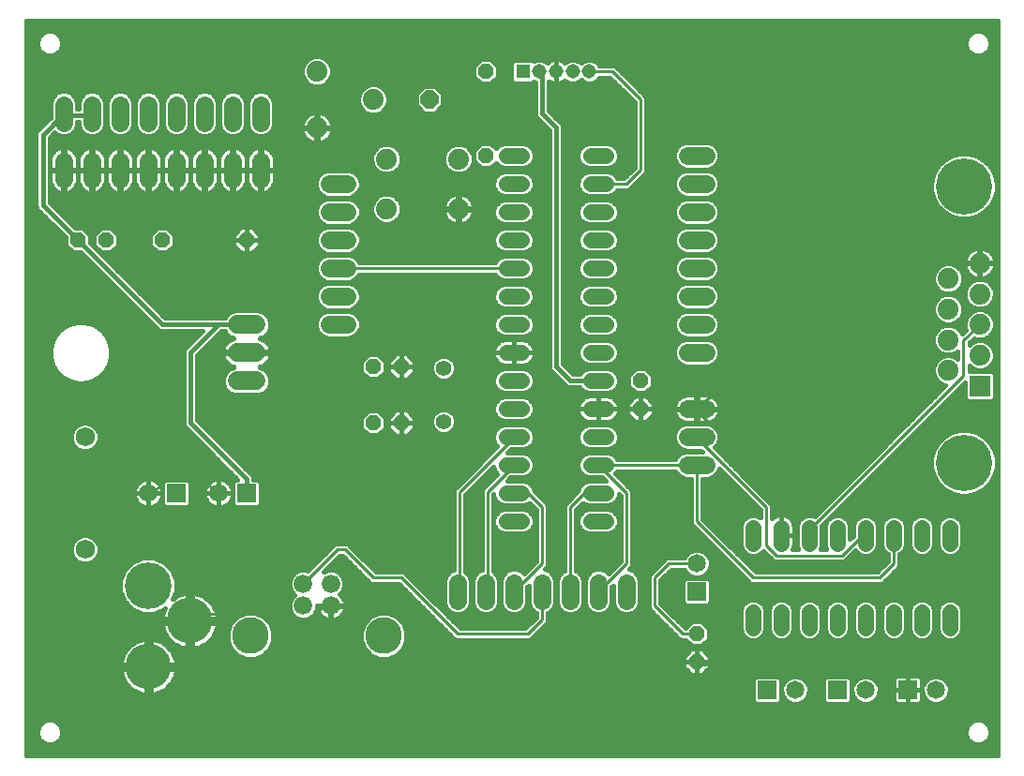
<source format=gbl>
G75*
%MOIN*%
%OFA0B0*%
%FSLAX25Y25*%
%IPPOS*%
%LPD*%
%AMOC8*
5,1,8,0,0,1.08239X$1,22.5*
%
%ADD10OC8,0.05600*%
%ADD11R,0.06500X0.06500*%
%ADD12C,0.06500*%
%ADD13C,0.06800*%
%ADD14C,0.16598*%
%ADD15C,0.16200*%
%ADD16C,0.06400*%
%ADD17C,0.05600*%
%ADD18C,0.06800*%
%ADD19R,0.05156X0.05156*%
%ADD20C,0.05156*%
%ADD21OC8,0.06400*%
%ADD22R,0.07400X0.07400*%
%ADD23C,0.07400*%
%ADD24C,0.20000*%
%ADD25C,0.06600*%
%ADD26C,0.13000*%
%ADD27C,0.05600*%
%ADD28C,0.01000*%
%ADD29C,0.01600*%
D10*
X0136800Y0126800D03*
X0146800Y0126800D03*
X0146800Y0146800D03*
X0136800Y0146800D03*
X0091800Y0191800D03*
X0061800Y0191800D03*
X0041800Y0191800D03*
X0031800Y0191800D03*
X0176800Y0221800D03*
X0176800Y0251800D03*
X0231800Y0141800D03*
X0231800Y0131800D03*
X0251800Y0051800D03*
X0251800Y0041800D03*
D11*
X0276800Y0031800D03*
X0301800Y0031800D03*
X0326800Y0031800D03*
X0251800Y0066800D03*
X0091800Y0101800D03*
X0066800Y0101800D03*
D12*
X0056800Y0101800D03*
X0081800Y0101800D03*
X0251800Y0076800D03*
X0286800Y0031800D03*
X0311800Y0031800D03*
X0336800Y0031800D03*
D13*
X0034300Y0081800D03*
X0034300Y0121800D03*
D14*
X0056800Y0068937D03*
D15*
X0071609Y0056426D03*
X0056900Y0040115D03*
D16*
X0166800Y0063600D02*
X0166800Y0070000D01*
X0176800Y0070000D02*
X0176800Y0063600D01*
X0186800Y0063600D02*
X0186800Y0070000D01*
X0196800Y0070000D02*
X0196800Y0063600D01*
X0206800Y0063600D02*
X0206800Y0070000D01*
X0216800Y0070000D02*
X0216800Y0063600D01*
X0226800Y0063600D02*
X0226800Y0070000D01*
X0248600Y0111800D02*
X0255000Y0111800D01*
X0255000Y0121800D02*
X0248600Y0121800D01*
X0248600Y0131800D02*
X0255000Y0131800D01*
X0255000Y0151800D02*
X0248600Y0151800D01*
X0248600Y0161800D02*
X0255000Y0161800D01*
X0255000Y0171800D02*
X0248600Y0171800D01*
X0248600Y0181800D02*
X0255000Y0181800D01*
X0255000Y0191800D02*
X0248600Y0191800D01*
X0248600Y0201800D02*
X0255000Y0201800D01*
X0255000Y0211800D02*
X0248600Y0211800D01*
X0248600Y0221800D02*
X0255000Y0221800D01*
X0127500Y0211800D02*
X0121100Y0211800D01*
X0121100Y0201800D02*
X0127500Y0201800D01*
X0127500Y0191800D02*
X0121100Y0191800D01*
X0121100Y0181800D02*
X0127500Y0181800D01*
X0127500Y0171800D02*
X0121100Y0171800D01*
X0121100Y0161800D02*
X0127500Y0161800D01*
X0096800Y0213600D02*
X0096800Y0220000D01*
X0086800Y0220000D02*
X0086800Y0213600D01*
X0076800Y0213600D02*
X0076800Y0220000D01*
X0066800Y0220000D02*
X0066800Y0213600D01*
X0056800Y0213600D02*
X0056800Y0220000D01*
X0046800Y0220000D02*
X0046800Y0213600D01*
X0036800Y0213600D02*
X0036800Y0220000D01*
X0026800Y0220000D02*
X0026800Y0213600D01*
X0026800Y0233600D02*
X0026800Y0240000D01*
X0036800Y0240000D02*
X0036800Y0233600D01*
X0046800Y0233600D02*
X0046800Y0240000D01*
X0056800Y0240000D02*
X0056800Y0233600D01*
X0066800Y0233600D02*
X0066800Y0240000D01*
X0076800Y0240000D02*
X0076800Y0233600D01*
X0086800Y0233600D02*
X0086800Y0240000D01*
X0096800Y0240000D02*
X0096800Y0233600D01*
D17*
X0184000Y0221800D02*
X0189600Y0221800D01*
X0189600Y0211800D02*
X0184000Y0211800D01*
X0184000Y0201800D02*
X0189600Y0201800D01*
X0189600Y0191800D02*
X0184000Y0191800D01*
X0184000Y0181800D02*
X0189600Y0181800D01*
X0189600Y0171800D02*
X0184000Y0171800D01*
X0184000Y0161800D02*
X0189600Y0161800D01*
X0189600Y0151800D02*
X0184000Y0151800D01*
X0184000Y0141800D02*
X0189600Y0141800D01*
X0189600Y0131800D02*
X0184000Y0131800D01*
X0184000Y0121800D02*
X0189600Y0121800D01*
X0189600Y0111800D02*
X0184000Y0111800D01*
X0184000Y0101800D02*
X0189600Y0101800D01*
X0189600Y0091800D02*
X0184000Y0091800D01*
X0214000Y0091800D02*
X0219600Y0091800D01*
X0219600Y0101800D02*
X0214000Y0101800D01*
X0214000Y0111800D02*
X0219600Y0111800D01*
X0219600Y0121800D02*
X0214000Y0121800D01*
X0214000Y0131800D02*
X0219600Y0131800D01*
X0219600Y0141800D02*
X0214000Y0141800D01*
X0214000Y0151800D02*
X0219600Y0151800D01*
X0219600Y0161800D02*
X0214000Y0161800D01*
X0214000Y0171800D02*
X0219600Y0171800D01*
X0219600Y0181800D02*
X0214000Y0181800D01*
X0214000Y0191800D02*
X0219600Y0191800D01*
X0219600Y0201800D02*
X0214000Y0201800D01*
X0214000Y0211800D02*
X0219600Y0211800D01*
X0219600Y0221800D02*
X0214000Y0221800D01*
X0271800Y0089600D02*
X0271800Y0084000D01*
X0281800Y0084000D02*
X0281800Y0089600D01*
X0291800Y0089600D02*
X0291800Y0084000D01*
X0301800Y0084000D02*
X0301800Y0089600D01*
X0311800Y0089600D02*
X0311800Y0084000D01*
X0321800Y0084000D02*
X0321800Y0089600D01*
X0331800Y0089600D02*
X0331800Y0084000D01*
X0341800Y0084000D02*
X0341800Y0089600D01*
X0341800Y0059600D02*
X0341800Y0054000D01*
X0331800Y0054000D02*
X0331800Y0059600D01*
X0321800Y0059600D02*
X0321800Y0054000D01*
X0311800Y0054000D02*
X0311800Y0059600D01*
X0301800Y0059600D02*
X0301800Y0054000D01*
X0291800Y0054000D02*
X0291800Y0059600D01*
X0281800Y0059600D02*
X0281800Y0054000D01*
X0271800Y0054000D02*
X0271800Y0059600D01*
D18*
X0095200Y0141800D02*
X0088400Y0141800D01*
X0088400Y0151800D02*
X0095200Y0151800D01*
X0095200Y0161800D02*
X0088400Y0161800D01*
D19*
X0189989Y0251800D03*
D20*
X0195894Y0251800D03*
X0201800Y0251800D03*
X0207706Y0251800D03*
X0213611Y0251800D03*
D21*
X0156800Y0241800D03*
D22*
X0352391Y0139989D03*
D23*
X0341209Y0145461D03*
X0352391Y0150894D03*
X0341209Y0156367D03*
X0341209Y0167233D03*
X0352391Y0161800D03*
X0352391Y0172706D03*
X0341209Y0178139D03*
X0352391Y0183611D03*
X0167100Y0202900D03*
X0167100Y0220700D03*
X0141500Y0220700D03*
X0141500Y0202900D03*
X0116800Y0231800D03*
X0136800Y0241800D03*
X0116800Y0251800D03*
D24*
X0346800Y0211013D03*
X0346800Y0112587D03*
D25*
X0121721Y0069600D03*
X0121721Y0061800D03*
X0111879Y0061800D03*
X0111879Y0069600D03*
D26*
X0093100Y0051100D03*
X0140500Y0051100D03*
D27*
X0161800Y0127300D03*
X0161800Y0146300D03*
D28*
X0146800Y0146800D02*
X0146800Y0126800D01*
X0167500Y0102200D02*
X0167500Y0067100D01*
X0166800Y0066800D01*
X0176800Y0066800D02*
X0177400Y0067100D01*
X0177400Y0102200D01*
X0186400Y0111200D01*
X0186800Y0111800D01*
X0186400Y0121100D02*
X0186800Y0121800D01*
X0186400Y0121100D02*
X0167500Y0102200D01*
X0186800Y0101800D02*
X0191800Y0101800D01*
X0196800Y0096800D01*
X0196800Y0076800D01*
X0186800Y0066800D01*
X0196800Y0066800D02*
X0196800Y0056800D01*
X0191800Y0051800D01*
X0166800Y0051800D01*
X0146800Y0071800D01*
X0136800Y0071800D01*
X0126800Y0081800D01*
X0124079Y0081800D01*
X0111879Y0069600D01*
X0118900Y0061700D02*
X0114400Y0057200D01*
X0098200Y0057200D01*
X0096400Y0059000D01*
X0082000Y0059000D01*
X0082000Y0101300D01*
X0081800Y0101800D01*
X0081100Y0102200D01*
X0076600Y0106700D01*
X0063100Y0106700D01*
X0058600Y0102200D01*
X0056800Y0102200D01*
X0056800Y0101800D01*
X0068500Y0059000D02*
X0066700Y0057200D01*
X0071609Y0056426D01*
X0068500Y0059000D02*
X0082000Y0059000D01*
X0118900Y0061700D02*
X0121600Y0061700D01*
X0121721Y0061800D01*
X0206800Y0066800D02*
X0206800Y0096800D01*
X0211800Y0101800D01*
X0216800Y0101800D01*
X0226800Y0101800D02*
X0226800Y0076800D01*
X0216800Y0066800D01*
X0236800Y0061800D02*
X0236800Y0071800D01*
X0241800Y0076800D01*
X0251800Y0076800D01*
X0251800Y0091800D02*
X0271800Y0071800D01*
X0316800Y0071800D01*
X0321800Y0076800D01*
X0321800Y0086800D01*
X0311800Y0086800D02*
X0311500Y0086000D01*
X0309700Y0086000D01*
X0303400Y0079700D01*
X0280000Y0079700D01*
X0276400Y0083300D01*
X0276400Y0096800D01*
X0252100Y0121100D01*
X0251800Y0121800D01*
X0251800Y0111800D02*
X0251800Y0091800D01*
X0251800Y0111800D02*
X0216800Y0111800D01*
X0226800Y0101800D01*
X0252100Y0131000D02*
X0251800Y0131800D01*
X0252100Y0131900D01*
X0303400Y0183200D01*
X0352000Y0183200D01*
X0352391Y0183611D01*
X0352391Y0161800D02*
X0352000Y0161600D01*
X0346600Y0156200D01*
X0346600Y0143600D01*
X0292600Y0089600D01*
X0292600Y0086900D01*
X0291800Y0086800D01*
X0281800Y0086800D02*
X0281800Y0101300D01*
X0252100Y0131000D01*
X0186800Y0181800D02*
X0124300Y0181800D01*
X0032500Y0192200D02*
X0031800Y0191800D01*
X0195894Y0251800D02*
X0196800Y0250894D01*
X0213611Y0251800D02*
X0221800Y0251800D01*
X0231800Y0241800D01*
X0231800Y0216800D01*
X0226800Y0211800D01*
X0216800Y0211800D01*
X0236800Y0061800D02*
X0246800Y0051800D01*
X0251800Y0051800D01*
X0251800Y0041800D02*
X0252100Y0041000D01*
X0309700Y0041000D01*
X0318700Y0032000D01*
X0326800Y0032000D01*
X0326800Y0031800D01*
D29*
X0013600Y0008600D02*
X0013600Y0269961D01*
X0358701Y0269961D01*
X0358701Y0008600D01*
X0013600Y0008600D01*
X0013600Y0009997D02*
X0358701Y0009997D01*
X0358701Y0011596D02*
X0013600Y0011596D01*
X0013600Y0013194D02*
X0019241Y0013194D01*
X0019331Y0013105D02*
X0020933Y0012441D01*
X0022667Y0012441D01*
X0024269Y0013105D01*
X0025495Y0014331D01*
X0026159Y0015933D01*
X0026159Y0017667D01*
X0025495Y0019269D01*
X0024269Y0020495D01*
X0022667Y0021159D01*
X0020933Y0021159D01*
X0019331Y0020495D01*
X0018105Y0019269D01*
X0017441Y0017667D01*
X0017441Y0015933D01*
X0018105Y0014331D01*
X0019331Y0013105D01*
X0017913Y0014793D02*
X0013600Y0014793D01*
X0013600Y0016391D02*
X0017441Y0016391D01*
X0017575Y0017990D02*
X0013600Y0017990D01*
X0013600Y0019588D02*
X0018423Y0019588D01*
X0013600Y0021187D02*
X0358701Y0021187D01*
X0358701Y0022785D02*
X0013600Y0022785D01*
X0013600Y0024384D02*
X0358701Y0024384D01*
X0358701Y0025982D02*
X0013600Y0025982D01*
X0013600Y0027581D02*
X0272257Y0027581D01*
X0271950Y0027887D02*
X0272887Y0026950D01*
X0280713Y0026950D01*
X0281650Y0027887D01*
X0281650Y0035713D01*
X0280713Y0036650D01*
X0272887Y0036650D01*
X0271950Y0035713D01*
X0271950Y0027887D01*
X0271950Y0029179D02*
X0013600Y0029179D01*
X0013600Y0030778D02*
X0053610Y0030778D01*
X0053105Y0030954D02*
X0054155Y0030587D01*
X0055239Y0030339D01*
X0056100Y0030242D01*
X0056100Y0039315D01*
X0047027Y0039315D01*
X0047124Y0038454D01*
X0047372Y0037370D01*
X0047739Y0036320D01*
X0048222Y0035319D01*
X0048813Y0034377D01*
X0049507Y0033508D01*
X0050293Y0032721D01*
X0051162Y0032028D01*
X0052104Y0031437D01*
X0053105Y0030954D01*
X0050726Y0032376D02*
X0013600Y0032376D01*
X0013600Y0033975D02*
X0049134Y0033975D01*
X0048099Y0035573D02*
X0013600Y0035573D01*
X0013600Y0037172D02*
X0047441Y0037172D01*
X0047089Y0038770D02*
X0013600Y0038770D01*
X0013600Y0040369D02*
X0056100Y0040369D01*
X0056100Y0040915D02*
X0056100Y0039315D01*
X0057700Y0039315D01*
X0057700Y0040915D01*
X0056100Y0040915D01*
X0056100Y0049987D01*
X0055239Y0049890D01*
X0054155Y0049643D01*
X0053105Y0049276D01*
X0052104Y0048793D01*
X0051162Y0048202D01*
X0050293Y0047508D01*
X0049507Y0046722D01*
X0048813Y0045853D01*
X0048222Y0044911D01*
X0047739Y0043909D01*
X0047372Y0042860D01*
X0047124Y0041776D01*
X0047027Y0040915D01*
X0056100Y0040915D01*
X0056100Y0041967D02*
X0057700Y0041967D01*
X0057700Y0040915D02*
X0057700Y0049987D01*
X0058561Y0049890D01*
X0059645Y0049643D01*
X0060695Y0049276D01*
X0061696Y0048793D01*
X0062638Y0048202D01*
X0063507Y0047508D01*
X0064293Y0046722D01*
X0064987Y0045853D01*
X0065578Y0044911D01*
X0066061Y0043909D01*
X0066428Y0042860D01*
X0066675Y0041776D01*
X0066772Y0040915D01*
X0057700Y0040915D01*
X0057700Y0040369D02*
X0247200Y0040369D01*
X0247200Y0039895D02*
X0249895Y0037200D01*
X0251800Y0037200D01*
X0253705Y0037200D01*
X0256400Y0039895D01*
X0256400Y0041800D01*
X0256400Y0043705D01*
X0253705Y0046400D01*
X0251800Y0046400D01*
X0251800Y0041800D01*
X0251800Y0041800D01*
X0256400Y0041800D01*
X0251800Y0041800D01*
X0251800Y0041800D01*
X0251800Y0041800D01*
X0247200Y0041800D01*
X0247200Y0043705D01*
X0249895Y0046400D01*
X0251800Y0046400D01*
X0251800Y0041800D01*
X0251800Y0037200D01*
X0251800Y0041800D01*
X0251800Y0041800D01*
X0247200Y0041800D01*
X0247200Y0039895D01*
X0248324Y0038770D02*
X0066711Y0038770D01*
X0066675Y0038454D02*
X0066772Y0039315D01*
X0057700Y0039315D01*
X0057700Y0030242D01*
X0058561Y0030339D01*
X0059645Y0030587D01*
X0060695Y0030954D01*
X0061696Y0031437D01*
X0062638Y0032028D01*
X0063507Y0032721D01*
X0064293Y0033508D01*
X0064987Y0034377D01*
X0065578Y0035319D01*
X0066061Y0036320D01*
X0066428Y0037370D01*
X0066675Y0038454D01*
X0066359Y0037172D02*
X0358701Y0037172D01*
X0358701Y0038770D02*
X0255276Y0038770D01*
X0256400Y0040369D02*
X0358701Y0040369D01*
X0358701Y0041967D02*
X0256400Y0041967D01*
X0256400Y0043566D02*
X0358701Y0043566D01*
X0358701Y0045164D02*
X0254941Y0045164D01*
X0253623Y0047400D02*
X0256200Y0049977D01*
X0256200Y0053623D01*
X0253623Y0056200D01*
X0249977Y0056200D01*
X0247677Y0053900D01*
X0247670Y0053900D01*
X0238900Y0062670D01*
X0238900Y0070930D01*
X0242670Y0074700D01*
X0247420Y0074700D01*
X0247688Y0074053D01*
X0249053Y0072688D01*
X0250835Y0071950D01*
X0252765Y0071950D01*
X0254547Y0072688D01*
X0255912Y0074053D01*
X0256650Y0075835D01*
X0256650Y0077765D01*
X0255912Y0079547D01*
X0254547Y0080912D01*
X0252765Y0081650D01*
X0250835Y0081650D01*
X0249053Y0080912D01*
X0247688Y0079547D01*
X0247420Y0078900D01*
X0240930Y0078900D01*
X0239700Y0077670D01*
X0234700Y0072670D01*
X0234700Y0060930D01*
X0235930Y0059700D01*
X0245930Y0049700D01*
X0247677Y0049700D01*
X0249977Y0047400D01*
X0253623Y0047400D01*
X0254584Y0048361D02*
X0358701Y0048361D01*
X0358701Y0046763D02*
X0147471Y0046763D01*
X0147367Y0046512D02*
X0148600Y0049489D01*
X0148600Y0052711D01*
X0147367Y0055688D01*
X0145088Y0057967D01*
X0142111Y0059200D01*
X0138889Y0059200D01*
X0135912Y0057967D01*
X0133633Y0055688D01*
X0132400Y0052711D01*
X0132400Y0049489D01*
X0133633Y0046512D01*
X0135912Y0044233D01*
X0138889Y0043000D01*
X0142111Y0043000D01*
X0145088Y0044233D01*
X0147367Y0046512D01*
X0146019Y0045164D02*
X0248659Y0045164D01*
X0247200Y0043566D02*
X0143477Y0043566D01*
X0137523Y0043566D02*
X0096077Y0043566D01*
X0094711Y0043000D02*
X0097688Y0044233D01*
X0099967Y0046512D01*
X0101200Y0049489D01*
X0101200Y0052711D01*
X0099967Y0055688D01*
X0097688Y0057967D01*
X0094711Y0059200D01*
X0091489Y0059200D01*
X0088512Y0057967D01*
X0086233Y0055688D01*
X0085000Y0052711D01*
X0085000Y0049489D01*
X0086233Y0046512D01*
X0088512Y0044233D01*
X0091489Y0043000D01*
X0094711Y0043000D01*
X0098619Y0045164D02*
X0134981Y0045164D01*
X0133529Y0046763D02*
X0100071Y0046763D01*
X0100733Y0048361D02*
X0132867Y0048361D01*
X0132400Y0049960D02*
X0101200Y0049960D01*
X0101200Y0051558D02*
X0132400Y0051558D01*
X0132585Y0053157D02*
X0101015Y0053157D01*
X0100353Y0054755D02*
X0133247Y0054755D01*
X0134299Y0056354D02*
X0099301Y0056354D01*
X0097703Y0057952D02*
X0108797Y0057952D01*
X0109103Y0057646D02*
X0110904Y0056900D01*
X0112853Y0056900D01*
X0114654Y0057646D01*
X0116033Y0059024D01*
X0116730Y0060709D01*
X0116747Y0060606D01*
X0116995Y0059842D01*
X0117359Y0059127D01*
X0117831Y0058478D01*
X0118399Y0057910D01*
X0119048Y0057438D01*
X0119764Y0057074D01*
X0120527Y0056826D01*
X0121320Y0056700D01*
X0121621Y0056700D01*
X0121621Y0061700D01*
X0116779Y0061700D01*
X0116779Y0061900D01*
X0121621Y0061900D01*
X0121621Y0061700D01*
X0121821Y0061700D01*
X0121821Y0056700D01*
X0122123Y0056700D01*
X0122916Y0056826D01*
X0123679Y0057074D01*
X0124394Y0057438D01*
X0125044Y0057910D01*
X0125611Y0058478D01*
X0126083Y0059127D01*
X0126448Y0059842D01*
X0126696Y0060606D01*
X0126821Y0061399D01*
X0126821Y0061700D01*
X0121821Y0061700D01*
X0121821Y0061900D01*
X0126821Y0061900D01*
X0126821Y0062201D01*
X0126696Y0062994D01*
X0126448Y0063758D01*
X0126083Y0064473D01*
X0125611Y0065122D01*
X0125044Y0065690D01*
X0124868Y0065817D01*
X0125875Y0066824D01*
X0126621Y0068625D01*
X0126621Y0070575D01*
X0125875Y0072376D01*
X0124497Y0073754D01*
X0122696Y0074500D01*
X0120747Y0074500D01*
X0119043Y0073794D01*
X0124949Y0079700D01*
X0125930Y0079700D01*
X0135930Y0069700D01*
X0145930Y0069700D01*
X0165930Y0049700D01*
X0192670Y0049700D01*
X0193900Y0050930D01*
X0198900Y0055930D01*
X0198900Y0059274D01*
X0199519Y0059531D01*
X0200869Y0060881D01*
X0201600Y0062645D01*
X0201600Y0070955D01*
X0200869Y0072719D01*
X0199519Y0074069D01*
X0197765Y0074796D01*
X0198900Y0075930D01*
X0198900Y0097670D01*
X0197670Y0098900D01*
X0194000Y0102570D01*
X0194000Y0102675D01*
X0193330Y0104292D01*
X0192092Y0105530D01*
X0190475Y0106200D01*
X0184370Y0106200D01*
X0185570Y0107400D01*
X0190475Y0107400D01*
X0192092Y0108070D01*
X0193330Y0109308D01*
X0194000Y0110925D01*
X0194000Y0112675D01*
X0193330Y0114292D01*
X0192092Y0115530D01*
X0190475Y0116200D01*
X0184470Y0116200D01*
X0185670Y0117400D01*
X0190475Y0117400D01*
X0192092Y0118070D01*
X0193330Y0119308D01*
X0194000Y0120925D01*
X0194000Y0122675D01*
X0193330Y0124292D01*
X0192092Y0125530D01*
X0190475Y0126200D01*
X0183125Y0126200D01*
X0181508Y0125530D01*
X0180270Y0124292D01*
X0179600Y0122675D01*
X0179600Y0120925D01*
X0180270Y0119308D01*
X0180954Y0118624D01*
X0166630Y0104300D01*
X0165400Y0103070D01*
X0165400Y0074616D01*
X0164081Y0074069D01*
X0162731Y0072719D01*
X0162000Y0070955D01*
X0162000Y0062645D01*
X0162731Y0060881D01*
X0164081Y0059531D01*
X0165845Y0058800D01*
X0167755Y0058800D01*
X0169519Y0059531D01*
X0170869Y0060881D01*
X0171600Y0062645D01*
X0171600Y0070955D01*
X0170869Y0072719D01*
X0169600Y0073988D01*
X0169600Y0101330D01*
X0179600Y0111330D01*
X0179600Y0110925D01*
X0180270Y0109308D01*
X0180904Y0108674D01*
X0176530Y0104300D01*
X0175300Y0103070D01*
X0175300Y0074574D01*
X0174081Y0074069D01*
X0172731Y0072719D01*
X0172000Y0070955D01*
X0172000Y0062645D01*
X0172731Y0060881D01*
X0174081Y0059531D01*
X0175845Y0058800D01*
X0177755Y0058800D01*
X0179519Y0059531D01*
X0180869Y0060881D01*
X0181600Y0062645D01*
X0181600Y0070955D01*
X0180869Y0072719D01*
X0179519Y0074069D01*
X0179500Y0074077D01*
X0179500Y0101330D01*
X0179600Y0101430D01*
X0179600Y0100925D01*
X0180270Y0099308D01*
X0181508Y0098070D01*
X0183125Y0097400D01*
X0190475Y0097400D01*
X0192092Y0098070D01*
X0192326Y0098304D01*
X0194700Y0095930D01*
X0194700Y0077670D01*
X0190309Y0073279D01*
X0189519Y0074069D01*
X0187755Y0074800D01*
X0185845Y0074800D01*
X0184081Y0074069D01*
X0182731Y0072719D01*
X0182000Y0070955D01*
X0182000Y0062645D01*
X0182731Y0060881D01*
X0184081Y0059531D01*
X0185845Y0058800D01*
X0187755Y0058800D01*
X0189519Y0059531D01*
X0190869Y0060881D01*
X0191600Y0062645D01*
X0191600Y0068630D01*
X0192000Y0069030D01*
X0192000Y0062645D01*
X0192731Y0060881D01*
X0194081Y0059531D01*
X0194700Y0059274D01*
X0194700Y0057670D01*
X0190930Y0053900D01*
X0167670Y0053900D01*
X0148900Y0072670D01*
X0147670Y0073900D01*
X0137670Y0073900D01*
X0128900Y0082670D01*
X0127670Y0083900D01*
X0123209Y0083900D01*
X0113529Y0074220D01*
X0112853Y0074500D01*
X0110904Y0074500D01*
X0109103Y0073754D01*
X0107725Y0072376D01*
X0106979Y0070575D01*
X0106979Y0068625D01*
X0107725Y0066824D01*
X0108849Y0065700D01*
X0107725Y0064576D01*
X0106979Y0062775D01*
X0106979Y0060825D01*
X0107725Y0059024D01*
X0109103Y0057646D01*
X0107507Y0059551D02*
X0081005Y0059551D01*
X0081138Y0059171D02*
X0080770Y0060221D01*
X0080288Y0061222D01*
X0079696Y0062164D01*
X0079003Y0063033D01*
X0078217Y0063819D01*
X0077347Y0064513D01*
X0076406Y0065104D01*
X0075404Y0065587D01*
X0074354Y0065954D01*
X0073270Y0066201D01*
X0072409Y0066298D01*
X0072409Y0057226D01*
X0070809Y0057226D01*
X0070809Y0055626D01*
X0061737Y0055626D01*
X0061834Y0054765D01*
X0062081Y0053681D01*
X0062449Y0052631D01*
X0062931Y0051630D01*
X0063523Y0050688D01*
X0064216Y0049819D01*
X0065002Y0049032D01*
X0065872Y0048339D01*
X0066813Y0047748D01*
X0067815Y0047265D01*
X0068864Y0046898D01*
X0069949Y0046650D01*
X0070809Y0046553D01*
X0070809Y0055626D01*
X0072409Y0055626D01*
X0072409Y0046553D01*
X0073270Y0046650D01*
X0074354Y0046898D01*
X0075404Y0047265D01*
X0076406Y0047748D01*
X0077347Y0048339D01*
X0078217Y0049032D01*
X0079003Y0049819D01*
X0079696Y0050688D01*
X0080288Y0051630D01*
X0080770Y0052631D01*
X0081138Y0053681D01*
X0081385Y0054765D01*
X0081482Y0055626D01*
X0072409Y0055626D01*
X0072409Y0057226D01*
X0081482Y0057226D01*
X0081385Y0058087D01*
X0081138Y0059171D01*
X0081400Y0057952D02*
X0088497Y0057952D01*
X0086899Y0056354D02*
X0072409Y0056354D01*
X0072409Y0057952D02*
X0070809Y0057952D01*
X0070809Y0057226D02*
X0070809Y0066298D01*
X0069949Y0066201D01*
X0068864Y0065954D01*
X0067815Y0065587D01*
X0066813Y0065104D01*
X0065872Y0064513D01*
X0065589Y0064287D01*
X0066699Y0066968D01*
X0066699Y0070906D01*
X0065192Y0074544D01*
X0062407Y0077329D01*
X0058769Y0078836D01*
X0054831Y0078836D01*
X0051193Y0077329D01*
X0048408Y0074544D01*
X0046901Y0070906D01*
X0046901Y0066968D01*
X0048408Y0063330D01*
X0051193Y0060545D01*
X0054831Y0059038D01*
X0058769Y0059038D01*
X0062407Y0060545D01*
X0062788Y0060926D01*
X0062449Y0060221D01*
X0062081Y0059171D01*
X0061834Y0058087D01*
X0061737Y0057226D01*
X0070809Y0057226D01*
X0070809Y0056354D02*
X0013600Y0056354D01*
X0013600Y0057952D02*
X0061819Y0057952D01*
X0062214Y0059551D02*
X0060008Y0059551D01*
X0061836Y0054755D02*
X0013600Y0054755D01*
X0013600Y0053157D02*
X0062265Y0053157D01*
X0062976Y0051558D02*
X0013600Y0051558D01*
X0013600Y0049960D02*
X0055855Y0049960D01*
X0056100Y0049960D02*
X0057700Y0049960D01*
X0057945Y0049960D02*
X0064103Y0049960D01*
X0062384Y0048361D02*
X0065844Y0048361D01*
X0064253Y0046763D02*
X0069456Y0046763D01*
X0070809Y0046763D02*
X0072409Y0046763D01*
X0073762Y0046763D02*
X0086129Y0046763D01*
X0085467Y0048361D02*
X0077375Y0048361D01*
X0079115Y0049960D02*
X0085000Y0049960D01*
X0085000Y0051558D02*
X0080243Y0051558D01*
X0080954Y0053157D02*
X0085185Y0053157D01*
X0085847Y0054755D02*
X0081383Y0054755D01*
X0080323Y0061149D02*
X0106979Y0061149D01*
X0106979Y0062748D02*
X0079230Y0062748D01*
X0077556Y0064346D02*
X0107630Y0064346D01*
X0108604Y0065945D02*
X0074381Y0065945D01*
X0072409Y0065945D02*
X0070809Y0065945D01*
X0070809Y0064346D02*
X0072409Y0064346D01*
X0072409Y0062748D02*
X0070809Y0062748D01*
X0070809Y0061149D02*
X0072409Y0061149D01*
X0072409Y0059551D02*
X0070809Y0059551D01*
X0070809Y0054755D02*
X0072409Y0054755D01*
X0072409Y0053157D02*
X0070809Y0053157D01*
X0070809Y0051558D02*
X0072409Y0051558D01*
X0072409Y0049960D02*
X0070809Y0049960D01*
X0070809Y0048361D02*
X0072409Y0048361D01*
X0065419Y0045164D02*
X0087581Y0045164D01*
X0090123Y0043566D02*
X0066181Y0043566D01*
X0066632Y0041967D02*
X0247200Y0041967D01*
X0251800Y0041967D02*
X0251800Y0041967D01*
X0251800Y0040369D02*
X0251800Y0040369D01*
X0251800Y0038770D02*
X0251800Y0038770D01*
X0251800Y0043566D02*
X0251800Y0043566D01*
X0251800Y0045164D02*
X0251800Y0045164D01*
X0249016Y0048361D02*
X0148133Y0048361D01*
X0148600Y0049960D02*
X0165670Y0049960D01*
X0164072Y0051558D02*
X0148600Y0051558D01*
X0148415Y0053157D02*
X0162473Y0053157D01*
X0160875Y0054755D02*
X0147753Y0054755D01*
X0146701Y0056354D02*
X0159276Y0056354D01*
X0157678Y0057952D02*
X0145103Y0057952D01*
X0151284Y0064346D02*
X0126148Y0064346D01*
X0126735Y0062748D02*
X0152882Y0062748D01*
X0154481Y0061149D02*
X0126782Y0061149D01*
X0126299Y0059551D02*
X0156079Y0059551D01*
X0160420Y0061149D02*
X0162620Y0061149D01*
X0162019Y0059551D02*
X0164061Y0059551D01*
X0163617Y0057952D02*
X0194700Y0057952D01*
X0194061Y0059551D02*
X0189539Y0059551D01*
X0190980Y0061149D02*
X0192620Y0061149D01*
X0192000Y0062748D02*
X0191600Y0062748D01*
X0191600Y0064346D02*
X0192000Y0064346D01*
X0192000Y0065945D02*
X0191600Y0065945D01*
X0191600Y0067543D02*
X0192000Y0067543D01*
X0182000Y0067543D02*
X0181600Y0067543D01*
X0181600Y0065945D02*
X0182000Y0065945D01*
X0182000Y0064346D02*
X0181600Y0064346D01*
X0181600Y0062748D02*
X0182000Y0062748D01*
X0182620Y0061149D02*
X0180980Y0061149D01*
X0179539Y0059551D02*
X0184061Y0059551D01*
X0191785Y0054755D02*
X0166814Y0054755D01*
X0165216Y0056354D02*
X0193384Y0056354D01*
X0196127Y0053157D02*
X0242473Y0053157D01*
X0240875Y0054755D02*
X0197725Y0054755D01*
X0198900Y0056354D02*
X0239276Y0056354D01*
X0237678Y0057952D02*
X0198900Y0057952D01*
X0199539Y0059551D02*
X0204061Y0059551D01*
X0204081Y0059531D02*
X0205845Y0058800D01*
X0207755Y0058800D01*
X0209519Y0059531D01*
X0210869Y0060881D01*
X0211600Y0062645D01*
X0211600Y0070955D01*
X0210869Y0072719D01*
X0209519Y0074069D01*
X0208900Y0074326D01*
X0208900Y0095930D01*
X0211274Y0098304D01*
X0211508Y0098070D01*
X0213125Y0097400D01*
X0220475Y0097400D01*
X0222092Y0098070D01*
X0223330Y0099308D01*
X0224000Y0100925D01*
X0224000Y0101630D01*
X0224700Y0100930D01*
X0224700Y0077670D01*
X0220309Y0073279D01*
X0219519Y0074069D01*
X0217755Y0074800D01*
X0215845Y0074800D01*
X0214081Y0074069D01*
X0212731Y0072719D01*
X0212000Y0070955D01*
X0212000Y0062645D01*
X0212731Y0060881D01*
X0214081Y0059531D01*
X0215845Y0058800D01*
X0217755Y0058800D01*
X0219519Y0059531D01*
X0220869Y0060881D01*
X0221600Y0062645D01*
X0221600Y0068630D01*
X0222000Y0069030D01*
X0222000Y0062645D01*
X0222731Y0060881D01*
X0224081Y0059531D01*
X0225845Y0058800D01*
X0227755Y0058800D01*
X0229519Y0059531D01*
X0230869Y0060881D01*
X0231600Y0062645D01*
X0231600Y0070955D01*
X0230869Y0072719D01*
X0229519Y0074069D01*
X0227765Y0074796D01*
X0228900Y0075930D01*
X0228900Y0102670D01*
X0227670Y0103900D01*
X0222796Y0108774D01*
X0223330Y0109308D01*
X0223493Y0109700D01*
X0244274Y0109700D01*
X0244531Y0109081D01*
X0245881Y0107731D01*
X0247645Y0107000D01*
X0249700Y0107000D01*
X0249700Y0090930D01*
X0269700Y0070930D01*
X0270930Y0069700D01*
X0317670Y0069700D01*
X0322670Y0074700D01*
X0323900Y0075930D01*
X0323900Y0080107D01*
X0324292Y0080270D01*
X0325530Y0081508D01*
X0326200Y0083125D01*
X0326200Y0090475D01*
X0325530Y0092092D01*
X0324292Y0093330D01*
X0322675Y0094000D01*
X0320925Y0094000D01*
X0319308Y0093330D01*
X0318070Y0092092D01*
X0317400Y0090475D01*
X0317400Y0083125D01*
X0318070Y0081508D01*
X0319308Y0080270D01*
X0319700Y0080107D01*
X0319700Y0077670D01*
X0315930Y0073900D01*
X0272670Y0073900D01*
X0253900Y0092670D01*
X0253900Y0107000D01*
X0255955Y0107000D01*
X0257719Y0107731D01*
X0259069Y0109081D01*
X0259678Y0110552D01*
X0274300Y0095930D01*
X0274300Y0093323D01*
X0274292Y0093330D01*
X0272675Y0094000D01*
X0270925Y0094000D01*
X0269308Y0093330D01*
X0268070Y0092092D01*
X0267400Y0090475D01*
X0267400Y0083125D01*
X0268070Y0081508D01*
X0269308Y0080270D01*
X0270925Y0079600D01*
X0272675Y0079600D01*
X0274292Y0080270D01*
X0275376Y0081354D01*
X0275530Y0081200D01*
X0279130Y0077600D01*
X0304270Y0077600D01*
X0305500Y0078830D01*
X0308124Y0081454D01*
X0309308Y0080270D01*
X0310925Y0079600D01*
X0312675Y0079600D01*
X0314292Y0080270D01*
X0315530Y0081508D01*
X0316200Y0083125D01*
X0316200Y0090475D01*
X0315530Y0092092D01*
X0314292Y0093330D01*
X0312675Y0094000D01*
X0310925Y0094000D01*
X0309308Y0093330D01*
X0308070Y0092092D01*
X0307400Y0090475D01*
X0307400Y0086670D01*
X0306200Y0085470D01*
X0306200Y0090475D01*
X0305530Y0092092D01*
X0304292Y0093330D01*
X0302675Y0094000D01*
X0300925Y0094000D01*
X0299308Y0093330D01*
X0298070Y0092092D01*
X0297400Y0090475D01*
X0297400Y0083125D01*
X0297949Y0081800D01*
X0295651Y0081800D01*
X0296200Y0083125D01*
X0296200Y0090230D01*
X0347091Y0141121D01*
X0347091Y0135626D01*
X0348028Y0134689D01*
X0356753Y0134689D01*
X0357691Y0135626D01*
X0357691Y0144352D01*
X0356753Y0145289D01*
X0348700Y0145289D01*
X0348700Y0147090D01*
X0349388Y0146401D01*
X0351336Y0145594D01*
X0353445Y0145594D01*
X0355393Y0146401D01*
X0356884Y0147892D01*
X0357691Y0149840D01*
X0357691Y0151949D01*
X0356884Y0153897D01*
X0355393Y0155388D01*
X0353445Y0156194D01*
X0351336Y0156194D01*
X0349388Y0155388D01*
X0348700Y0154699D01*
X0348700Y0155330D01*
X0350299Y0156930D01*
X0351336Y0156500D01*
X0353445Y0156500D01*
X0355393Y0157307D01*
X0356884Y0158798D01*
X0357691Y0160746D01*
X0357691Y0162854D01*
X0356884Y0164802D01*
X0355393Y0166293D01*
X0353445Y0167100D01*
X0351336Y0167100D01*
X0349388Y0166293D01*
X0347897Y0164802D01*
X0347091Y0162854D01*
X0347091Y0160746D01*
X0347408Y0159978D01*
X0346024Y0158594D01*
X0345703Y0159369D01*
X0344212Y0160860D01*
X0342264Y0161667D01*
X0340155Y0161667D01*
X0338207Y0160860D01*
X0336716Y0159369D01*
X0335909Y0157421D01*
X0335909Y0155313D01*
X0336716Y0153365D01*
X0338207Y0151874D01*
X0340155Y0151067D01*
X0342264Y0151067D01*
X0344212Y0151874D01*
X0344500Y0152162D01*
X0344500Y0149666D01*
X0344212Y0149955D01*
X0342264Y0150761D01*
X0340155Y0150761D01*
X0338207Y0149955D01*
X0336716Y0148464D01*
X0335909Y0146516D01*
X0335909Y0144407D01*
X0336716Y0142459D01*
X0338207Y0140968D01*
X0340155Y0140161D01*
X0340192Y0140161D01*
X0293633Y0093603D01*
X0292675Y0094000D01*
X0290925Y0094000D01*
X0289308Y0093330D01*
X0288070Y0092092D01*
X0287400Y0090475D01*
X0287400Y0083125D01*
X0287949Y0081800D01*
X0285842Y0081800D01*
X0286063Y0082234D01*
X0286287Y0082923D01*
X0286400Y0083638D01*
X0286400Y0086800D01*
X0286400Y0089962D01*
X0286287Y0090677D01*
X0286063Y0091366D01*
X0285734Y0092011D01*
X0285309Y0092597D01*
X0284797Y0093109D01*
X0284211Y0093534D01*
X0283566Y0093863D01*
X0282877Y0094087D01*
X0282162Y0094200D01*
X0281800Y0094200D01*
X0281800Y0086800D01*
X0281800Y0086800D01*
X0286400Y0086800D01*
X0281800Y0086800D01*
X0281800Y0086800D01*
X0281800Y0094200D01*
X0281438Y0094200D01*
X0280723Y0094087D01*
X0280034Y0093863D01*
X0279389Y0093534D01*
X0278803Y0093109D01*
X0278500Y0092805D01*
X0278500Y0097670D01*
X0258079Y0118091D01*
X0259069Y0119081D01*
X0259800Y0120845D01*
X0259800Y0122755D01*
X0259069Y0124519D01*
X0257719Y0125869D01*
X0255955Y0126600D01*
X0247645Y0126600D01*
X0245881Y0125869D01*
X0244531Y0124519D01*
X0243800Y0122755D01*
X0243800Y0120845D01*
X0244531Y0119081D01*
X0245881Y0117731D01*
X0247645Y0117000D01*
X0253230Y0117000D01*
X0253630Y0116600D01*
X0247645Y0116600D01*
X0245881Y0115869D01*
X0244531Y0114519D01*
X0244274Y0113900D01*
X0223493Y0113900D01*
X0223330Y0114292D01*
X0222092Y0115530D01*
X0220475Y0116200D01*
X0213125Y0116200D01*
X0211508Y0115530D01*
X0210270Y0114292D01*
X0209600Y0112675D01*
X0209600Y0110925D01*
X0210270Y0109308D01*
X0211508Y0108070D01*
X0213125Y0107400D01*
X0218230Y0107400D01*
X0219430Y0106200D01*
X0213125Y0106200D01*
X0211508Y0105530D01*
X0210270Y0104292D01*
X0209600Y0102675D01*
X0209600Y0102570D01*
X0204700Y0097670D01*
X0204700Y0074326D01*
X0204081Y0074069D01*
X0202731Y0072719D01*
X0202000Y0070955D01*
X0202000Y0062645D01*
X0202731Y0060881D01*
X0204081Y0059531D01*
X0202620Y0061149D02*
X0200980Y0061149D01*
X0201600Y0062748D02*
X0202000Y0062748D01*
X0202000Y0064346D02*
X0201600Y0064346D01*
X0201600Y0065945D02*
X0202000Y0065945D01*
X0202000Y0067543D02*
X0201600Y0067543D01*
X0201600Y0069142D02*
X0202000Y0069142D01*
X0202000Y0070740D02*
X0201600Y0070740D01*
X0201027Y0072339D02*
X0202573Y0072339D01*
X0203949Y0073937D02*
X0199651Y0073937D01*
X0198506Y0075536D02*
X0204700Y0075536D01*
X0204700Y0077134D02*
X0198900Y0077134D01*
X0198900Y0078733D02*
X0204700Y0078733D01*
X0204700Y0080332D02*
X0198900Y0080332D01*
X0198900Y0081930D02*
X0204700Y0081930D01*
X0204700Y0083529D02*
X0198900Y0083529D01*
X0198900Y0085127D02*
X0204700Y0085127D01*
X0204700Y0086726D02*
X0198900Y0086726D01*
X0198900Y0088324D02*
X0204700Y0088324D01*
X0204700Y0089923D02*
X0198900Y0089923D01*
X0198900Y0091521D02*
X0204700Y0091521D01*
X0204700Y0093120D02*
X0198900Y0093120D01*
X0198900Y0094718D02*
X0204700Y0094718D01*
X0204700Y0096317D02*
X0198900Y0096317D01*
X0198655Y0097915D02*
X0204945Y0097915D01*
X0206544Y0099514D02*
X0197056Y0099514D01*
X0195458Y0101112D02*
X0208142Y0101112D01*
X0209615Y0102711D02*
X0193985Y0102711D01*
X0193313Y0104309D02*
X0210287Y0104309D01*
X0212419Y0105908D02*
X0191181Y0105908D01*
X0190732Y0107506D02*
X0212868Y0107506D01*
X0210473Y0109105D02*
X0193127Y0109105D01*
X0193908Y0110703D02*
X0209692Y0110703D01*
X0209600Y0112302D02*
X0194000Y0112302D01*
X0193493Y0113900D02*
X0210107Y0113900D01*
X0211476Y0115499D02*
X0192124Y0115499D01*
X0192718Y0118696D02*
X0210882Y0118696D01*
X0210270Y0119308D02*
X0211508Y0118070D01*
X0213125Y0117400D01*
X0220475Y0117400D01*
X0222092Y0118070D01*
X0223330Y0119308D01*
X0224000Y0120925D01*
X0224000Y0122675D01*
X0223330Y0124292D01*
X0222092Y0125530D01*
X0220475Y0126200D01*
X0213125Y0126200D01*
X0211508Y0125530D01*
X0210270Y0124292D01*
X0209600Y0122675D01*
X0209600Y0120925D01*
X0210270Y0119308D01*
X0209861Y0120294D02*
X0193739Y0120294D01*
X0194000Y0121893D02*
X0209600Y0121893D01*
X0209938Y0123491D02*
X0193662Y0123491D01*
X0192533Y0125090D02*
X0211067Y0125090D01*
X0212234Y0127537D02*
X0211589Y0127866D01*
X0211003Y0128291D01*
X0210491Y0128803D01*
X0210066Y0129389D01*
X0209737Y0130034D01*
X0209513Y0130723D01*
X0209400Y0131438D01*
X0209400Y0131800D01*
X0216800Y0131800D01*
X0216800Y0131800D01*
X0216800Y0136400D01*
X0219962Y0136400D01*
X0220677Y0136287D01*
X0221366Y0136063D01*
X0222011Y0135734D01*
X0222597Y0135309D01*
X0223109Y0134797D01*
X0223534Y0134211D01*
X0223863Y0133566D01*
X0224087Y0132877D01*
X0224200Y0132162D01*
X0224200Y0131800D01*
X0216800Y0131800D01*
X0216800Y0131800D01*
X0216800Y0127200D01*
X0219962Y0127200D01*
X0220677Y0127313D01*
X0221366Y0127537D01*
X0222011Y0127866D01*
X0222597Y0128291D01*
X0223109Y0128803D01*
X0223534Y0129389D01*
X0223863Y0130034D01*
X0224087Y0130723D01*
X0224200Y0131438D01*
X0224200Y0131800D01*
X0216800Y0131800D01*
X0216800Y0131800D01*
X0216800Y0131800D01*
X0216800Y0136400D01*
X0213638Y0136400D01*
X0212923Y0136287D01*
X0212234Y0136063D01*
X0211589Y0135734D01*
X0211003Y0135309D01*
X0210491Y0134797D01*
X0210066Y0134211D01*
X0209737Y0133566D01*
X0209513Y0132877D01*
X0209400Y0132162D01*
X0209400Y0131800D01*
X0216800Y0131800D01*
X0216800Y0127200D01*
X0213638Y0127200D01*
X0212923Y0127313D01*
X0212234Y0127537D01*
X0211009Y0128287D02*
X0192309Y0128287D01*
X0192092Y0128070D02*
X0193330Y0129308D01*
X0194000Y0130925D01*
X0194000Y0132675D01*
X0193330Y0134292D01*
X0192092Y0135530D01*
X0190475Y0136200D01*
X0183125Y0136200D01*
X0181508Y0135530D01*
X0180270Y0134292D01*
X0179600Y0132675D01*
X0179600Y0130925D01*
X0180270Y0129308D01*
X0181508Y0128070D01*
X0183125Y0127400D01*
X0190475Y0127400D01*
X0192092Y0128070D01*
X0193569Y0129885D02*
X0209813Y0129885D01*
X0209400Y0131484D02*
X0194000Y0131484D01*
X0193831Y0133082D02*
X0209580Y0133082D01*
X0210407Y0134681D02*
X0192942Y0134681D01*
X0191629Y0137878D02*
X0211971Y0137878D01*
X0211508Y0138070D02*
X0213125Y0137400D01*
X0220475Y0137400D01*
X0222092Y0138070D01*
X0223330Y0139308D01*
X0224000Y0140925D01*
X0224000Y0142675D01*
X0223330Y0144292D01*
X0222092Y0145530D01*
X0220475Y0146200D01*
X0213125Y0146200D01*
X0211508Y0145530D01*
X0210270Y0144292D01*
X0210232Y0144200D01*
X0207794Y0144200D01*
X0204200Y0147794D01*
X0204200Y0232277D01*
X0203835Y0233159D01*
X0199200Y0237794D01*
X0199200Y0248278D01*
X0199505Y0248056D01*
X0200119Y0247743D01*
X0200775Y0247530D01*
X0201455Y0247422D01*
X0201800Y0247422D01*
X0202145Y0247422D01*
X0202825Y0247530D01*
X0203481Y0247743D01*
X0204095Y0248056D01*
X0204652Y0248461D01*
X0204894Y0248703D01*
X0205339Y0248258D01*
X0206874Y0247622D01*
X0208537Y0247622D01*
X0210072Y0248258D01*
X0210658Y0248844D01*
X0211244Y0248258D01*
X0212780Y0247622D01*
X0214442Y0247622D01*
X0215978Y0248258D01*
X0217153Y0249433D01*
X0217263Y0249700D01*
X0220930Y0249700D01*
X0229700Y0240930D01*
X0229700Y0217670D01*
X0225930Y0213900D01*
X0223493Y0213900D01*
X0223330Y0214292D01*
X0222092Y0215530D01*
X0220475Y0216200D01*
X0213125Y0216200D01*
X0211508Y0215530D01*
X0210270Y0214292D01*
X0209600Y0212675D01*
X0209600Y0210925D01*
X0210270Y0209308D01*
X0211508Y0208070D01*
X0213125Y0207400D01*
X0220475Y0207400D01*
X0222092Y0208070D01*
X0223330Y0209308D01*
X0223493Y0209700D01*
X0227670Y0209700D01*
X0228900Y0210930D01*
X0233900Y0215930D01*
X0233900Y0242670D01*
X0232670Y0243900D01*
X0222670Y0253900D01*
X0217263Y0253900D01*
X0217153Y0254167D01*
X0215978Y0255342D01*
X0214442Y0255978D01*
X0212780Y0255978D01*
X0211244Y0255342D01*
X0210658Y0254756D01*
X0210072Y0255342D01*
X0208537Y0255978D01*
X0206874Y0255978D01*
X0205339Y0255342D01*
X0204894Y0254897D01*
X0204652Y0255139D01*
X0204095Y0255544D01*
X0203481Y0255857D01*
X0202825Y0256070D01*
X0202145Y0256178D01*
X0201800Y0256178D01*
X0201455Y0256178D01*
X0200775Y0256070D01*
X0200119Y0255857D01*
X0199505Y0255544D01*
X0198948Y0255139D01*
X0198706Y0254897D01*
X0198261Y0255342D01*
X0196726Y0255978D01*
X0195063Y0255978D01*
X0193767Y0255441D01*
X0193230Y0255978D01*
X0186748Y0255978D01*
X0185811Y0255041D01*
X0185811Y0248559D01*
X0186748Y0247622D01*
X0193230Y0247622D01*
X0193767Y0248159D01*
X0194400Y0247897D01*
X0194400Y0236323D01*
X0194765Y0235441D01*
X0195441Y0234765D01*
X0199400Y0230806D01*
X0199400Y0146323D01*
X0199765Y0145441D01*
X0205441Y0139765D01*
X0206323Y0139400D01*
X0210232Y0139400D01*
X0210270Y0139308D01*
X0211508Y0138070D01*
X0212900Y0136279D02*
X0074200Y0136279D01*
X0074200Y0134681D02*
X0180658Y0134681D01*
X0179769Y0133082D02*
X0074200Y0133082D01*
X0074200Y0131484D02*
X0160403Y0131484D01*
X0160925Y0131700D02*
X0159308Y0131030D01*
X0158070Y0129792D01*
X0157400Y0128175D01*
X0157400Y0126425D01*
X0158070Y0124808D01*
X0159308Y0123570D01*
X0160925Y0122900D01*
X0162675Y0122900D01*
X0164292Y0123570D01*
X0165530Y0124808D01*
X0166200Y0126425D01*
X0166200Y0128175D01*
X0165530Y0129792D01*
X0164292Y0131030D01*
X0162675Y0131700D01*
X0160925Y0131700D01*
X0163197Y0131484D02*
X0179600Y0131484D01*
X0180031Y0129885D02*
X0165437Y0129885D01*
X0166154Y0128287D02*
X0181291Y0128287D01*
X0181067Y0125090D02*
X0165647Y0125090D01*
X0166200Y0126688D02*
X0326719Y0126688D01*
X0328317Y0128287D02*
X0258558Y0128287D01*
X0258814Y0128543D02*
X0259276Y0129179D01*
X0259634Y0129881D01*
X0259877Y0130629D01*
X0260000Y0131406D01*
X0260000Y0131600D01*
X0252000Y0131600D01*
X0252000Y0132000D01*
X0251600Y0132000D01*
X0251600Y0136800D01*
X0248206Y0136800D01*
X0247429Y0136677D01*
X0246681Y0136434D01*
X0245979Y0136076D01*
X0245343Y0135614D01*
X0244786Y0135057D01*
X0244324Y0134421D01*
X0243966Y0133719D01*
X0243723Y0132971D01*
X0243600Y0132194D01*
X0243600Y0132000D01*
X0251600Y0132000D01*
X0251600Y0131600D01*
X0252000Y0131600D01*
X0252000Y0126800D01*
X0255394Y0126800D01*
X0256171Y0126923D01*
X0256919Y0127166D01*
X0257621Y0127524D01*
X0258257Y0127986D01*
X0258814Y0128543D01*
X0259635Y0129885D02*
X0329916Y0129885D01*
X0331514Y0131484D02*
X0260000Y0131484D01*
X0260000Y0132000D02*
X0260000Y0132194D01*
X0259877Y0132971D01*
X0259634Y0133719D01*
X0259276Y0134421D01*
X0258814Y0135057D01*
X0258257Y0135614D01*
X0257621Y0136076D01*
X0256919Y0136434D01*
X0256171Y0136677D01*
X0255394Y0136800D01*
X0252000Y0136800D01*
X0252000Y0132000D01*
X0260000Y0132000D01*
X0259841Y0133082D02*
X0333113Y0133082D01*
X0334711Y0134681D02*
X0259087Y0134681D01*
X0257222Y0136279D02*
X0336310Y0136279D01*
X0337908Y0137878D02*
X0234100Y0137878D01*
X0233623Y0137400D02*
X0236200Y0139977D01*
X0236200Y0143623D01*
X0233623Y0146200D01*
X0229977Y0146200D01*
X0227400Y0143623D01*
X0227400Y0139977D01*
X0229977Y0137400D01*
X0233623Y0137400D01*
X0233705Y0136400D02*
X0231800Y0136400D01*
X0231800Y0131800D01*
X0231800Y0131800D01*
X0236400Y0131800D01*
X0236400Y0133705D01*
X0233705Y0136400D01*
X0233826Y0136279D02*
X0246378Y0136279D01*
X0244513Y0134681D02*
X0235424Y0134681D01*
X0236400Y0133082D02*
X0243759Y0133082D01*
X0243600Y0131600D02*
X0243600Y0131406D01*
X0243723Y0130629D01*
X0243966Y0129881D01*
X0244324Y0129179D01*
X0244786Y0128543D01*
X0245343Y0127986D01*
X0245979Y0127524D01*
X0246681Y0127166D01*
X0247429Y0126923D01*
X0248206Y0126800D01*
X0251600Y0126800D01*
X0251600Y0131600D01*
X0243600Y0131600D01*
X0243600Y0131484D02*
X0236400Y0131484D01*
X0236400Y0131800D02*
X0231800Y0131800D01*
X0231800Y0131800D01*
X0231800Y0131800D01*
X0227200Y0131800D01*
X0227200Y0133705D01*
X0229895Y0136400D01*
X0231800Y0136400D01*
X0231800Y0131800D01*
X0231800Y0127200D01*
X0233705Y0127200D01*
X0236400Y0129895D01*
X0236400Y0131800D01*
X0236391Y0129885D02*
X0243965Y0129885D01*
X0245042Y0128287D02*
X0234792Y0128287D01*
X0231800Y0128287D02*
X0231800Y0128287D01*
X0231800Y0127200D02*
X0229895Y0127200D01*
X0227200Y0129895D01*
X0227200Y0131800D01*
X0231800Y0131800D01*
X0231800Y0131800D01*
X0231800Y0127200D01*
X0231800Y0129885D02*
X0231800Y0129885D01*
X0231800Y0131484D02*
X0231800Y0131484D01*
X0231800Y0133082D02*
X0231800Y0133082D01*
X0231800Y0134681D02*
X0231800Y0134681D01*
X0231800Y0136279D02*
X0231800Y0136279D01*
X0229774Y0136279D02*
X0220700Y0136279D01*
X0221629Y0137878D02*
X0229500Y0137878D01*
X0227901Y0139476D02*
X0223400Y0139476D01*
X0224000Y0141075D02*
X0227400Y0141075D01*
X0227400Y0142673D02*
X0224000Y0142673D01*
X0223339Y0144272D02*
X0228049Y0144272D01*
X0229648Y0145870D02*
X0221271Y0145870D01*
X0220642Y0147469D02*
X0246513Y0147469D01*
X0245881Y0147731D02*
X0247645Y0147000D01*
X0255955Y0147000D01*
X0257719Y0147731D01*
X0259069Y0149081D01*
X0259800Y0150845D01*
X0259800Y0152755D01*
X0259069Y0154519D01*
X0257719Y0155869D01*
X0255955Y0156600D01*
X0247645Y0156600D01*
X0245881Y0155869D01*
X0244531Y0154519D01*
X0243800Y0152755D01*
X0243800Y0150845D01*
X0244531Y0149081D01*
X0245881Y0147731D01*
X0244544Y0149068D02*
X0223090Y0149068D01*
X0223330Y0149308D02*
X0224000Y0150925D01*
X0224000Y0152675D01*
X0223330Y0154292D01*
X0222092Y0155530D01*
X0220475Y0156200D01*
X0213125Y0156200D01*
X0211508Y0155530D01*
X0210270Y0154292D01*
X0209600Y0152675D01*
X0209600Y0150925D01*
X0210270Y0149308D01*
X0211508Y0148070D01*
X0213125Y0147400D01*
X0220475Y0147400D01*
X0222092Y0148070D01*
X0223330Y0149308D01*
X0223893Y0150666D02*
X0243874Y0150666D01*
X0243800Y0152265D02*
X0224000Y0152265D01*
X0223508Y0153863D02*
X0244259Y0153863D01*
X0245473Y0155462D02*
X0222161Y0155462D01*
X0220475Y0157400D02*
X0222092Y0158070D01*
X0223330Y0159308D01*
X0224000Y0160925D01*
X0224000Y0162675D01*
X0223330Y0164292D01*
X0222092Y0165530D01*
X0220475Y0166200D01*
X0213125Y0166200D01*
X0211508Y0165530D01*
X0210270Y0164292D01*
X0209600Y0162675D01*
X0209600Y0160925D01*
X0210270Y0159308D01*
X0211508Y0158070D01*
X0213125Y0157400D01*
X0220475Y0157400D01*
X0222681Y0158659D02*
X0244953Y0158659D01*
X0244531Y0159081D02*
X0245881Y0157731D01*
X0247645Y0157000D01*
X0255955Y0157000D01*
X0257719Y0157731D01*
X0259069Y0159081D01*
X0259800Y0160845D01*
X0259800Y0162755D01*
X0259069Y0164519D01*
X0257719Y0165869D01*
X0255955Y0166600D01*
X0247645Y0166600D01*
X0245881Y0165869D01*
X0244531Y0164519D01*
X0243800Y0162755D01*
X0243800Y0160845D01*
X0244531Y0159081D01*
X0244044Y0160257D02*
X0223723Y0160257D01*
X0224000Y0161856D02*
X0243800Y0161856D01*
X0244090Y0163454D02*
X0223677Y0163454D01*
X0222570Y0165053D02*
X0245064Y0165053D01*
X0245881Y0167731D02*
X0247645Y0167000D01*
X0255955Y0167000D01*
X0257719Y0167731D01*
X0259069Y0169081D01*
X0259800Y0170845D01*
X0259800Y0172755D01*
X0259069Y0174519D01*
X0257719Y0175869D01*
X0255955Y0176600D01*
X0247645Y0176600D01*
X0245881Y0175869D01*
X0244531Y0174519D01*
X0243800Y0172755D01*
X0243800Y0170845D01*
X0244531Y0169081D01*
X0245881Y0167731D01*
X0245362Y0168250D02*
X0222272Y0168250D01*
X0222092Y0168070D02*
X0223330Y0169308D01*
X0224000Y0170925D01*
X0224000Y0172675D01*
X0223330Y0174292D01*
X0222092Y0175530D01*
X0220475Y0176200D01*
X0213125Y0176200D01*
X0211508Y0175530D01*
X0210270Y0174292D01*
X0209600Y0172675D01*
X0209600Y0170925D01*
X0210270Y0169308D01*
X0211508Y0168070D01*
X0213125Y0167400D01*
X0220475Y0167400D01*
X0222092Y0168070D01*
X0223554Y0169848D02*
X0244213Y0169848D01*
X0243800Y0171447D02*
X0224000Y0171447D01*
X0223847Y0173045D02*
X0243920Y0173045D01*
X0244655Y0174644D02*
X0222979Y0174644D01*
X0221539Y0177841D02*
X0245771Y0177841D01*
X0245881Y0177731D02*
X0247645Y0177000D01*
X0255955Y0177000D01*
X0257719Y0177731D01*
X0259069Y0179081D01*
X0259800Y0180845D01*
X0259800Y0182755D01*
X0259069Y0184519D01*
X0257719Y0185869D01*
X0255955Y0186600D01*
X0247645Y0186600D01*
X0245881Y0185869D01*
X0244531Y0184519D01*
X0243800Y0182755D01*
X0243800Y0180845D01*
X0244531Y0179081D01*
X0245881Y0177731D01*
X0246781Y0176242D02*
X0204200Y0176242D01*
X0204200Y0174644D02*
X0210621Y0174644D01*
X0209753Y0173045D02*
X0204200Y0173045D01*
X0204200Y0171447D02*
X0209600Y0171447D01*
X0210046Y0169848D02*
X0204200Y0169848D01*
X0204200Y0168250D02*
X0211328Y0168250D01*
X0211030Y0165053D02*
X0204200Y0165053D01*
X0204200Y0166651D02*
X0335909Y0166651D01*
X0335909Y0166179D02*
X0336716Y0164231D01*
X0338207Y0162740D01*
X0340155Y0161933D01*
X0342264Y0161933D01*
X0344212Y0162740D01*
X0345703Y0164231D01*
X0346509Y0166179D01*
X0346509Y0168287D01*
X0345703Y0170235D01*
X0344212Y0171726D01*
X0342264Y0172533D01*
X0340155Y0172533D01*
X0338207Y0171726D01*
X0336716Y0170235D01*
X0335909Y0168287D01*
X0335909Y0166179D01*
X0336376Y0165053D02*
X0258536Y0165053D01*
X0259510Y0163454D02*
X0337493Y0163454D01*
X0337604Y0160257D02*
X0259556Y0160257D01*
X0259800Y0161856D02*
X0347091Y0161856D01*
X0347293Y0160257D02*
X0344815Y0160257D01*
X0345997Y0158659D02*
X0346089Y0158659D01*
X0348831Y0155462D02*
X0349567Y0155462D01*
X0354797Y0157060D02*
X0358701Y0157060D01*
X0358701Y0155462D02*
X0355214Y0155462D01*
X0356898Y0153863D02*
X0358701Y0153863D01*
X0358701Y0152265D02*
X0357560Y0152265D01*
X0357691Y0150666D02*
X0358701Y0150666D01*
X0358701Y0149068D02*
X0357370Y0149068D01*
X0356460Y0147469D02*
X0358701Y0147469D01*
X0358701Y0145870D02*
X0354111Y0145870D01*
X0350670Y0145870D02*
X0348700Y0145870D01*
X0347091Y0141075D02*
X0347045Y0141075D01*
X0347091Y0139476D02*
X0345446Y0139476D01*
X0343848Y0137878D02*
X0347091Y0137878D01*
X0347091Y0136279D02*
X0342249Y0136279D01*
X0340651Y0134681D02*
X0358701Y0134681D01*
X0358701Y0136279D02*
X0357691Y0136279D01*
X0357691Y0137878D02*
X0358701Y0137878D01*
X0358701Y0139476D02*
X0357691Y0139476D01*
X0357691Y0141075D02*
X0358701Y0141075D01*
X0358701Y0142673D02*
X0357691Y0142673D01*
X0357691Y0144272D02*
X0358701Y0144272D01*
X0358701Y0133082D02*
X0339052Y0133082D01*
X0337454Y0131484D02*
X0358701Y0131484D01*
X0358701Y0129885D02*
X0335855Y0129885D01*
X0334257Y0128287D02*
X0358701Y0128287D01*
X0358701Y0126688D02*
X0332658Y0126688D01*
X0331060Y0125090D02*
X0358701Y0125090D01*
X0358701Y0123491D02*
X0350925Y0123491D01*
X0351277Y0123397D02*
X0348327Y0124187D01*
X0345273Y0124187D01*
X0342323Y0123397D01*
X0339677Y0121870D01*
X0337518Y0119710D01*
X0335991Y0117065D01*
X0335200Y0114115D01*
X0335200Y0111060D01*
X0335991Y0108110D01*
X0337518Y0105465D01*
X0339677Y0103305D01*
X0342323Y0101778D01*
X0345273Y0100987D01*
X0348327Y0100987D01*
X0351277Y0101778D01*
X0353923Y0103305D01*
X0356082Y0105465D01*
X0357609Y0108110D01*
X0358400Y0111060D01*
X0358400Y0114115D01*
X0357609Y0117065D01*
X0356082Y0119710D01*
X0353923Y0121870D01*
X0351277Y0123397D01*
X0353883Y0121893D02*
X0358701Y0121893D01*
X0358701Y0120294D02*
X0355498Y0120294D01*
X0356668Y0118696D02*
X0358701Y0118696D01*
X0358701Y0117097D02*
X0357591Y0117097D01*
X0358029Y0115499D02*
X0358701Y0115499D01*
X0358701Y0113900D02*
X0358400Y0113900D01*
X0358400Y0112302D02*
X0358701Y0112302D01*
X0358701Y0110703D02*
X0358304Y0110703D01*
X0358701Y0109105D02*
X0357876Y0109105D01*
X0357261Y0107506D02*
X0358701Y0107506D01*
X0358701Y0105908D02*
X0356338Y0105908D01*
X0354927Y0104309D02*
X0358701Y0104309D01*
X0358701Y0102711D02*
X0352893Y0102711D01*
X0348793Y0101112D02*
X0358701Y0101112D01*
X0358701Y0099514D02*
X0305483Y0099514D01*
X0303885Y0097915D02*
X0358701Y0097915D01*
X0358701Y0096317D02*
X0302286Y0096317D01*
X0300688Y0094718D02*
X0358701Y0094718D01*
X0358701Y0093120D02*
X0344503Y0093120D01*
X0344292Y0093330D02*
X0342675Y0094000D01*
X0340925Y0094000D01*
X0339308Y0093330D01*
X0338070Y0092092D01*
X0337400Y0090475D01*
X0337400Y0083125D01*
X0338070Y0081508D01*
X0339308Y0080270D01*
X0340925Y0079600D01*
X0342675Y0079600D01*
X0344292Y0080270D01*
X0345530Y0081508D01*
X0346200Y0083125D01*
X0346200Y0090475D01*
X0345530Y0092092D01*
X0344292Y0093330D01*
X0345767Y0091521D02*
X0358701Y0091521D01*
X0358701Y0089923D02*
X0346200Y0089923D01*
X0346200Y0088324D02*
X0358701Y0088324D01*
X0358701Y0086726D02*
X0346200Y0086726D01*
X0346200Y0085127D02*
X0358701Y0085127D01*
X0358701Y0083529D02*
X0346200Y0083529D01*
X0345705Y0081930D02*
X0358701Y0081930D01*
X0358701Y0080332D02*
X0344354Y0080332D01*
X0339246Y0080332D02*
X0334354Y0080332D01*
X0334292Y0080270D02*
X0335530Y0081508D01*
X0336200Y0083125D01*
X0336200Y0090475D01*
X0335530Y0092092D01*
X0334292Y0093330D01*
X0332675Y0094000D01*
X0330925Y0094000D01*
X0329308Y0093330D01*
X0328070Y0092092D01*
X0327400Y0090475D01*
X0327400Y0083125D01*
X0328070Y0081508D01*
X0329308Y0080270D01*
X0330925Y0079600D01*
X0332675Y0079600D01*
X0334292Y0080270D01*
X0335705Y0081930D02*
X0337895Y0081930D01*
X0337400Y0083529D02*
X0336200Y0083529D01*
X0336200Y0085127D02*
X0337400Y0085127D01*
X0337400Y0086726D02*
X0336200Y0086726D01*
X0336200Y0088324D02*
X0337400Y0088324D01*
X0337400Y0089923D02*
X0336200Y0089923D01*
X0335767Y0091521D02*
X0337833Y0091521D01*
X0339097Y0093120D02*
X0334503Y0093120D01*
X0329097Y0093120D02*
X0324503Y0093120D01*
X0325767Y0091521D02*
X0327833Y0091521D01*
X0327400Y0089923D02*
X0326200Y0089923D01*
X0326200Y0088324D02*
X0327400Y0088324D01*
X0327400Y0086726D02*
X0326200Y0086726D01*
X0326200Y0085127D02*
X0327400Y0085127D01*
X0327400Y0083529D02*
X0326200Y0083529D01*
X0325705Y0081930D02*
X0327895Y0081930D01*
X0329246Y0080332D02*
X0324354Y0080332D01*
X0323900Y0078733D02*
X0358701Y0078733D01*
X0358701Y0077134D02*
X0323900Y0077134D01*
X0323506Y0075536D02*
X0358701Y0075536D01*
X0358701Y0073937D02*
X0321907Y0073937D01*
X0320309Y0072339D02*
X0358701Y0072339D01*
X0358701Y0070740D02*
X0318710Y0070740D01*
X0315968Y0073937D02*
X0272632Y0073937D01*
X0271034Y0075536D02*
X0317566Y0075536D01*
X0319165Y0077134D02*
X0269435Y0077134D01*
X0267837Y0078733D02*
X0277997Y0078733D01*
X0276399Y0080332D02*
X0274354Y0080332D01*
X0269246Y0080332D02*
X0266238Y0080332D01*
X0264640Y0081930D02*
X0267895Y0081930D01*
X0267400Y0083529D02*
X0263041Y0083529D01*
X0261443Y0085127D02*
X0267400Y0085127D01*
X0267400Y0086726D02*
X0259844Y0086726D01*
X0258246Y0088324D02*
X0267400Y0088324D01*
X0267400Y0089923D02*
X0256647Y0089923D01*
X0255049Y0091521D02*
X0267833Y0091521D01*
X0269097Y0093120D02*
X0253900Y0093120D01*
X0253900Y0094718D02*
X0274300Y0094718D01*
X0273914Y0096317D02*
X0253900Y0096317D01*
X0253900Y0097915D02*
X0272315Y0097915D01*
X0270716Y0099514D02*
X0253900Y0099514D01*
X0253900Y0101112D02*
X0269118Y0101112D01*
X0267519Y0102711D02*
X0253900Y0102711D01*
X0253900Y0104309D02*
X0265921Y0104309D01*
X0264322Y0105908D02*
X0253900Y0105908D01*
X0257177Y0107506D02*
X0262724Y0107506D01*
X0261125Y0109105D02*
X0259079Y0109105D01*
X0263868Y0112302D02*
X0312332Y0112302D01*
X0313930Y0113900D02*
X0262270Y0113900D01*
X0260671Y0115499D02*
X0315529Y0115499D01*
X0317127Y0117097D02*
X0259073Y0117097D01*
X0258684Y0118696D02*
X0318726Y0118696D01*
X0320324Y0120294D02*
X0259572Y0120294D01*
X0259800Y0121893D02*
X0321923Y0121893D01*
X0323521Y0123491D02*
X0259495Y0123491D01*
X0258498Y0125090D02*
X0325120Y0125090D01*
X0327863Y0121893D02*
X0339717Y0121893D01*
X0338102Y0120294D02*
X0326264Y0120294D01*
X0324666Y0118696D02*
X0336932Y0118696D01*
X0336009Y0117097D02*
X0323067Y0117097D01*
X0321469Y0115499D02*
X0335571Y0115499D01*
X0335200Y0113900D02*
X0319870Y0113900D01*
X0318272Y0112302D02*
X0335200Y0112302D01*
X0335296Y0110703D02*
X0316673Y0110703D01*
X0315075Y0109105D02*
X0335724Y0109105D01*
X0336339Y0107506D02*
X0313476Y0107506D01*
X0311878Y0105908D02*
X0337262Y0105908D01*
X0338673Y0104309D02*
X0310279Y0104309D01*
X0308681Y0102711D02*
X0340707Y0102711D01*
X0344807Y0101112D02*
X0307082Y0101112D01*
X0304339Y0104309D02*
X0271861Y0104309D01*
X0273459Y0102711D02*
X0302741Y0102711D01*
X0301142Y0101112D02*
X0275058Y0101112D01*
X0276656Y0099514D02*
X0299544Y0099514D01*
X0297945Y0097915D02*
X0278255Y0097915D01*
X0278500Y0096317D02*
X0296347Y0096317D01*
X0294748Y0094718D02*
X0278500Y0094718D01*
X0278500Y0093120D02*
X0278818Y0093120D01*
X0281800Y0093120D02*
X0281800Y0093120D01*
X0281800Y0091521D02*
X0281800Y0091521D01*
X0281800Y0089923D02*
X0281800Y0089923D01*
X0281800Y0088324D02*
X0281800Y0088324D01*
X0286400Y0088324D02*
X0287400Y0088324D01*
X0287400Y0086726D02*
X0286400Y0086726D01*
X0286400Y0085127D02*
X0287400Y0085127D01*
X0287400Y0083529D02*
X0286383Y0083529D01*
X0285908Y0081930D02*
X0287895Y0081930D01*
X0295705Y0081930D02*
X0297895Y0081930D01*
X0297400Y0083529D02*
X0296200Y0083529D01*
X0296200Y0085127D02*
X0297400Y0085127D01*
X0297400Y0086726D02*
X0296200Y0086726D01*
X0296200Y0088324D02*
X0297400Y0088324D01*
X0297400Y0089923D02*
X0296200Y0089923D01*
X0297491Y0091521D02*
X0297833Y0091521D01*
X0299089Y0093120D02*
X0299097Y0093120D01*
X0304503Y0093120D02*
X0309097Y0093120D01*
X0307833Y0091521D02*
X0305767Y0091521D01*
X0306200Y0089923D02*
X0307400Y0089923D01*
X0307400Y0088324D02*
X0306200Y0088324D01*
X0306200Y0086726D02*
X0307400Y0086726D01*
X0307001Y0080332D02*
X0309246Y0080332D01*
X0305403Y0078733D02*
X0319700Y0078733D01*
X0319246Y0080332D02*
X0314354Y0080332D01*
X0315705Y0081930D02*
X0317895Y0081930D01*
X0317400Y0083529D02*
X0316200Y0083529D01*
X0316200Y0085127D02*
X0317400Y0085127D01*
X0317400Y0086726D02*
X0316200Y0086726D01*
X0316200Y0088324D02*
X0317400Y0088324D01*
X0317400Y0089923D02*
X0316200Y0089923D01*
X0315767Y0091521D02*
X0317833Y0091521D01*
X0319097Y0093120D02*
X0314503Y0093120D01*
X0305938Y0105908D02*
X0270262Y0105908D01*
X0268664Y0107506D02*
X0307536Y0107506D01*
X0309135Y0109105D02*
X0267065Y0109105D01*
X0265467Y0110703D02*
X0310733Y0110703D01*
X0329461Y0123491D02*
X0342675Y0123491D01*
X0339507Y0139476D02*
X0235699Y0139476D01*
X0236200Y0141075D02*
X0338101Y0141075D01*
X0336628Y0142673D02*
X0236200Y0142673D01*
X0235551Y0144272D02*
X0335965Y0144272D01*
X0335909Y0145870D02*
X0233952Y0145870D01*
X0228176Y0134681D02*
X0223193Y0134681D01*
X0224020Y0133082D02*
X0227200Y0133082D01*
X0227200Y0131484D02*
X0224200Y0131484D01*
X0223787Y0129885D02*
X0227209Y0129885D01*
X0228808Y0128287D02*
X0222591Y0128287D01*
X0222533Y0125090D02*
X0245102Y0125090D01*
X0244105Y0123491D02*
X0223662Y0123491D01*
X0224000Y0121893D02*
X0243800Y0121893D01*
X0244028Y0120294D02*
X0223739Y0120294D01*
X0222718Y0118696D02*
X0244916Y0118696D01*
X0247410Y0117097D02*
X0185367Y0117097D01*
X0180882Y0118696D02*
X0083298Y0118696D01*
X0081700Y0120294D02*
X0179861Y0120294D01*
X0179600Y0121893D02*
X0080101Y0121893D01*
X0078503Y0123491D02*
X0133886Y0123491D01*
X0134977Y0122400D02*
X0138623Y0122400D01*
X0141200Y0124977D01*
X0141200Y0128623D01*
X0138623Y0131200D01*
X0134977Y0131200D01*
X0132400Y0128623D01*
X0132400Y0124977D01*
X0134977Y0122400D01*
X0132400Y0125090D02*
X0076904Y0125090D01*
X0075306Y0126688D02*
X0132400Y0126688D01*
X0132400Y0128287D02*
X0074200Y0128287D01*
X0074200Y0127794D02*
X0074200Y0150806D01*
X0082794Y0159400D01*
X0083982Y0159400D01*
X0084161Y0158968D01*
X0085568Y0157561D01*
X0087218Y0156878D01*
X0087182Y0156872D01*
X0086404Y0156619D01*
X0085675Y0156247D01*
X0085012Y0155766D01*
X0084434Y0155188D01*
X0083953Y0154525D01*
X0083581Y0153796D01*
X0083328Y0153018D01*
X0083200Y0152209D01*
X0083200Y0152100D01*
X0091500Y0152100D01*
X0091500Y0151500D01*
X0083200Y0151500D01*
X0083200Y0151391D01*
X0083328Y0150582D01*
X0083581Y0149804D01*
X0083953Y0149075D01*
X0084434Y0148412D01*
X0085012Y0147834D01*
X0085675Y0147353D01*
X0086404Y0146981D01*
X0087182Y0146728D01*
X0087218Y0146722D01*
X0085568Y0146039D01*
X0084161Y0144632D01*
X0083400Y0142795D01*
X0083400Y0140805D01*
X0084161Y0138968D01*
X0085568Y0137561D01*
X0087405Y0136800D01*
X0096195Y0136800D01*
X0098032Y0137561D01*
X0099439Y0138968D01*
X0100200Y0140805D01*
X0100200Y0142795D01*
X0099439Y0144632D01*
X0098032Y0146039D01*
X0096382Y0146722D01*
X0096418Y0146728D01*
X0097196Y0146981D01*
X0097925Y0147353D01*
X0098588Y0147834D01*
X0099166Y0148412D01*
X0099647Y0149075D01*
X0100019Y0149804D01*
X0100272Y0150582D01*
X0100400Y0151391D01*
X0100400Y0151500D01*
X0092100Y0151500D01*
X0092100Y0152100D01*
X0100400Y0152100D01*
X0100400Y0152209D01*
X0100272Y0153018D01*
X0100019Y0153796D01*
X0099647Y0154525D01*
X0099166Y0155188D01*
X0098588Y0155766D01*
X0097925Y0156247D01*
X0097196Y0156619D01*
X0096418Y0156872D01*
X0096382Y0156878D01*
X0098032Y0157561D01*
X0099439Y0158968D01*
X0100200Y0160805D01*
X0100200Y0162795D01*
X0099439Y0164632D01*
X0098032Y0166039D01*
X0096195Y0166800D01*
X0087405Y0166800D01*
X0085568Y0166039D01*
X0084161Y0164632D01*
X0083982Y0164200D01*
X0062794Y0164200D01*
X0036200Y0190794D01*
X0036200Y0193623D01*
X0033623Y0196200D01*
X0030794Y0196200D01*
X0021700Y0205294D01*
X0021700Y0228306D01*
X0023503Y0230109D01*
X0024081Y0229531D01*
X0025845Y0228800D01*
X0027755Y0228800D01*
X0029519Y0229531D01*
X0030869Y0230881D01*
X0031600Y0232645D01*
X0031600Y0233900D01*
X0032000Y0233900D01*
X0032000Y0232645D01*
X0032731Y0230881D01*
X0034081Y0229531D01*
X0035845Y0228800D01*
X0037755Y0228800D01*
X0039519Y0229531D01*
X0040869Y0230881D01*
X0041600Y0232645D01*
X0041600Y0240955D01*
X0040869Y0242719D01*
X0039519Y0244069D01*
X0037755Y0244800D01*
X0035845Y0244800D01*
X0034081Y0244069D01*
X0032731Y0242719D01*
X0032000Y0240955D01*
X0032000Y0238700D01*
X0031600Y0238700D01*
X0031600Y0240955D01*
X0030869Y0242719D01*
X0029519Y0244069D01*
X0027755Y0244800D01*
X0025845Y0244800D01*
X0024081Y0244069D01*
X0022731Y0242719D01*
X0022000Y0240955D01*
X0022000Y0235394D01*
X0017265Y0230659D01*
X0016900Y0229777D01*
X0016900Y0203823D01*
X0017265Y0202941D01*
X0017941Y0202265D01*
X0027400Y0192806D01*
X0027400Y0189977D01*
X0029977Y0187400D01*
X0032806Y0187400D01*
X0059765Y0160441D01*
X0060441Y0159765D01*
X0061323Y0159400D01*
X0076006Y0159400D01*
X0069765Y0153159D01*
X0069400Y0152277D01*
X0069400Y0126323D01*
X0069765Y0125441D01*
X0070441Y0124765D01*
X0088556Y0106650D01*
X0087887Y0106650D01*
X0086950Y0105713D01*
X0086950Y0097887D01*
X0087887Y0096950D01*
X0095713Y0096950D01*
X0096650Y0097887D01*
X0096650Y0105713D01*
X0095713Y0106650D01*
X0094200Y0106650D01*
X0094200Y0107277D01*
X0093835Y0108159D01*
X0074200Y0127794D01*
X0074200Y0129885D02*
X0133663Y0129885D01*
X0139937Y0129885D02*
X0143380Y0129885D01*
X0142200Y0128705D02*
X0142200Y0126800D01*
X0146800Y0126800D01*
X0151400Y0126800D01*
X0151400Y0128705D01*
X0148705Y0131400D01*
X0146800Y0131400D01*
X0146800Y0126800D01*
X0146800Y0126800D01*
X0146800Y0126800D01*
X0151400Y0126800D01*
X0151400Y0124895D01*
X0148705Y0122200D01*
X0146800Y0122200D01*
X0146800Y0126800D01*
X0146800Y0126800D01*
X0146800Y0126800D01*
X0146800Y0131400D01*
X0144895Y0131400D01*
X0142200Y0128705D01*
X0142200Y0128287D02*
X0141200Y0128287D01*
X0141200Y0126688D02*
X0142200Y0126688D01*
X0142200Y0126800D02*
X0142200Y0124895D01*
X0144895Y0122200D01*
X0146800Y0122200D01*
X0146800Y0126800D01*
X0142200Y0126800D01*
X0142200Y0125090D02*
X0141200Y0125090D01*
X0139714Y0123491D02*
X0143603Y0123491D01*
X0146800Y0123491D02*
X0146800Y0123491D01*
X0146800Y0125090D02*
X0146800Y0125090D01*
X0146800Y0126688D02*
X0146800Y0126688D01*
X0146800Y0128287D02*
X0146800Y0128287D01*
X0146800Y0129885D02*
X0146800Y0129885D01*
X0150220Y0129885D02*
X0158163Y0129885D01*
X0157446Y0128287D02*
X0151400Y0128287D01*
X0151400Y0126688D02*
X0157400Y0126688D01*
X0157953Y0125090D02*
X0151400Y0125090D01*
X0149997Y0123491D02*
X0159497Y0123491D01*
X0164103Y0123491D02*
X0179938Y0123491D01*
X0179427Y0117097D02*
X0084897Y0117097D01*
X0086495Y0115499D02*
X0177829Y0115499D01*
X0176230Y0113900D02*
X0088094Y0113900D01*
X0089692Y0112302D02*
X0174632Y0112302D01*
X0173033Y0110703D02*
X0091291Y0110703D01*
X0092889Y0109105D02*
X0171435Y0109105D01*
X0169836Y0107506D02*
X0094105Y0107506D01*
X0091800Y0106800D02*
X0071800Y0126800D01*
X0071800Y0151800D01*
X0081800Y0161800D01*
X0061800Y0161800D01*
X0032500Y0191100D01*
X0032500Y0192200D01*
X0031400Y0192200D01*
X0019300Y0204300D01*
X0019300Y0229300D01*
X0026800Y0236800D01*
X0027100Y0236300D01*
X0036800Y0236300D01*
X0036800Y0236800D01*
X0041600Y0236986D02*
X0042000Y0236986D01*
X0042000Y0238584D02*
X0041600Y0238584D01*
X0041600Y0240183D02*
X0042000Y0240183D01*
X0042000Y0240955D02*
X0042731Y0242719D01*
X0044081Y0244069D01*
X0045845Y0244800D01*
X0047755Y0244800D01*
X0049519Y0244069D01*
X0050869Y0242719D01*
X0051600Y0240955D01*
X0051600Y0232645D01*
X0050869Y0230881D01*
X0049519Y0229531D01*
X0047755Y0228800D01*
X0045845Y0228800D01*
X0044081Y0229531D01*
X0042731Y0230881D01*
X0042000Y0232645D01*
X0042000Y0240955D01*
X0042342Y0241781D02*
X0041258Y0241781D01*
X0040209Y0243380D02*
X0043391Y0243380D01*
X0050209Y0243380D02*
X0053391Y0243380D01*
X0052731Y0242719D02*
X0052000Y0240955D01*
X0052000Y0232645D01*
X0052731Y0230881D01*
X0054081Y0229531D01*
X0055845Y0228800D01*
X0057755Y0228800D01*
X0059519Y0229531D01*
X0060869Y0230881D01*
X0061600Y0232645D01*
X0061600Y0240955D01*
X0060869Y0242719D01*
X0059519Y0244069D01*
X0057755Y0244800D01*
X0055845Y0244800D01*
X0054081Y0244069D01*
X0052731Y0242719D01*
X0052342Y0241781D02*
X0051258Y0241781D01*
X0051600Y0240183D02*
X0052000Y0240183D01*
X0052000Y0238584D02*
X0051600Y0238584D01*
X0051600Y0236986D02*
X0052000Y0236986D01*
X0052000Y0235387D02*
X0051600Y0235387D01*
X0051600Y0233789D02*
X0052000Y0233789D01*
X0052189Y0232190D02*
X0051411Y0232190D01*
X0050580Y0230592D02*
X0053020Y0230592D01*
X0055379Y0228993D02*
X0048221Y0228993D01*
X0045379Y0228993D02*
X0038221Y0228993D01*
X0035379Y0228993D02*
X0028221Y0228993D01*
X0025379Y0228993D02*
X0022387Y0228993D01*
X0021700Y0227395D02*
X0113506Y0227395D01*
X0113217Y0227605D02*
X0113917Y0227096D01*
X0114689Y0226703D01*
X0115512Y0226435D01*
X0116367Y0226300D01*
X0116616Y0226300D01*
X0116616Y0231616D01*
X0116984Y0231616D01*
X0116984Y0226300D01*
X0117233Y0226300D01*
X0118088Y0226435D01*
X0118911Y0226703D01*
X0119683Y0227096D01*
X0120383Y0227605D01*
X0120995Y0228217D01*
X0121504Y0228917D01*
X0121897Y0229689D01*
X0122165Y0230512D01*
X0122300Y0231367D01*
X0122300Y0231616D01*
X0116984Y0231616D01*
X0116984Y0231984D01*
X0122300Y0231984D01*
X0122300Y0232233D01*
X0122165Y0233088D01*
X0121897Y0233911D01*
X0121504Y0234683D01*
X0120995Y0235383D01*
X0120383Y0235995D01*
X0119683Y0236504D01*
X0118911Y0236897D01*
X0118088Y0237165D01*
X0117233Y0237300D01*
X0116984Y0237300D01*
X0116984Y0231984D01*
X0116616Y0231984D01*
X0116616Y0231616D01*
X0111300Y0231616D01*
X0111300Y0231367D01*
X0111435Y0230512D01*
X0111703Y0229689D01*
X0112096Y0228917D01*
X0112605Y0228217D01*
X0113217Y0227605D01*
X0112057Y0228993D02*
X0098221Y0228993D01*
X0097755Y0228800D02*
X0099519Y0229531D01*
X0100869Y0230881D01*
X0101600Y0232645D01*
X0101600Y0240955D01*
X0100869Y0242719D01*
X0099519Y0244069D01*
X0097755Y0244800D01*
X0095845Y0244800D01*
X0094081Y0244069D01*
X0092731Y0242719D01*
X0092000Y0240955D01*
X0092000Y0232645D01*
X0092731Y0230881D01*
X0094081Y0229531D01*
X0095845Y0228800D01*
X0097755Y0228800D01*
X0095379Y0228993D02*
X0088221Y0228993D01*
X0087755Y0228800D02*
X0089519Y0229531D01*
X0090869Y0230881D01*
X0091600Y0232645D01*
X0091600Y0240955D01*
X0090869Y0242719D01*
X0089519Y0244069D01*
X0087755Y0244800D01*
X0085845Y0244800D01*
X0084081Y0244069D01*
X0082731Y0242719D01*
X0082000Y0240955D01*
X0082000Y0232645D01*
X0082731Y0230881D01*
X0084081Y0229531D01*
X0085845Y0228800D01*
X0087755Y0228800D01*
X0085379Y0228993D02*
X0078221Y0228993D01*
X0077755Y0228800D02*
X0079519Y0229531D01*
X0080869Y0230881D01*
X0081600Y0232645D01*
X0081600Y0240955D01*
X0080869Y0242719D01*
X0079519Y0244069D01*
X0077755Y0244800D01*
X0075845Y0244800D01*
X0074081Y0244069D01*
X0072731Y0242719D01*
X0072000Y0240955D01*
X0072000Y0232645D01*
X0072731Y0230881D01*
X0074081Y0229531D01*
X0075845Y0228800D01*
X0077755Y0228800D01*
X0075379Y0228993D02*
X0068221Y0228993D01*
X0067755Y0228800D02*
X0069519Y0229531D01*
X0070869Y0230881D01*
X0071600Y0232645D01*
X0071600Y0240955D01*
X0070869Y0242719D01*
X0069519Y0244069D01*
X0067755Y0244800D01*
X0065845Y0244800D01*
X0064081Y0244069D01*
X0062731Y0242719D01*
X0062000Y0240955D01*
X0062000Y0232645D01*
X0062731Y0230881D01*
X0064081Y0229531D01*
X0065845Y0228800D01*
X0067755Y0228800D01*
X0065379Y0228993D02*
X0058221Y0228993D01*
X0060580Y0230592D02*
X0063020Y0230592D01*
X0062189Y0232190D02*
X0061411Y0232190D01*
X0061600Y0233789D02*
X0062000Y0233789D01*
X0062000Y0235387D02*
X0061600Y0235387D01*
X0061600Y0236986D02*
X0062000Y0236986D01*
X0062000Y0238584D02*
X0061600Y0238584D01*
X0061600Y0240183D02*
X0062000Y0240183D01*
X0062342Y0241781D02*
X0061258Y0241781D01*
X0060209Y0243380D02*
X0063391Y0243380D01*
X0070209Y0243380D02*
X0073391Y0243380D01*
X0072342Y0241781D02*
X0071258Y0241781D01*
X0071600Y0240183D02*
X0072000Y0240183D01*
X0072000Y0238584D02*
X0071600Y0238584D01*
X0071600Y0236986D02*
X0072000Y0236986D01*
X0072000Y0235387D02*
X0071600Y0235387D01*
X0071600Y0233789D02*
X0072000Y0233789D01*
X0072189Y0232190D02*
X0071411Y0232190D01*
X0070580Y0230592D02*
X0073020Y0230592D01*
X0074881Y0224634D02*
X0074179Y0224276D01*
X0073543Y0223814D01*
X0072986Y0223257D01*
X0072524Y0222621D01*
X0072166Y0221919D01*
X0071923Y0221171D01*
X0071800Y0220394D01*
X0071800Y0217000D01*
X0076600Y0217000D01*
X0076600Y0225000D01*
X0076406Y0225000D01*
X0075629Y0224877D01*
X0074881Y0224634D01*
X0074071Y0224198D02*
X0069529Y0224198D01*
X0069421Y0224276D02*
X0068719Y0224634D01*
X0067971Y0224877D01*
X0067194Y0225000D01*
X0067000Y0225000D01*
X0067000Y0217000D01*
X0066600Y0217000D01*
X0066600Y0225000D01*
X0066406Y0225000D01*
X0065629Y0224877D01*
X0064881Y0224634D01*
X0064179Y0224276D01*
X0063543Y0223814D01*
X0062986Y0223257D01*
X0062524Y0222621D01*
X0062166Y0221919D01*
X0061923Y0221171D01*
X0061800Y0220394D01*
X0061677Y0221171D01*
X0061434Y0221919D01*
X0061076Y0222621D01*
X0060614Y0223257D01*
X0060057Y0223814D01*
X0059421Y0224276D01*
X0058719Y0224634D01*
X0057971Y0224877D01*
X0057194Y0225000D01*
X0057000Y0225000D01*
X0057000Y0217000D01*
X0056600Y0217000D01*
X0056600Y0225000D01*
X0056406Y0225000D01*
X0055629Y0224877D01*
X0054881Y0224634D01*
X0054179Y0224276D01*
X0053543Y0223814D01*
X0052986Y0223257D01*
X0052524Y0222621D01*
X0052166Y0221919D01*
X0051923Y0221171D01*
X0051800Y0220394D01*
X0051800Y0217000D01*
X0056600Y0217000D01*
X0056600Y0216600D01*
X0051800Y0216600D01*
X0051800Y0213206D01*
X0051923Y0212429D01*
X0052166Y0211681D01*
X0052524Y0210979D01*
X0052986Y0210343D01*
X0053543Y0209786D01*
X0054179Y0209324D01*
X0054881Y0208966D01*
X0055629Y0208723D01*
X0056406Y0208600D01*
X0056600Y0208600D01*
X0056600Y0216600D01*
X0057000Y0216600D01*
X0057000Y0217000D01*
X0061800Y0217000D01*
X0066600Y0217000D01*
X0066600Y0216600D01*
X0061800Y0216600D01*
X0057000Y0216600D01*
X0057000Y0208600D01*
X0057194Y0208600D01*
X0057971Y0208723D01*
X0058719Y0208966D01*
X0059421Y0209324D01*
X0060057Y0209786D01*
X0060614Y0210343D01*
X0061076Y0210979D01*
X0061434Y0211681D01*
X0061677Y0212429D01*
X0061800Y0213206D01*
X0061800Y0216600D01*
X0061800Y0213206D01*
X0061923Y0212429D01*
X0062166Y0211681D01*
X0062524Y0210979D01*
X0062986Y0210343D01*
X0063543Y0209786D01*
X0064179Y0209324D01*
X0064881Y0208966D01*
X0065629Y0208723D01*
X0066406Y0208600D01*
X0066600Y0208600D01*
X0066600Y0216600D01*
X0067000Y0216600D01*
X0067000Y0217000D01*
X0071800Y0217000D01*
X0071800Y0220394D01*
X0071677Y0221171D01*
X0071434Y0221919D01*
X0071076Y0222621D01*
X0070614Y0223257D01*
X0070057Y0223814D01*
X0069421Y0224276D01*
X0071087Y0222599D02*
X0072513Y0222599D01*
X0071896Y0221001D02*
X0071704Y0221001D01*
X0071800Y0219402D02*
X0071800Y0219402D01*
X0071800Y0217803D02*
X0071800Y0217803D01*
X0071800Y0216600D02*
X0071800Y0213206D01*
X0071923Y0212429D01*
X0072166Y0211681D01*
X0072524Y0210979D01*
X0072986Y0210343D01*
X0073543Y0209786D01*
X0074179Y0209324D01*
X0074881Y0208966D01*
X0075629Y0208723D01*
X0076406Y0208600D01*
X0076600Y0208600D01*
X0076600Y0216600D01*
X0071800Y0216600D01*
X0067000Y0216600D01*
X0067000Y0208600D01*
X0067194Y0208600D01*
X0067971Y0208723D01*
X0068719Y0208966D01*
X0069421Y0209324D01*
X0070057Y0209786D01*
X0070614Y0210343D01*
X0071076Y0210979D01*
X0071434Y0211681D01*
X0071677Y0212429D01*
X0071800Y0213206D01*
X0071800Y0216600D01*
X0071800Y0216205D02*
X0071800Y0216205D01*
X0071800Y0214606D02*
X0071800Y0214606D01*
X0071769Y0213008D02*
X0071831Y0213008D01*
X0072304Y0211409D02*
X0071295Y0211409D01*
X0070082Y0209811D02*
X0073518Y0209811D01*
X0076600Y0209811D02*
X0077000Y0209811D01*
X0077000Y0208600D02*
X0077194Y0208600D01*
X0077971Y0208723D01*
X0078719Y0208966D01*
X0079421Y0209324D01*
X0080057Y0209786D01*
X0080614Y0210343D01*
X0081076Y0210979D01*
X0081434Y0211681D01*
X0081677Y0212429D01*
X0081800Y0213206D01*
X0081800Y0216600D01*
X0077000Y0216600D01*
X0077000Y0217000D01*
X0076600Y0217000D01*
X0076600Y0216600D01*
X0077000Y0216600D01*
X0077000Y0208600D01*
X0077000Y0211409D02*
X0076600Y0211409D01*
X0076600Y0213008D02*
X0077000Y0213008D01*
X0077000Y0214606D02*
X0076600Y0214606D01*
X0076600Y0216205D02*
X0077000Y0216205D01*
X0077000Y0217000D02*
X0081800Y0217000D01*
X0086600Y0217000D01*
X0086600Y0225000D01*
X0086406Y0225000D01*
X0085629Y0224877D01*
X0084881Y0224634D01*
X0084179Y0224276D01*
X0083543Y0223814D01*
X0082986Y0223257D01*
X0082524Y0222621D01*
X0082166Y0221919D01*
X0081923Y0221171D01*
X0081800Y0220394D01*
X0081677Y0221171D01*
X0081434Y0221919D01*
X0081076Y0222621D01*
X0080614Y0223257D01*
X0080057Y0223814D01*
X0079421Y0224276D01*
X0078719Y0224634D01*
X0077971Y0224877D01*
X0077194Y0225000D01*
X0077000Y0225000D01*
X0077000Y0217000D01*
X0077000Y0217803D02*
X0076600Y0217803D01*
X0076600Y0219402D02*
X0077000Y0219402D01*
X0077000Y0221001D02*
X0076600Y0221001D01*
X0076600Y0222599D02*
X0077000Y0222599D01*
X0077000Y0224198D02*
X0076600Y0224198D01*
X0079529Y0224198D02*
X0084071Y0224198D01*
X0082513Y0222599D02*
X0081087Y0222599D01*
X0081704Y0221001D02*
X0081896Y0221001D01*
X0081800Y0220394D02*
X0081800Y0217000D01*
X0081800Y0220394D01*
X0081800Y0219402D02*
X0081800Y0219402D01*
X0081800Y0217803D02*
X0081800Y0217803D01*
X0081800Y0216600D02*
X0081800Y0213206D01*
X0081923Y0212429D01*
X0082166Y0211681D01*
X0082524Y0210979D01*
X0082986Y0210343D01*
X0083543Y0209786D01*
X0084179Y0209324D01*
X0084881Y0208966D01*
X0085629Y0208723D01*
X0086406Y0208600D01*
X0086600Y0208600D01*
X0086600Y0216600D01*
X0081800Y0216600D01*
X0081800Y0216205D02*
X0081800Y0216205D01*
X0081800Y0214606D02*
X0081800Y0214606D01*
X0081769Y0213008D02*
X0081831Y0213008D01*
X0082304Y0211409D02*
X0081295Y0211409D01*
X0080082Y0209811D02*
X0083518Y0209811D01*
X0086600Y0209811D02*
X0087000Y0209811D01*
X0087000Y0208600D02*
X0087194Y0208600D01*
X0087971Y0208723D01*
X0088719Y0208966D01*
X0089421Y0209324D01*
X0090057Y0209786D01*
X0090614Y0210343D01*
X0091076Y0210979D01*
X0091434Y0211681D01*
X0091677Y0212429D01*
X0091800Y0213206D01*
X0091923Y0212429D01*
X0092166Y0211681D01*
X0092524Y0210979D01*
X0092986Y0210343D01*
X0093543Y0209786D01*
X0094179Y0209324D01*
X0094881Y0208966D01*
X0095629Y0208723D01*
X0096406Y0208600D01*
X0096600Y0208600D01*
X0096600Y0216600D01*
X0091800Y0216600D01*
X0091800Y0213206D01*
X0091800Y0216600D01*
X0087000Y0216600D01*
X0087000Y0217000D01*
X0086600Y0217000D01*
X0086600Y0216600D01*
X0087000Y0216600D01*
X0087000Y0208600D01*
X0087000Y0211409D02*
X0086600Y0211409D01*
X0086600Y0213008D02*
X0087000Y0213008D01*
X0087000Y0214606D02*
X0086600Y0214606D01*
X0086600Y0216205D02*
X0087000Y0216205D01*
X0087000Y0217000D02*
X0091800Y0217000D01*
X0096600Y0217000D01*
X0096600Y0225000D01*
X0096406Y0225000D01*
X0095629Y0224877D01*
X0094881Y0224634D01*
X0094179Y0224276D01*
X0093543Y0223814D01*
X0092986Y0223257D01*
X0092524Y0222621D01*
X0092166Y0221919D01*
X0091923Y0221171D01*
X0091800Y0220394D01*
X0091800Y0217000D01*
X0091800Y0220394D01*
X0091677Y0221171D01*
X0091434Y0221919D01*
X0091076Y0222621D01*
X0090614Y0223257D01*
X0090057Y0223814D01*
X0089421Y0224276D01*
X0088719Y0224634D01*
X0087971Y0224877D01*
X0087194Y0225000D01*
X0087000Y0225000D01*
X0087000Y0217000D01*
X0087000Y0217803D02*
X0086600Y0217803D01*
X0086600Y0219402D02*
X0087000Y0219402D01*
X0087000Y0221001D02*
X0086600Y0221001D01*
X0086600Y0222599D02*
X0087000Y0222599D01*
X0087000Y0224198D02*
X0086600Y0224198D01*
X0089529Y0224198D02*
X0094071Y0224198D01*
X0092513Y0222599D02*
X0091087Y0222599D01*
X0091704Y0221001D02*
X0091896Y0221001D01*
X0091800Y0219402D02*
X0091800Y0219402D01*
X0091800Y0217803D02*
X0091800Y0217803D01*
X0091800Y0216205D02*
X0091800Y0216205D01*
X0091800Y0214606D02*
X0091800Y0214606D01*
X0091769Y0213008D02*
X0091831Y0213008D01*
X0092304Y0211409D02*
X0091295Y0211409D01*
X0090082Y0209811D02*
X0093518Y0209811D01*
X0096600Y0209811D02*
X0097000Y0209811D01*
X0097000Y0208600D02*
X0097194Y0208600D01*
X0097971Y0208723D01*
X0098719Y0208966D01*
X0099421Y0209324D01*
X0100057Y0209786D01*
X0100614Y0210343D01*
X0101076Y0210979D01*
X0101434Y0211681D01*
X0101677Y0212429D01*
X0101800Y0213206D01*
X0101800Y0216600D01*
X0097000Y0216600D01*
X0097000Y0217000D01*
X0096600Y0217000D01*
X0096600Y0216600D01*
X0097000Y0216600D01*
X0097000Y0208600D01*
X0097000Y0211409D02*
X0096600Y0211409D01*
X0096600Y0213008D02*
X0097000Y0213008D01*
X0097000Y0214606D02*
X0096600Y0214606D01*
X0096600Y0216205D02*
X0097000Y0216205D01*
X0097000Y0217000D02*
X0101800Y0217000D01*
X0101800Y0220394D01*
X0101677Y0221171D01*
X0101434Y0221919D01*
X0101076Y0222621D01*
X0100614Y0223257D01*
X0100057Y0223814D01*
X0099421Y0224276D01*
X0098719Y0224634D01*
X0097971Y0224877D01*
X0097194Y0225000D01*
X0097000Y0225000D01*
X0097000Y0217000D01*
X0097000Y0217803D02*
X0096600Y0217803D01*
X0096600Y0219402D02*
X0097000Y0219402D01*
X0097000Y0221001D02*
X0096600Y0221001D01*
X0096600Y0222599D02*
X0097000Y0222599D01*
X0097000Y0224198D02*
X0096600Y0224198D01*
X0099529Y0224198D02*
X0137502Y0224198D01*
X0137007Y0223702D02*
X0138498Y0225193D01*
X0140446Y0226000D01*
X0142554Y0226000D01*
X0144502Y0225193D01*
X0145993Y0223702D01*
X0146800Y0221754D01*
X0146800Y0219646D01*
X0145993Y0217698D01*
X0144502Y0216207D01*
X0142554Y0215400D01*
X0140446Y0215400D01*
X0138498Y0216207D01*
X0137007Y0217698D01*
X0136200Y0219646D01*
X0136200Y0221754D01*
X0137007Y0223702D01*
X0136550Y0222599D02*
X0101087Y0222599D01*
X0101704Y0221001D02*
X0136200Y0221001D01*
X0136301Y0219402D02*
X0101800Y0219402D01*
X0101800Y0217803D02*
X0136963Y0217803D01*
X0138502Y0216205D02*
X0129408Y0216205D01*
X0130219Y0215869D02*
X0128455Y0216600D01*
X0120145Y0216600D01*
X0118381Y0215869D01*
X0117031Y0214519D01*
X0116300Y0212755D01*
X0116300Y0210845D01*
X0117031Y0209081D01*
X0118381Y0207731D01*
X0120145Y0207000D01*
X0128455Y0207000D01*
X0130219Y0207731D01*
X0131569Y0209081D01*
X0132300Y0210845D01*
X0132300Y0212755D01*
X0131569Y0214519D01*
X0130219Y0215869D01*
X0131482Y0214606D02*
X0180584Y0214606D01*
X0180270Y0214292D02*
X0179600Y0212675D01*
X0179600Y0210925D01*
X0180270Y0209308D01*
X0181508Y0208070D01*
X0183125Y0207400D01*
X0190475Y0207400D01*
X0192092Y0208070D01*
X0193330Y0209308D01*
X0194000Y0210925D01*
X0194000Y0212675D01*
X0193330Y0214292D01*
X0192092Y0215530D01*
X0190475Y0216200D01*
X0183125Y0216200D01*
X0181508Y0215530D01*
X0180270Y0214292D01*
X0179738Y0213008D02*
X0132195Y0213008D01*
X0132300Y0211409D02*
X0179600Y0211409D01*
X0180061Y0209811D02*
X0131872Y0209811D01*
X0130701Y0208212D02*
X0165652Y0208212D01*
X0165812Y0208265D02*
X0164989Y0207997D01*
X0164217Y0207604D01*
X0163517Y0207095D01*
X0162905Y0206483D01*
X0162396Y0205783D01*
X0162003Y0205011D01*
X0161735Y0204188D01*
X0161600Y0203333D01*
X0161600Y0203100D01*
X0166900Y0203100D01*
X0166900Y0208400D01*
X0166667Y0208400D01*
X0165812Y0208265D01*
X0166900Y0208212D02*
X0167300Y0208212D01*
X0167300Y0208400D02*
X0167533Y0208400D01*
X0168388Y0208265D01*
X0169211Y0207997D01*
X0169983Y0207604D01*
X0170683Y0207095D01*
X0171295Y0206483D01*
X0171804Y0205783D01*
X0172197Y0205011D01*
X0172465Y0204188D01*
X0172600Y0203333D01*
X0172600Y0203100D01*
X0167300Y0203100D01*
X0167300Y0202700D01*
X0172600Y0202700D01*
X0172600Y0202467D01*
X0172465Y0201612D01*
X0172197Y0200789D01*
X0171804Y0200017D01*
X0171295Y0199317D01*
X0170683Y0198705D01*
X0169983Y0198196D01*
X0169211Y0197803D01*
X0168388Y0197535D01*
X0167533Y0197400D01*
X0167300Y0197400D01*
X0167300Y0202700D01*
X0166900Y0202700D01*
X0166900Y0197400D01*
X0166667Y0197400D01*
X0165812Y0197535D01*
X0164989Y0197803D01*
X0164217Y0198196D01*
X0163517Y0198705D01*
X0162905Y0199317D01*
X0162396Y0200017D01*
X0162003Y0200789D01*
X0161735Y0201612D01*
X0161600Y0202467D01*
X0161600Y0202700D01*
X0166900Y0202700D01*
X0166900Y0203100D01*
X0167300Y0203100D01*
X0167300Y0208400D01*
X0168548Y0208212D02*
X0181365Y0208212D01*
X0183125Y0206200D02*
X0181508Y0205530D01*
X0180270Y0204292D01*
X0179600Y0202675D01*
X0179600Y0200925D01*
X0180270Y0199308D01*
X0181508Y0198070D01*
X0183125Y0197400D01*
X0190475Y0197400D01*
X0192092Y0198070D01*
X0193330Y0199308D01*
X0194000Y0200925D01*
X0194000Y0202675D01*
X0193330Y0204292D01*
X0192092Y0205530D01*
X0190475Y0206200D01*
X0183125Y0206200D01*
X0180993Y0205015D02*
X0172195Y0205015D01*
X0172587Y0203417D02*
X0179907Y0203417D01*
X0179600Y0201818D02*
X0172497Y0201818D01*
X0171907Y0200220D02*
X0179892Y0200220D01*
X0180956Y0198621D02*
X0170568Y0198621D01*
X0167300Y0198621D02*
X0166900Y0198621D01*
X0166900Y0200220D02*
X0167300Y0200220D01*
X0167300Y0201818D02*
X0166900Y0201818D01*
X0166900Y0203417D02*
X0167300Y0203417D01*
X0167300Y0205015D02*
X0166900Y0205015D01*
X0166900Y0206614D02*
X0167300Y0206614D01*
X0171164Y0206614D02*
X0199400Y0206614D01*
X0199400Y0208212D02*
X0192235Y0208212D01*
X0193539Y0209811D02*
X0199400Y0209811D01*
X0199400Y0211409D02*
X0194000Y0211409D01*
X0193862Y0213008D02*
X0199400Y0213008D01*
X0199400Y0214606D02*
X0193016Y0214606D01*
X0191449Y0217803D02*
X0199400Y0217803D01*
X0199400Y0216205D02*
X0170098Y0216205D01*
X0170102Y0216207D02*
X0171593Y0217698D01*
X0172400Y0219646D01*
X0172400Y0221754D01*
X0171593Y0223702D01*
X0170102Y0225193D01*
X0168154Y0226000D01*
X0166046Y0226000D01*
X0164098Y0225193D01*
X0162607Y0223702D01*
X0161800Y0221754D01*
X0161800Y0219646D01*
X0162607Y0217698D01*
X0164098Y0216207D01*
X0166046Y0215400D01*
X0168154Y0215400D01*
X0170102Y0216207D01*
X0171637Y0217803D02*
X0174574Y0217803D01*
X0174977Y0217400D02*
X0178623Y0217400D01*
X0180400Y0219177D01*
X0181508Y0218070D01*
X0183125Y0217400D01*
X0190475Y0217400D01*
X0192092Y0218070D01*
X0193330Y0219308D01*
X0194000Y0220925D01*
X0194000Y0222675D01*
X0193330Y0224292D01*
X0192092Y0225530D01*
X0190475Y0226200D01*
X0183125Y0226200D01*
X0181508Y0225530D01*
X0180400Y0224423D01*
X0178623Y0226200D01*
X0174977Y0226200D01*
X0172400Y0223623D01*
X0172400Y0219977D01*
X0174977Y0217400D01*
X0172975Y0219402D02*
X0172299Y0219402D01*
X0172400Y0221001D02*
X0172400Y0221001D01*
X0172400Y0222599D02*
X0172050Y0222599D01*
X0172975Y0224198D02*
X0171098Y0224198D01*
X0168647Y0225796D02*
X0174574Y0225796D01*
X0179026Y0225796D02*
X0182150Y0225796D01*
X0191450Y0225796D02*
X0199400Y0225796D01*
X0199400Y0224198D02*
X0193369Y0224198D01*
X0194000Y0222599D02*
X0199400Y0222599D01*
X0199400Y0221001D02*
X0194000Y0221001D01*
X0193369Y0219402D02*
X0199400Y0219402D01*
X0204200Y0219402D02*
X0210231Y0219402D01*
X0210270Y0219308D02*
X0211508Y0218070D01*
X0213125Y0217400D01*
X0220475Y0217400D01*
X0222092Y0218070D01*
X0223330Y0219308D01*
X0224000Y0220925D01*
X0224000Y0222675D01*
X0223330Y0224292D01*
X0222092Y0225530D01*
X0220475Y0226200D01*
X0213125Y0226200D01*
X0211508Y0225530D01*
X0210270Y0224292D01*
X0209600Y0222675D01*
X0209600Y0220925D01*
X0210270Y0219308D01*
X0209600Y0221001D02*
X0204200Y0221001D01*
X0204200Y0222599D02*
X0209600Y0222599D01*
X0210231Y0224198D02*
X0204200Y0224198D01*
X0204200Y0225796D02*
X0212150Y0225796D01*
X0221450Y0225796D02*
X0229700Y0225796D01*
X0229700Y0224198D02*
X0223369Y0224198D01*
X0224000Y0222599D02*
X0229700Y0222599D01*
X0229700Y0221001D02*
X0224000Y0221001D01*
X0223369Y0219402D02*
X0229700Y0219402D01*
X0229700Y0217803D02*
X0221449Y0217803D01*
X0223016Y0214606D02*
X0226637Y0214606D01*
X0228235Y0216205D02*
X0204200Y0216205D01*
X0204200Y0217803D02*
X0212151Y0217803D01*
X0210584Y0214606D02*
X0204200Y0214606D01*
X0204200Y0213008D02*
X0209738Y0213008D01*
X0209600Y0211409D02*
X0204200Y0211409D01*
X0204200Y0209811D02*
X0210061Y0209811D01*
X0211365Y0208212D02*
X0204200Y0208212D01*
X0204200Y0206614D02*
X0335969Y0206614D01*
X0335991Y0206535D02*
X0337518Y0203890D01*
X0339677Y0201730D01*
X0342323Y0200203D01*
X0345273Y0199413D01*
X0348327Y0199413D01*
X0351277Y0200203D01*
X0353923Y0201730D01*
X0356082Y0203890D01*
X0357609Y0206535D01*
X0358400Y0209485D01*
X0358400Y0212540D01*
X0357609Y0215490D01*
X0356082Y0218135D01*
X0353923Y0220295D01*
X0351277Y0221822D01*
X0348327Y0222613D01*
X0345273Y0222613D01*
X0342323Y0221822D01*
X0339677Y0220295D01*
X0337518Y0218135D01*
X0335991Y0215490D01*
X0335200Y0212540D01*
X0335200Y0209485D01*
X0335991Y0206535D01*
X0335541Y0208212D02*
X0258201Y0208212D01*
X0257719Y0207731D02*
X0259069Y0209081D01*
X0259800Y0210845D01*
X0259800Y0212755D01*
X0259069Y0214519D01*
X0257719Y0215869D01*
X0255955Y0216600D01*
X0247645Y0216600D01*
X0245881Y0215869D01*
X0244531Y0214519D01*
X0243800Y0212755D01*
X0243800Y0210845D01*
X0244531Y0209081D01*
X0245881Y0207731D01*
X0247645Y0207000D01*
X0255955Y0207000D01*
X0257719Y0207731D01*
X0257719Y0205869D02*
X0255955Y0206600D01*
X0247645Y0206600D01*
X0245881Y0205869D01*
X0244531Y0204519D01*
X0243800Y0202755D01*
X0243800Y0200845D01*
X0244531Y0199081D01*
X0245881Y0197731D01*
X0247645Y0197000D01*
X0255955Y0197000D01*
X0257719Y0197731D01*
X0259069Y0199081D01*
X0259800Y0200845D01*
X0259800Y0202755D01*
X0259069Y0204519D01*
X0257719Y0205869D01*
X0258573Y0205015D02*
X0336868Y0205015D01*
X0337991Y0203417D02*
X0259526Y0203417D01*
X0259800Y0201818D02*
X0339589Y0201818D01*
X0342294Y0200220D02*
X0259541Y0200220D01*
X0258610Y0198621D02*
X0358701Y0198621D01*
X0358701Y0197023D02*
X0256010Y0197023D01*
X0255955Y0196600D02*
X0247645Y0196600D01*
X0245881Y0195869D01*
X0244531Y0194519D01*
X0243800Y0192755D01*
X0243800Y0190845D01*
X0244531Y0189081D01*
X0245881Y0187731D01*
X0247645Y0187000D01*
X0255955Y0187000D01*
X0257719Y0187731D01*
X0259069Y0189081D01*
X0259800Y0190845D01*
X0259800Y0192755D01*
X0259069Y0194519D01*
X0257719Y0195869D01*
X0255955Y0196600D01*
X0258164Y0195424D02*
X0358701Y0195424D01*
X0358701Y0193826D02*
X0259356Y0193826D01*
X0259800Y0192227D02*
X0358701Y0192227D01*
X0358701Y0190629D02*
X0259710Y0190629D01*
X0259019Y0189030D02*
X0351448Y0189030D01*
X0351103Y0188976D02*
X0350279Y0188708D01*
X0349508Y0188315D01*
X0348808Y0187806D01*
X0348195Y0187194D01*
X0347687Y0186494D01*
X0347294Y0185722D01*
X0347026Y0184899D01*
X0346891Y0184044D01*
X0346891Y0183811D01*
X0352190Y0183811D01*
X0352190Y0183411D01*
X0346891Y0183411D01*
X0346891Y0183178D01*
X0347026Y0182323D01*
X0347294Y0181500D01*
X0347687Y0180728D01*
X0348195Y0180028D01*
X0348808Y0179416D01*
X0349508Y0178907D01*
X0350279Y0178514D01*
X0351103Y0178246D01*
X0351958Y0178111D01*
X0352191Y0178111D01*
X0352191Y0183411D01*
X0352591Y0183411D01*
X0352591Y0183811D01*
X0357891Y0183811D01*
X0357891Y0184044D01*
X0357755Y0184899D01*
X0357488Y0185722D01*
X0357095Y0186494D01*
X0356586Y0187194D01*
X0355974Y0187806D01*
X0355273Y0188315D01*
X0354502Y0188708D01*
X0353678Y0188976D01*
X0352823Y0189111D01*
X0352591Y0189111D01*
X0352591Y0183811D01*
X0352191Y0183811D01*
X0352191Y0189111D01*
X0351958Y0189111D01*
X0351103Y0188976D01*
X0352191Y0189030D02*
X0352591Y0189030D01*
X0353333Y0189030D02*
X0358701Y0189030D01*
X0358701Y0187432D02*
X0356348Y0187432D01*
X0357431Y0185833D02*
X0358701Y0185833D01*
X0358701Y0184235D02*
X0357860Y0184235D01*
X0357891Y0183411D02*
X0352591Y0183411D01*
X0352591Y0178111D01*
X0352823Y0178111D01*
X0353678Y0178246D01*
X0354502Y0178514D01*
X0355273Y0178907D01*
X0355974Y0179416D01*
X0356586Y0180028D01*
X0357095Y0180728D01*
X0357488Y0181500D01*
X0357755Y0182323D01*
X0357891Y0183178D01*
X0357891Y0183411D01*
X0357805Y0182636D02*
X0358701Y0182636D01*
X0358701Y0181038D02*
X0357252Y0181038D01*
X0355997Y0179439D02*
X0358701Y0179439D01*
X0358701Y0177841D02*
X0353843Y0177841D01*
X0353445Y0178005D02*
X0351336Y0178005D01*
X0349388Y0177199D01*
X0347897Y0175708D01*
X0347091Y0173760D01*
X0347091Y0171651D01*
X0347897Y0169703D01*
X0349388Y0168212D01*
X0351336Y0167406D01*
X0353445Y0167406D01*
X0355393Y0168212D01*
X0356884Y0169703D01*
X0357691Y0171651D01*
X0357691Y0173760D01*
X0356884Y0175708D01*
X0355393Y0177199D01*
X0353445Y0178005D01*
X0352591Y0179439D02*
X0352191Y0179439D01*
X0352191Y0181038D02*
X0352591Y0181038D01*
X0352591Y0182636D02*
X0352191Y0182636D01*
X0352191Y0184235D02*
X0352591Y0184235D01*
X0352591Y0185833D02*
X0352191Y0185833D01*
X0352191Y0187432D02*
X0352591Y0187432D01*
X0348433Y0187432D02*
X0256997Y0187432D01*
X0257755Y0185833D02*
X0347350Y0185833D01*
X0346921Y0184235D02*
X0259187Y0184235D01*
X0259800Y0182636D02*
X0338218Y0182636D01*
X0338207Y0182632D02*
X0336716Y0181141D01*
X0335909Y0179193D01*
X0335909Y0177084D01*
X0336716Y0175136D01*
X0338207Y0173645D01*
X0340155Y0172839D01*
X0342264Y0172839D01*
X0344212Y0173645D01*
X0345703Y0175136D01*
X0346509Y0177084D01*
X0346509Y0179193D01*
X0345703Y0181141D01*
X0344212Y0182632D01*
X0342264Y0183439D01*
X0340155Y0183439D01*
X0338207Y0182632D01*
X0336674Y0181038D02*
X0259800Y0181038D01*
X0259218Y0179439D02*
X0336012Y0179439D01*
X0335909Y0177841D02*
X0257829Y0177841D01*
X0256819Y0176242D02*
X0336258Y0176242D01*
X0337209Y0174644D02*
X0258945Y0174644D01*
X0259680Y0173045D02*
X0339656Y0173045D01*
X0337928Y0171447D02*
X0259800Y0171447D01*
X0259387Y0169848D02*
X0336556Y0169848D01*
X0335909Y0168250D02*
X0258238Y0168250D01*
X0258647Y0158659D02*
X0336422Y0158659D01*
X0335909Y0157060D02*
X0256100Y0157060D01*
X0258127Y0155462D02*
X0335909Y0155462D01*
X0336510Y0153863D02*
X0259341Y0153863D01*
X0259800Y0152265D02*
X0337817Y0152265D01*
X0339925Y0150666D02*
X0259726Y0150666D01*
X0259056Y0149068D02*
X0337320Y0149068D01*
X0336304Y0147469D02*
X0257087Y0147469D01*
X0252000Y0136279D02*
X0251600Y0136279D01*
X0251600Y0134681D02*
X0252000Y0134681D01*
X0252000Y0133082D02*
X0251600Y0133082D01*
X0251600Y0131484D02*
X0252000Y0131484D01*
X0252000Y0129885D02*
X0251600Y0129885D01*
X0251600Y0128287D02*
X0252000Y0128287D01*
X0245511Y0115499D02*
X0222124Y0115499D01*
X0223493Y0113900D02*
X0244274Y0113900D01*
X0244521Y0109105D02*
X0223127Y0109105D01*
X0224064Y0107506D02*
X0246423Y0107506D01*
X0249700Y0105908D02*
X0225662Y0105908D01*
X0227261Y0104309D02*
X0249700Y0104309D01*
X0249700Y0102711D02*
X0228859Y0102711D01*
X0228900Y0101112D02*
X0249700Y0101112D01*
X0249700Y0099514D02*
X0228900Y0099514D01*
X0228900Y0097915D02*
X0249700Y0097915D01*
X0249700Y0096317D02*
X0228900Y0096317D01*
X0228900Y0094718D02*
X0249700Y0094718D01*
X0249700Y0093120D02*
X0228900Y0093120D01*
X0228900Y0091521D02*
X0249700Y0091521D01*
X0250708Y0089923D02*
X0228900Y0089923D01*
X0228900Y0088324D02*
X0252306Y0088324D01*
X0253905Y0086726D02*
X0228900Y0086726D01*
X0228900Y0085127D02*
X0255503Y0085127D01*
X0257102Y0083529D02*
X0228900Y0083529D01*
X0228900Y0081930D02*
X0258700Y0081930D01*
X0260299Y0080332D02*
X0255127Y0080332D01*
X0256249Y0078733D02*
X0261897Y0078733D01*
X0263496Y0077134D02*
X0256650Y0077134D01*
X0256526Y0075536D02*
X0265094Y0075536D01*
X0266693Y0073937D02*
X0255796Y0073937D01*
X0255713Y0071650D02*
X0247887Y0071650D01*
X0246950Y0070713D01*
X0246950Y0062887D01*
X0247887Y0061950D01*
X0255713Y0061950D01*
X0256650Y0062887D01*
X0256650Y0070713D01*
X0255713Y0071650D01*
X0256622Y0070740D02*
X0269890Y0070740D01*
X0268291Y0072339D02*
X0253704Y0072339D01*
X0249896Y0072339D02*
X0240309Y0072339D01*
X0238900Y0070740D02*
X0246978Y0070740D01*
X0246950Y0069142D02*
X0238900Y0069142D01*
X0238900Y0067543D02*
X0246950Y0067543D01*
X0246950Y0065945D02*
X0238900Y0065945D01*
X0238900Y0064346D02*
X0246950Y0064346D01*
X0247089Y0062748D02*
X0238900Y0062748D01*
X0240420Y0061149D02*
X0267679Y0061149D01*
X0267400Y0060475D02*
X0268070Y0062092D01*
X0269308Y0063330D01*
X0270925Y0064000D01*
X0272675Y0064000D01*
X0274292Y0063330D01*
X0275530Y0062092D01*
X0276200Y0060475D01*
X0276200Y0053125D01*
X0275530Y0051508D01*
X0274292Y0050270D01*
X0272675Y0049600D01*
X0270925Y0049600D01*
X0269308Y0050270D01*
X0268070Y0051508D01*
X0267400Y0053125D01*
X0267400Y0060475D01*
X0267400Y0059551D02*
X0242019Y0059551D01*
X0243617Y0057952D02*
X0267400Y0057952D01*
X0267400Y0056354D02*
X0245216Y0056354D01*
X0246814Y0054755D02*
X0248533Y0054755D01*
X0244072Y0051558D02*
X0194528Y0051558D01*
X0192930Y0049960D02*
X0245670Y0049960D01*
X0256182Y0049960D02*
X0270056Y0049960D01*
X0268049Y0051558D02*
X0256200Y0051558D01*
X0256200Y0053157D02*
X0267400Y0053157D01*
X0267400Y0054755D02*
X0255067Y0054755D01*
X0256511Y0062748D02*
X0268725Y0062748D01*
X0274875Y0062748D02*
X0278725Y0062748D01*
X0279308Y0063330D02*
X0278070Y0062092D01*
X0277400Y0060475D01*
X0277400Y0053125D01*
X0278070Y0051508D01*
X0279308Y0050270D01*
X0280925Y0049600D01*
X0282675Y0049600D01*
X0284292Y0050270D01*
X0285530Y0051508D01*
X0286200Y0053125D01*
X0286200Y0060475D01*
X0285530Y0062092D01*
X0284292Y0063330D01*
X0282675Y0064000D01*
X0280925Y0064000D01*
X0279308Y0063330D01*
X0277679Y0061149D02*
X0275921Y0061149D01*
X0276200Y0059551D02*
X0277400Y0059551D01*
X0277400Y0057952D02*
X0276200Y0057952D01*
X0276200Y0056354D02*
X0277400Y0056354D01*
X0277400Y0054755D02*
X0276200Y0054755D01*
X0276200Y0053157D02*
X0277400Y0053157D01*
X0278049Y0051558D02*
X0275551Y0051558D01*
X0273544Y0049960D02*
X0280056Y0049960D01*
X0283544Y0049960D02*
X0290056Y0049960D01*
X0289308Y0050270D02*
X0290925Y0049600D01*
X0292675Y0049600D01*
X0294292Y0050270D01*
X0295530Y0051508D01*
X0296200Y0053125D01*
X0296200Y0060475D01*
X0295530Y0062092D01*
X0294292Y0063330D01*
X0292675Y0064000D01*
X0290925Y0064000D01*
X0289308Y0063330D01*
X0288070Y0062092D01*
X0287400Y0060475D01*
X0287400Y0053125D01*
X0288070Y0051508D01*
X0289308Y0050270D01*
X0288049Y0051558D02*
X0285551Y0051558D01*
X0286200Y0053157D02*
X0287400Y0053157D01*
X0287400Y0054755D02*
X0286200Y0054755D01*
X0286200Y0056354D02*
X0287400Y0056354D01*
X0287400Y0057952D02*
X0286200Y0057952D01*
X0286200Y0059551D02*
X0287400Y0059551D01*
X0287679Y0061149D02*
X0285921Y0061149D01*
X0284875Y0062748D02*
X0288725Y0062748D01*
X0294875Y0062748D02*
X0298725Y0062748D01*
X0299308Y0063330D02*
X0298070Y0062092D01*
X0297400Y0060475D01*
X0297400Y0053125D01*
X0298070Y0051508D01*
X0299308Y0050270D01*
X0300925Y0049600D01*
X0302675Y0049600D01*
X0304292Y0050270D01*
X0305530Y0051508D01*
X0306200Y0053125D01*
X0306200Y0060475D01*
X0305530Y0062092D01*
X0304292Y0063330D01*
X0302675Y0064000D01*
X0300925Y0064000D01*
X0299308Y0063330D01*
X0297679Y0061149D02*
X0295921Y0061149D01*
X0296200Y0059551D02*
X0297400Y0059551D01*
X0297400Y0057952D02*
X0296200Y0057952D01*
X0296200Y0056354D02*
X0297400Y0056354D01*
X0297400Y0054755D02*
X0296200Y0054755D01*
X0296200Y0053157D02*
X0297400Y0053157D01*
X0298049Y0051558D02*
X0295551Y0051558D01*
X0293544Y0049960D02*
X0300056Y0049960D01*
X0303544Y0049960D02*
X0310056Y0049960D01*
X0309308Y0050270D02*
X0310925Y0049600D01*
X0312675Y0049600D01*
X0314292Y0050270D01*
X0315530Y0051508D01*
X0316200Y0053125D01*
X0316200Y0060475D01*
X0315530Y0062092D01*
X0314292Y0063330D01*
X0312675Y0064000D01*
X0310925Y0064000D01*
X0309308Y0063330D01*
X0308070Y0062092D01*
X0307400Y0060475D01*
X0307400Y0053125D01*
X0308070Y0051508D01*
X0309308Y0050270D01*
X0308049Y0051558D02*
X0305551Y0051558D01*
X0306200Y0053157D02*
X0307400Y0053157D01*
X0307400Y0054755D02*
X0306200Y0054755D01*
X0306200Y0056354D02*
X0307400Y0056354D01*
X0307400Y0057952D02*
X0306200Y0057952D01*
X0306200Y0059551D02*
X0307400Y0059551D01*
X0307679Y0061149D02*
X0305921Y0061149D01*
X0304875Y0062748D02*
X0308725Y0062748D01*
X0314875Y0062748D02*
X0318725Y0062748D01*
X0319308Y0063330D02*
X0318070Y0062092D01*
X0317400Y0060475D01*
X0317400Y0053125D01*
X0318070Y0051508D01*
X0319308Y0050270D01*
X0320925Y0049600D01*
X0322675Y0049600D01*
X0324292Y0050270D01*
X0325530Y0051508D01*
X0326200Y0053125D01*
X0326200Y0060475D01*
X0325530Y0062092D01*
X0324292Y0063330D01*
X0322675Y0064000D01*
X0320925Y0064000D01*
X0319308Y0063330D01*
X0317679Y0061149D02*
X0315921Y0061149D01*
X0316200Y0059551D02*
X0317400Y0059551D01*
X0317400Y0057952D02*
X0316200Y0057952D01*
X0316200Y0056354D02*
X0317400Y0056354D01*
X0317400Y0054755D02*
X0316200Y0054755D01*
X0316200Y0053157D02*
X0317400Y0053157D01*
X0318049Y0051558D02*
X0315551Y0051558D01*
X0313544Y0049960D02*
X0320056Y0049960D01*
X0323544Y0049960D02*
X0330056Y0049960D01*
X0329308Y0050270D02*
X0330925Y0049600D01*
X0332675Y0049600D01*
X0334292Y0050270D01*
X0335530Y0051508D01*
X0336200Y0053125D01*
X0336200Y0060475D01*
X0335530Y0062092D01*
X0334292Y0063330D01*
X0332675Y0064000D01*
X0330925Y0064000D01*
X0329308Y0063330D01*
X0328070Y0062092D01*
X0327400Y0060475D01*
X0327400Y0053125D01*
X0328070Y0051508D01*
X0329308Y0050270D01*
X0328049Y0051558D02*
X0325551Y0051558D01*
X0326200Y0053157D02*
X0327400Y0053157D01*
X0327400Y0054755D02*
X0326200Y0054755D01*
X0326200Y0056354D02*
X0327400Y0056354D01*
X0327400Y0057952D02*
X0326200Y0057952D01*
X0326200Y0059551D02*
X0327400Y0059551D01*
X0327679Y0061149D02*
X0325921Y0061149D01*
X0324875Y0062748D02*
X0328725Y0062748D01*
X0334875Y0062748D02*
X0338725Y0062748D01*
X0339308Y0063330D02*
X0338070Y0062092D01*
X0337400Y0060475D01*
X0337400Y0053125D01*
X0338070Y0051508D01*
X0339308Y0050270D01*
X0340925Y0049600D01*
X0342675Y0049600D01*
X0344292Y0050270D01*
X0345530Y0051508D01*
X0346200Y0053125D01*
X0346200Y0060475D01*
X0345530Y0062092D01*
X0344292Y0063330D01*
X0342675Y0064000D01*
X0340925Y0064000D01*
X0339308Y0063330D01*
X0337679Y0061149D02*
X0335921Y0061149D01*
X0336200Y0059551D02*
X0337400Y0059551D01*
X0337400Y0057952D02*
X0336200Y0057952D01*
X0336200Y0056354D02*
X0337400Y0056354D01*
X0337400Y0054755D02*
X0336200Y0054755D01*
X0336200Y0053157D02*
X0337400Y0053157D01*
X0338049Y0051558D02*
X0335551Y0051558D01*
X0333544Y0049960D02*
X0340056Y0049960D01*
X0343544Y0049960D02*
X0358701Y0049960D01*
X0358701Y0051558D02*
X0345551Y0051558D01*
X0346200Y0053157D02*
X0358701Y0053157D01*
X0358701Y0054755D02*
X0346200Y0054755D01*
X0346200Y0056354D02*
X0358701Y0056354D01*
X0358701Y0057952D02*
X0346200Y0057952D01*
X0346200Y0059551D02*
X0358701Y0059551D01*
X0358701Y0061149D02*
X0345921Y0061149D01*
X0344875Y0062748D02*
X0358701Y0062748D01*
X0358701Y0064346D02*
X0256650Y0064346D01*
X0256650Y0065945D02*
X0358701Y0065945D01*
X0358701Y0067543D02*
X0256650Y0067543D01*
X0256650Y0069142D02*
X0358701Y0069142D01*
X0358701Y0035573D02*
X0339886Y0035573D01*
X0339547Y0035912D02*
X0337765Y0036650D01*
X0335835Y0036650D01*
X0334053Y0035912D01*
X0332688Y0034547D01*
X0331950Y0032765D01*
X0331950Y0030835D01*
X0332688Y0029053D01*
X0334053Y0027688D01*
X0335835Y0026950D01*
X0337765Y0026950D01*
X0339547Y0027688D01*
X0340912Y0029053D01*
X0341650Y0030835D01*
X0341650Y0032765D01*
X0340912Y0034547D01*
X0339547Y0035912D01*
X0341149Y0033975D02*
X0358701Y0033975D01*
X0358701Y0032376D02*
X0341650Y0032376D01*
X0341626Y0030778D02*
X0358701Y0030778D01*
X0358701Y0029179D02*
X0340964Y0029179D01*
X0339287Y0027581D02*
X0358701Y0027581D01*
X0354269Y0020495D02*
X0352667Y0021159D01*
X0350933Y0021159D01*
X0349331Y0020495D01*
X0348105Y0019269D01*
X0347441Y0017667D01*
X0347441Y0015933D01*
X0348105Y0014331D01*
X0349331Y0013105D01*
X0350933Y0012441D01*
X0352667Y0012441D01*
X0354269Y0013105D01*
X0355495Y0014331D01*
X0356159Y0015933D01*
X0356159Y0017667D01*
X0355495Y0019269D01*
X0354269Y0020495D01*
X0355177Y0019588D02*
X0358701Y0019588D01*
X0358701Y0017990D02*
X0356025Y0017990D01*
X0356159Y0016391D02*
X0358701Y0016391D01*
X0358701Y0014793D02*
X0355687Y0014793D01*
X0354359Y0013194D02*
X0358701Y0013194D01*
X0349241Y0013194D02*
X0024359Y0013194D01*
X0025687Y0014793D02*
X0347913Y0014793D01*
X0347441Y0016391D02*
X0026159Y0016391D01*
X0026025Y0017990D02*
X0347575Y0017990D01*
X0348423Y0019588D02*
X0025177Y0019588D01*
X0013600Y0041967D02*
X0047168Y0041967D01*
X0047619Y0043566D02*
X0013600Y0043566D01*
X0013600Y0045164D02*
X0048381Y0045164D01*
X0049547Y0046763D02*
X0013600Y0046763D01*
X0013600Y0048361D02*
X0051416Y0048361D01*
X0056100Y0048361D02*
X0057700Y0048361D01*
X0057700Y0046763D02*
X0056100Y0046763D01*
X0056100Y0045164D02*
X0057700Y0045164D01*
X0057700Y0043566D02*
X0056100Y0043566D01*
X0056100Y0038770D02*
X0057700Y0038770D01*
X0057700Y0037172D02*
X0056100Y0037172D01*
X0056100Y0035573D02*
X0057700Y0035573D01*
X0057700Y0033975D02*
X0056100Y0033975D01*
X0056100Y0032376D02*
X0057700Y0032376D01*
X0057700Y0030778D02*
X0056100Y0030778D01*
X0060190Y0030778D02*
X0271950Y0030778D01*
X0271950Y0032376D02*
X0063074Y0032376D01*
X0064666Y0033975D02*
X0271950Y0033975D01*
X0271950Y0035573D02*
X0065701Y0035573D01*
X0053592Y0059551D02*
X0013600Y0059551D01*
X0013600Y0061149D02*
X0050588Y0061149D01*
X0048990Y0062748D02*
X0013600Y0062748D01*
X0013600Y0064346D02*
X0047987Y0064346D01*
X0047325Y0065945D02*
X0013600Y0065945D01*
X0013600Y0067543D02*
X0046901Y0067543D01*
X0046901Y0069142D02*
X0013600Y0069142D01*
X0013600Y0070740D02*
X0046901Y0070740D01*
X0047494Y0072339D02*
X0013600Y0072339D01*
X0013600Y0073937D02*
X0048156Y0073937D01*
X0049399Y0075536D02*
X0013600Y0075536D01*
X0013600Y0077134D02*
X0032498Y0077134D01*
X0033305Y0076800D02*
X0035295Y0076800D01*
X0037132Y0077561D01*
X0038539Y0078968D01*
X0039300Y0080805D01*
X0039300Y0082795D01*
X0038539Y0084632D01*
X0037132Y0086039D01*
X0035295Y0086800D01*
X0033305Y0086800D01*
X0031468Y0086039D01*
X0030061Y0084632D01*
X0029300Y0082795D01*
X0029300Y0080805D01*
X0030061Y0078968D01*
X0031468Y0077561D01*
X0033305Y0076800D01*
X0036102Y0077134D02*
X0050998Y0077134D01*
X0054582Y0078733D02*
X0038304Y0078733D01*
X0039104Y0080332D02*
X0119640Y0080332D01*
X0121239Y0081930D02*
X0039300Y0081930D01*
X0038996Y0083529D02*
X0122837Y0083529D01*
X0128041Y0083529D02*
X0165400Y0083529D01*
X0165400Y0085127D02*
X0038044Y0085127D01*
X0035474Y0086726D02*
X0165400Y0086726D01*
X0165400Y0088324D02*
X0013600Y0088324D01*
X0013600Y0086726D02*
X0033126Y0086726D01*
X0030556Y0085127D02*
X0013600Y0085127D01*
X0013600Y0083529D02*
X0029604Y0083529D01*
X0029300Y0081930D02*
X0013600Y0081930D01*
X0013600Y0080332D02*
X0029496Y0080332D01*
X0030296Y0078733D02*
X0013600Y0078733D01*
X0013600Y0089923D02*
X0165400Y0089923D01*
X0165400Y0091521D02*
X0013600Y0091521D01*
X0013600Y0093120D02*
X0165400Y0093120D01*
X0165400Y0094718D02*
X0013600Y0094718D01*
X0013600Y0096317D02*
X0165400Y0096317D01*
X0165400Y0097915D02*
X0096650Y0097915D01*
X0096650Y0099514D02*
X0165400Y0099514D01*
X0165400Y0101112D02*
X0096650Y0101112D01*
X0096650Y0102711D02*
X0165400Y0102711D01*
X0166639Y0104309D02*
X0096650Y0104309D01*
X0096455Y0105908D02*
X0168238Y0105908D01*
X0170981Y0102711D02*
X0175300Y0102711D01*
X0175300Y0101112D02*
X0169600Y0101112D01*
X0169600Y0099514D02*
X0175300Y0099514D01*
X0175300Y0097915D02*
X0169600Y0097915D01*
X0169600Y0096317D02*
X0175300Y0096317D01*
X0175300Y0094718D02*
X0169600Y0094718D01*
X0169600Y0093120D02*
X0175300Y0093120D01*
X0175300Y0091521D02*
X0169600Y0091521D01*
X0169600Y0089923D02*
X0175300Y0089923D01*
X0175300Y0088324D02*
X0169600Y0088324D01*
X0169600Y0086726D02*
X0175300Y0086726D01*
X0175300Y0085127D02*
X0169600Y0085127D01*
X0169600Y0083529D02*
X0175300Y0083529D01*
X0175300Y0081930D02*
X0169600Y0081930D01*
X0169600Y0080332D02*
X0175300Y0080332D01*
X0175300Y0078733D02*
X0169600Y0078733D01*
X0169600Y0077134D02*
X0175300Y0077134D01*
X0175300Y0075536D02*
X0169600Y0075536D01*
X0169651Y0073937D02*
X0173949Y0073937D01*
X0172573Y0072339D02*
X0171027Y0072339D01*
X0171600Y0070740D02*
X0172000Y0070740D01*
X0172000Y0069142D02*
X0171600Y0069142D01*
X0171600Y0067543D02*
X0172000Y0067543D01*
X0172000Y0065945D02*
X0171600Y0065945D01*
X0171600Y0064346D02*
X0172000Y0064346D01*
X0172000Y0062748D02*
X0171600Y0062748D01*
X0170980Y0061149D02*
X0172620Y0061149D01*
X0174061Y0059551D02*
X0169539Y0059551D01*
X0162000Y0062748D02*
X0158822Y0062748D01*
X0157223Y0064346D02*
X0162000Y0064346D01*
X0162000Y0065945D02*
X0155625Y0065945D01*
X0154026Y0067543D02*
X0162000Y0067543D01*
X0162000Y0069142D02*
X0152428Y0069142D01*
X0150829Y0070740D02*
X0162000Y0070740D01*
X0162573Y0072339D02*
X0149231Y0072339D01*
X0146488Y0069142D02*
X0126621Y0069142D01*
X0126553Y0070740D02*
X0134890Y0070740D01*
X0133291Y0072339D02*
X0125890Y0072339D01*
X0124054Y0073937D02*
X0131693Y0073937D01*
X0130094Y0075536D02*
X0120785Y0075536D01*
X0119389Y0073937D02*
X0119186Y0073937D01*
X0116443Y0077134D02*
X0062602Y0077134D01*
X0064201Y0075536D02*
X0114845Y0075536D01*
X0118042Y0078733D02*
X0059018Y0078733D01*
X0065444Y0073937D02*
X0109546Y0073937D01*
X0107710Y0072339D02*
X0066106Y0072339D01*
X0066699Y0070740D02*
X0107047Y0070740D01*
X0106979Y0069142D02*
X0066699Y0069142D01*
X0066699Y0067543D02*
X0107427Y0067543D01*
X0116251Y0059551D02*
X0117143Y0059551D01*
X0118356Y0057952D02*
X0114961Y0057952D01*
X0121621Y0057952D02*
X0121821Y0057952D01*
X0121821Y0059551D02*
X0121621Y0059551D01*
X0121621Y0061149D02*
X0121821Y0061149D01*
X0125086Y0057952D02*
X0135897Y0057952D01*
X0124996Y0065945D02*
X0149685Y0065945D01*
X0148087Y0067543D02*
X0126173Y0067543D01*
X0136034Y0075536D02*
X0165400Y0075536D01*
X0165400Y0077134D02*
X0134435Y0077134D01*
X0132837Y0078733D02*
X0165400Y0078733D01*
X0165400Y0080332D02*
X0131238Y0080332D01*
X0129640Y0081930D02*
X0165400Y0081930D01*
X0163949Y0073937D02*
X0137632Y0073937D01*
X0128496Y0077134D02*
X0122383Y0077134D01*
X0123982Y0078733D02*
X0126897Y0078733D01*
X0091800Y0101800D02*
X0091800Y0106800D01*
X0087700Y0107506D02*
X0013600Y0107506D01*
X0013600Y0105908D02*
X0053862Y0105908D01*
X0054153Y0106119D02*
X0053510Y0105652D01*
X0052948Y0105090D01*
X0052481Y0104447D01*
X0052120Y0103739D01*
X0051874Y0102983D01*
X0051750Y0102197D01*
X0051750Y0101800D01*
X0056800Y0101800D01*
X0061850Y0101800D01*
X0061850Y0102197D01*
X0061726Y0102983D01*
X0061480Y0103739D01*
X0061119Y0104447D01*
X0060652Y0105090D01*
X0060090Y0105652D01*
X0059447Y0106119D01*
X0058739Y0106480D01*
X0057983Y0106726D01*
X0057197Y0106850D01*
X0056800Y0106850D01*
X0056800Y0101800D01*
X0056800Y0101800D01*
X0056800Y0101800D01*
X0061850Y0101800D01*
X0061850Y0101403D01*
X0061726Y0100617D01*
X0061480Y0099861D01*
X0061119Y0099153D01*
X0060652Y0098510D01*
X0060090Y0097948D01*
X0059447Y0097481D01*
X0058739Y0097120D01*
X0057983Y0096874D01*
X0057197Y0096750D01*
X0056800Y0096750D01*
X0056800Y0101800D01*
X0056800Y0101800D01*
X0056800Y0101800D01*
X0056800Y0106850D01*
X0056403Y0106850D01*
X0055617Y0106726D01*
X0054861Y0106480D01*
X0054153Y0106119D01*
X0052411Y0104309D02*
X0013600Y0104309D01*
X0013600Y0102711D02*
X0051831Y0102711D01*
X0051750Y0101800D02*
X0051750Y0101403D01*
X0051874Y0100617D01*
X0052120Y0099861D01*
X0052481Y0099153D01*
X0052948Y0098510D01*
X0053510Y0097948D01*
X0054153Y0097481D01*
X0054861Y0097120D01*
X0055617Y0096874D01*
X0056403Y0096750D01*
X0056800Y0096750D01*
X0056800Y0101800D01*
X0051750Y0101800D01*
X0051796Y0101112D02*
X0013600Y0101112D01*
X0013600Y0099514D02*
X0052297Y0099514D01*
X0053555Y0097915D02*
X0013600Y0097915D01*
X0013600Y0109105D02*
X0086101Y0109105D01*
X0084503Y0110703D02*
X0013600Y0110703D01*
X0013600Y0112302D02*
X0082904Y0112302D01*
X0081306Y0113900D02*
X0013600Y0113900D01*
X0013600Y0115499D02*
X0079707Y0115499D01*
X0078109Y0117097D02*
X0036012Y0117097D01*
X0035295Y0116800D02*
X0037132Y0117561D01*
X0038539Y0118968D01*
X0039300Y0120805D01*
X0039300Y0122795D01*
X0038539Y0124632D01*
X0037132Y0126039D01*
X0035295Y0126800D01*
X0033305Y0126800D01*
X0031468Y0126039D01*
X0030061Y0124632D01*
X0029300Y0122795D01*
X0029300Y0120805D01*
X0030061Y0118968D01*
X0031468Y0117561D01*
X0033305Y0116800D01*
X0035295Y0116800D01*
X0032588Y0117097D02*
X0013600Y0117097D01*
X0013600Y0118696D02*
X0030333Y0118696D01*
X0029512Y0120294D02*
X0013600Y0120294D01*
X0013600Y0121893D02*
X0029300Y0121893D01*
X0029589Y0123491D02*
X0013600Y0123491D01*
X0013600Y0125090D02*
X0030519Y0125090D01*
X0033036Y0126688D02*
X0013600Y0126688D01*
X0013600Y0128287D02*
X0069400Y0128287D01*
X0069400Y0129885D02*
X0013600Y0129885D01*
X0013600Y0131484D02*
X0069400Y0131484D01*
X0069400Y0133082D02*
X0013600Y0133082D01*
X0013600Y0134681D02*
X0069400Y0134681D01*
X0069400Y0136279D02*
X0013600Y0136279D01*
X0013600Y0137878D02*
X0069400Y0137878D01*
X0069400Y0139476D02*
X0013600Y0139476D01*
X0013600Y0141075D02*
X0031098Y0141075D01*
X0031378Y0141000D02*
X0034222Y0141000D01*
X0036969Y0141736D01*
X0039431Y0143158D01*
X0041442Y0145169D01*
X0042864Y0147631D01*
X0043600Y0150378D01*
X0043600Y0153222D01*
X0042864Y0155969D01*
X0041442Y0158431D01*
X0039431Y0160442D01*
X0036969Y0161864D01*
X0034222Y0162600D01*
X0031378Y0162600D01*
X0028631Y0161864D01*
X0026169Y0160442D01*
X0024158Y0158431D01*
X0022736Y0155969D01*
X0022000Y0153222D01*
X0022000Y0150378D01*
X0022736Y0147631D01*
X0024158Y0145169D01*
X0026169Y0143158D01*
X0028631Y0141736D01*
X0031378Y0141000D01*
X0034502Y0141075D02*
X0069400Y0141075D01*
X0069400Y0142673D02*
X0038592Y0142673D01*
X0040545Y0144272D02*
X0069400Y0144272D01*
X0069400Y0145870D02*
X0041847Y0145870D01*
X0042770Y0147469D02*
X0069400Y0147469D01*
X0069400Y0149068D02*
X0043249Y0149068D01*
X0043600Y0150666D02*
X0069400Y0150666D01*
X0069400Y0152265D02*
X0043600Y0152265D01*
X0043428Y0153863D02*
X0070469Y0153863D01*
X0072067Y0155462D02*
X0043000Y0155462D01*
X0042234Y0157060D02*
X0073666Y0157060D01*
X0075264Y0158659D02*
X0041215Y0158659D01*
X0039616Y0160257D02*
X0059949Y0160257D01*
X0058350Y0161856D02*
X0036983Y0161856D01*
X0028617Y0161856D02*
X0013600Y0161856D01*
X0013600Y0163454D02*
X0056752Y0163454D01*
X0055153Y0165053D02*
X0013600Y0165053D01*
X0013600Y0166651D02*
X0053555Y0166651D01*
X0051956Y0168250D02*
X0013600Y0168250D01*
X0013600Y0169848D02*
X0050358Y0169848D01*
X0048759Y0171447D02*
X0013600Y0171447D01*
X0013600Y0173045D02*
X0047161Y0173045D01*
X0045562Y0174644D02*
X0013600Y0174644D01*
X0013600Y0176242D02*
X0043964Y0176242D01*
X0042365Y0177841D02*
X0013600Y0177841D01*
X0013600Y0179439D02*
X0040767Y0179439D01*
X0039168Y0181038D02*
X0013600Y0181038D01*
X0013600Y0182636D02*
X0037570Y0182636D01*
X0035971Y0184235D02*
X0013600Y0184235D01*
X0013600Y0185833D02*
X0034373Y0185833D01*
X0037964Y0189030D02*
X0038347Y0189030D01*
X0037400Y0189977D02*
X0039977Y0187400D01*
X0043623Y0187400D01*
X0046200Y0189977D01*
X0046200Y0193623D01*
X0043623Y0196200D01*
X0039977Y0196200D01*
X0037400Y0193623D01*
X0037400Y0189977D01*
X0037400Y0190629D02*
X0036365Y0190629D01*
X0036200Y0192227D02*
X0037400Y0192227D01*
X0037603Y0193826D02*
X0035997Y0193826D01*
X0034398Y0195424D02*
X0039202Y0195424D01*
X0044398Y0195424D02*
X0059202Y0195424D01*
X0059977Y0196200D02*
X0057400Y0193623D01*
X0057400Y0189977D01*
X0059977Y0187400D01*
X0063623Y0187400D01*
X0066200Y0189977D01*
X0066200Y0193623D01*
X0063623Y0196200D01*
X0059977Y0196200D01*
X0057603Y0193826D02*
X0045997Y0193826D01*
X0046200Y0192227D02*
X0057400Y0192227D01*
X0057400Y0190629D02*
X0046200Y0190629D01*
X0045253Y0189030D02*
X0058347Y0189030D01*
X0059946Y0187432D02*
X0043654Y0187432D01*
X0041161Y0185833D02*
X0118345Y0185833D01*
X0118381Y0185869D02*
X0117031Y0184519D01*
X0116300Y0182755D01*
X0116300Y0180845D01*
X0117031Y0179081D01*
X0118381Y0177731D01*
X0120145Y0177000D01*
X0128455Y0177000D01*
X0130219Y0177731D01*
X0131569Y0179081D01*
X0131826Y0179700D01*
X0180107Y0179700D01*
X0180270Y0179308D01*
X0181508Y0178070D01*
X0183125Y0177400D01*
X0190475Y0177400D01*
X0192092Y0178070D01*
X0193330Y0179308D01*
X0194000Y0180925D01*
X0194000Y0182675D01*
X0193330Y0184292D01*
X0192092Y0185530D01*
X0190475Y0186200D01*
X0183125Y0186200D01*
X0181508Y0185530D01*
X0180270Y0184292D01*
X0180107Y0183900D01*
X0131826Y0183900D01*
X0131569Y0184519D01*
X0130219Y0185869D01*
X0128455Y0186600D01*
X0120145Y0186600D01*
X0118381Y0185869D01*
X0119103Y0187432D02*
X0093937Y0187432D01*
X0093705Y0187200D02*
X0096400Y0189895D01*
X0096400Y0191800D01*
X0096400Y0193705D01*
X0093705Y0196400D01*
X0091800Y0196400D01*
X0091800Y0191800D01*
X0096400Y0191800D01*
X0091800Y0191800D01*
X0091800Y0191800D01*
X0091800Y0191800D01*
X0091800Y0187200D01*
X0093705Y0187200D01*
X0091800Y0187200D02*
X0091800Y0191800D01*
X0091800Y0191800D01*
X0091800Y0191800D01*
X0087200Y0191800D01*
X0087200Y0193705D01*
X0089895Y0196400D01*
X0091800Y0196400D01*
X0091800Y0191800D01*
X0087200Y0191800D01*
X0087200Y0189895D01*
X0089895Y0187200D01*
X0091800Y0187200D01*
X0091800Y0187432D02*
X0091800Y0187432D01*
X0091800Y0189030D02*
X0091800Y0189030D01*
X0091800Y0190629D02*
X0091800Y0190629D01*
X0091800Y0192227D02*
X0091800Y0192227D01*
X0091800Y0193826D02*
X0091800Y0193826D01*
X0091800Y0195424D02*
X0091800Y0195424D01*
X0094681Y0195424D02*
X0117936Y0195424D01*
X0118381Y0195869D02*
X0117031Y0194519D01*
X0116300Y0192755D01*
X0116300Y0190845D01*
X0117031Y0189081D01*
X0118381Y0187731D01*
X0120145Y0187000D01*
X0128455Y0187000D01*
X0130219Y0187731D01*
X0131569Y0189081D01*
X0132300Y0190845D01*
X0132300Y0192755D01*
X0131569Y0194519D01*
X0130219Y0195869D01*
X0128455Y0196600D01*
X0120145Y0196600D01*
X0118381Y0195869D01*
X0118381Y0197731D02*
X0120145Y0197000D01*
X0128455Y0197000D01*
X0130219Y0197731D01*
X0131569Y0199081D01*
X0132300Y0200845D01*
X0132300Y0202755D01*
X0131569Y0204519D01*
X0130219Y0205869D01*
X0128455Y0206600D01*
X0120145Y0206600D01*
X0118381Y0205869D01*
X0117031Y0204519D01*
X0116300Y0202755D01*
X0116300Y0200845D01*
X0117031Y0199081D01*
X0118381Y0197731D01*
X0117490Y0198621D02*
X0028373Y0198621D01*
X0029971Y0197023D02*
X0120090Y0197023D01*
X0116744Y0193826D02*
X0096280Y0193826D01*
X0096400Y0192227D02*
X0116300Y0192227D01*
X0116390Y0190629D02*
X0096400Y0190629D01*
X0095536Y0189030D02*
X0117081Y0189030D01*
X0116913Y0184235D02*
X0042759Y0184235D01*
X0044358Y0182636D02*
X0116300Y0182636D01*
X0116300Y0181038D02*
X0045956Y0181038D01*
X0047555Y0179439D02*
X0116882Y0179439D01*
X0118271Y0177841D02*
X0049153Y0177841D01*
X0050752Y0176242D02*
X0119281Y0176242D01*
X0120145Y0176600D02*
X0118381Y0175869D01*
X0117031Y0174519D01*
X0116300Y0172755D01*
X0116300Y0170845D01*
X0117031Y0169081D01*
X0118381Y0167731D01*
X0120145Y0167000D01*
X0128455Y0167000D01*
X0130219Y0167731D01*
X0131569Y0169081D01*
X0132300Y0170845D01*
X0132300Y0172755D01*
X0131569Y0174519D01*
X0130219Y0175869D01*
X0128455Y0176600D01*
X0120145Y0176600D01*
X0117155Y0174644D02*
X0052350Y0174644D01*
X0053949Y0173045D02*
X0116420Y0173045D01*
X0116300Y0171447D02*
X0055547Y0171447D01*
X0057146Y0169848D02*
X0116713Y0169848D01*
X0117862Y0168250D02*
X0058744Y0168250D01*
X0060343Y0166651D02*
X0087046Y0166651D01*
X0084582Y0165053D02*
X0061941Y0165053D01*
X0077257Y0153863D02*
X0083615Y0153863D01*
X0083209Y0152265D02*
X0075659Y0152265D01*
X0074200Y0150666D02*
X0083315Y0150666D01*
X0083958Y0149068D02*
X0074200Y0149068D01*
X0074200Y0147469D02*
X0085514Y0147469D01*
X0085399Y0145870D02*
X0074200Y0145870D01*
X0074200Y0144272D02*
X0084012Y0144272D01*
X0083400Y0142673D02*
X0074200Y0142673D01*
X0074200Y0141075D02*
X0083400Y0141075D01*
X0083950Y0139476D02*
X0074200Y0139476D01*
X0074200Y0137878D02*
X0085251Y0137878D01*
X0098349Y0137878D02*
X0181971Y0137878D01*
X0181508Y0138070D02*
X0183125Y0137400D01*
X0190475Y0137400D01*
X0192092Y0138070D01*
X0193330Y0139308D01*
X0194000Y0140925D01*
X0194000Y0142675D01*
X0193330Y0144292D01*
X0192092Y0145530D01*
X0190475Y0146200D01*
X0183125Y0146200D01*
X0181508Y0145530D01*
X0180270Y0144292D01*
X0179600Y0142675D01*
X0179600Y0140925D01*
X0180270Y0139308D01*
X0181508Y0138070D01*
X0180200Y0139476D02*
X0099649Y0139476D01*
X0100200Y0141075D02*
X0179600Y0141075D01*
X0179600Y0142673D02*
X0164396Y0142673D01*
X0164292Y0142570D02*
X0165530Y0143808D01*
X0166200Y0145425D01*
X0166200Y0147175D01*
X0165530Y0148792D01*
X0164292Y0150030D01*
X0162675Y0150700D01*
X0160925Y0150700D01*
X0159308Y0150030D01*
X0158070Y0148792D01*
X0157400Y0147175D01*
X0157400Y0145425D01*
X0158070Y0143808D01*
X0159308Y0142570D01*
X0160925Y0141900D01*
X0162675Y0141900D01*
X0164292Y0142570D01*
X0165722Y0144272D02*
X0180261Y0144272D01*
X0182329Y0145870D02*
X0166200Y0145870D01*
X0166078Y0147469D02*
X0182444Y0147469D01*
X0182234Y0147537D02*
X0182923Y0147313D01*
X0183638Y0147200D01*
X0186800Y0147200D01*
X0189962Y0147200D01*
X0190677Y0147313D01*
X0191366Y0147537D01*
X0192011Y0147866D01*
X0192597Y0148291D01*
X0193109Y0148803D01*
X0193534Y0149389D01*
X0193863Y0150034D01*
X0194087Y0150723D01*
X0194200Y0151438D01*
X0194200Y0151800D01*
X0194200Y0152162D01*
X0194087Y0152877D01*
X0193863Y0153566D01*
X0193534Y0154211D01*
X0193109Y0154797D01*
X0192597Y0155309D01*
X0192011Y0155734D01*
X0191366Y0156063D01*
X0190677Y0156287D01*
X0189962Y0156400D01*
X0186800Y0156400D01*
X0186800Y0151800D01*
X0186800Y0151800D01*
X0194200Y0151800D01*
X0186800Y0151800D01*
X0186800Y0151800D01*
X0186800Y0147200D01*
X0186800Y0151800D01*
X0186800Y0151800D01*
X0186800Y0151800D01*
X0179400Y0151800D01*
X0179400Y0152162D01*
X0179513Y0152877D01*
X0179737Y0153566D01*
X0180066Y0154211D01*
X0180491Y0154797D01*
X0181003Y0155309D01*
X0181589Y0155734D01*
X0182234Y0156063D01*
X0182923Y0156287D01*
X0183638Y0156400D01*
X0186800Y0156400D01*
X0186800Y0151800D01*
X0179400Y0151800D01*
X0179400Y0151438D01*
X0179513Y0150723D01*
X0179737Y0150034D01*
X0180066Y0149389D01*
X0180491Y0148803D01*
X0181003Y0148291D01*
X0181589Y0147866D01*
X0182234Y0147537D01*
X0180299Y0149068D02*
X0165255Y0149068D01*
X0162757Y0150666D02*
X0179532Y0150666D01*
X0179416Y0152265D02*
X0100391Y0152265D01*
X0100285Y0150666D02*
X0134443Y0150666D01*
X0134977Y0151200D02*
X0132400Y0148623D01*
X0132400Y0144977D01*
X0134977Y0142400D01*
X0138623Y0142400D01*
X0141200Y0144977D01*
X0141200Y0148623D01*
X0138623Y0151200D01*
X0134977Y0151200D01*
X0132845Y0149068D02*
X0099642Y0149068D01*
X0098086Y0147469D02*
X0132400Y0147469D01*
X0132400Y0145870D02*
X0098201Y0145870D01*
X0099588Y0144272D02*
X0133105Y0144272D01*
X0134704Y0142673D02*
X0100200Y0142673D01*
X0099985Y0153863D02*
X0179888Y0153863D01*
X0181214Y0155462D02*
X0098892Y0155462D01*
X0096822Y0157060D02*
X0120000Y0157060D01*
X0120145Y0157000D02*
X0128455Y0157000D01*
X0130219Y0157731D01*
X0131569Y0159081D01*
X0132300Y0160845D01*
X0132300Y0162755D01*
X0131569Y0164519D01*
X0130219Y0165869D01*
X0128455Y0166600D01*
X0120145Y0166600D01*
X0118381Y0165869D01*
X0117031Y0164519D01*
X0116300Y0162755D01*
X0116300Y0160845D01*
X0117031Y0159081D01*
X0118381Y0157731D01*
X0120145Y0157000D01*
X0117453Y0158659D02*
X0099130Y0158659D01*
X0099973Y0160257D02*
X0116544Y0160257D01*
X0116300Y0161856D02*
X0100200Y0161856D01*
X0099927Y0163454D02*
X0116590Y0163454D01*
X0117564Y0165053D02*
X0099018Y0165053D01*
X0096554Y0166651D02*
X0199400Y0166651D01*
X0199400Y0165053D02*
X0192570Y0165053D01*
X0192092Y0165530D02*
X0190475Y0166200D01*
X0183125Y0166200D01*
X0181508Y0165530D01*
X0180270Y0164292D01*
X0179600Y0162675D01*
X0179600Y0160925D01*
X0180270Y0159308D01*
X0181508Y0158070D01*
X0183125Y0157400D01*
X0190475Y0157400D01*
X0192092Y0158070D01*
X0193330Y0159308D01*
X0194000Y0160925D01*
X0194000Y0162675D01*
X0193330Y0164292D01*
X0192092Y0165530D01*
X0190475Y0167400D02*
X0192092Y0168070D01*
X0193330Y0169308D01*
X0194000Y0170925D01*
X0194000Y0172675D01*
X0193330Y0174292D01*
X0192092Y0175530D01*
X0190475Y0176200D01*
X0183125Y0176200D01*
X0181508Y0175530D01*
X0180270Y0174292D01*
X0179600Y0172675D01*
X0179600Y0170925D01*
X0180270Y0169308D01*
X0181508Y0168070D01*
X0183125Y0167400D01*
X0190475Y0167400D01*
X0192272Y0168250D02*
X0199400Y0168250D01*
X0199400Y0169848D02*
X0193554Y0169848D01*
X0194000Y0171447D02*
X0199400Y0171447D01*
X0199400Y0173045D02*
X0193847Y0173045D01*
X0192979Y0174644D02*
X0199400Y0174644D01*
X0199400Y0176242D02*
X0129319Y0176242D01*
X0130329Y0177841D02*
X0182061Y0177841D01*
X0180215Y0179439D02*
X0131718Y0179439D01*
X0131687Y0184235D02*
X0180246Y0184235D01*
X0182239Y0185833D02*
X0130255Y0185833D01*
X0129497Y0187432D02*
X0183048Y0187432D01*
X0183125Y0187400D02*
X0190475Y0187400D01*
X0192092Y0188070D01*
X0193330Y0189308D01*
X0194000Y0190925D01*
X0194000Y0192675D01*
X0193330Y0194292D01*
X0192092Y0195530D01*
X0190475Y0196200D01*
X0183125Y0196200D01*
X0181508Y0195530D01*
X0180270Y0194292D01*
X0179600Y0192675D01*
X0179600Y0190925D01*
X0180270Y0189308D01*
X0181508Y0188070D01*
X0183125Y0187400D01*
X0180547Y0189030D02*
X0131519Y0189030D01*
X0132210Y0190629D02*
X0179723Y0190629D01*
X0179600Y0192227D02*
X0132300Y0192227D01*
X0131856Y0193826D02*
X0180077Y0193826D01*
X0181402Y0195424D02*
X0130664Y0195424D01*
X0128510Y0197023D02*
X0199400Y0197023D01*
X0199400Y0198621D02*
X0192644Y0198621D01*
X0193708Y0200220D02*
X0199400Y0200220D01*
X0199400Y0201818D02*
X0194000Y0201818D01*
X0193693Y0203417D02*
X0199400Y0203417D01*
X0199400Y0205015D02*
X0192607Y0205015D01*
X0204200Y0205015D02*
X0210993Y0205015D01*
X0211508Y0205530D02*
X0210270Y0204292D01*
X0209600Y0202675D01*
X0209600Y0200925D01*
X0210270Y0199308D01*
X0211508Y0198070D01*
X0213125Y0197400D01*
X0220475Y0197400D01*
X0222092Y0198070D01*
X0223330Y0199308D01*
X0224000Y0200925D01*
X0224000Y0202675D01*
X0223330Y0204292D01*
X0222092Y0205530D01*
X0220475Y0206200D01*
X0213125Y0206200D01*
X0211508Y0205530D01*
X0209907Y0203417D02*
X0204200Y0203417D01*
X0204200Y0201818D02*
X0209600Y0201818D01*
X0209892Y0200220D02*
X0204200Y0200220D01*
X0204200Y0198621D02*
X0210956Y0198621D01*
X0211508Y0195530D02*
X0213125Y0196200D01*
X0220475Y0196200D01*
X0222092Y0195530D01*
X0223330Y0194292D01*
X0224000Y0192675D01*
X0224000Y0190925D01*
X0223330Y0189308D01*
X0222092Y0188070D01*
X0220475Y0187400D01*
X0213125Y0187400D01*
X0211508Y0188070D01*
X0210270Y0189308D01*
X0209600Y0190925D01*
X0209600Y0192675D01*
X0210270Y0194292D01*
X0211508Y0195530D01*
X0211402Y0195424D02*
X0204200Y0195424D01*
X0204200Y0193826D02*
X0210077Y0193826D01*
X0209600Y0192227D02*
X0204200Y0192227D01*
X0204200Y0190629D02*
X0209723Y0190629D01*
X0210547Y0189030D02*
X0204200Y0189030D01*
X0204200Y0187432D02*
X0213048Y0187432D01*
X0213125Y0186200D02*
X0211508Y0185530D01*
X0210270Y0184292D01*
X0209600Y0182675D01*
X0209600Y0180925D01*
X0210270Y0179308D01*
X0211508Y0178070D01*
X0213125Y0177400D01*
X0220475Y0177400D01*
X0222092Y0178070D01*
X0223330Y0179308D01*
X0224000Y0180925D01*
X0224000Y0182675D01*
X0223330Y0184292D01*
X0222092Y0185530D01*
X0220475Y0186200D01*
X0213125Y0186200D01*
X0212239Y0185833D02*
X0204200Y0185833D01*
X0204200Y0184235D02*
X0210246Y0184235D01*
X0209600Y0182636D02*
X0204200Y0182636D01*
X0204200Y0181038D02*
X0209600Y0181038D01*
X0210215Y0179439D02*
X0204200Y0179439D01*
X0204200Y0177841D02*
X0212061Y0177841D01*
X0223354Y0184235D02*
X0244413Y0184235D01*
X0243800Y0182636D02*
X0224000Y0182636D01*
X0224000Y0181038D02*
X0243800Y0181038D01*
X0244382Y0179439D02*
X0223385Y0179439D01*
X0221361Y0185833D02*
X0245845Y0185833D01*
X0246603Y0187432D02*
X0220552Y0187432D01*
X0223053Y0189030D02*
X0244581Y0189030D01*
X0243890Y0190629D02*
X0223877Y0190629D01*
X0224000Y0192227D02*
X0243800Y0192227D01*
X0244244Y0193826D02*
X0223523Y0193826D01*
X0222198Y0195424D02*
X0245436Y0195424D01*
X0247590Y0197023D02*
X0204200Y0197023D01*
X0199400Y0195424D02*
X0192198Y0195424D01*
X0193523Y0193826D02*
X0199400Y0193826D01*
X0199400Y0192227D02*
X0194000Y0192227D01*
X0193877Y0190629D02*
X0199400Y0190629D01*
X0199400Y0189030D02*
X0193053Y0189030D01*
X0190552Y0187432D02*
X0199400Y0187432D01*
X0199400Y0185833D02*
X0191361Y0185833D01*
X0193354Y0184235D02*
X0199400Y0184235D01*
X0199400Y0182636D02*
X0194000Y0182636D01*
X0194000Y0181038D02*
X0199400Y0181038D01*
X0199400Y0179439D02*
X0193385Y0179439D01*
X0191539Y0177841D02*
X0199400Y0177841D01*
X0199400Y0163454D02*
X0193677Y0163454D01*
X0194000Y0161856D02*
X0199400Y0161856D01*
X0199400Y0160257D02*
X0193723Y0160257D01*
X0192681Y0158659D02*
X0199400Y0158659D01*
X0199400Y0157060D02*
X0128600Y0157060D01*
X0131147Y0158659D02*
X0180919Y0158659D01*
X0179877Y0160257D02*
X0132056Y0160257D01*
X0132300Y0161856D02*
X0179600Y0161856D01*
X0179923Y0163454D02*
X0132010Y0163454D01*
X0131036Y0165053D02*
X0181030Y0165053D01*
X0181328Y0168250D02*
X0130738Y0168250D01*
X0131887Y0169848D02*
X0180046Y0169848D01*
X0179600Y0171447D02*
X0132300Y0171447D01*
X0132180Y0173045D02*
X0179753Y0173045D01*
X0180621Y0174644D02*
X0131445Y0174644D01*
X0140446Y0197600D02*
X0138498Y0198407D01*
X0137007Y0199898D01*
X0136200Y0201846D01*
X0136200Y0203954D01*
X0137007Y0205902D01*
X0138498Y0207393D01*
X0140446Y0208200D01*
X0142554Y0208200D01*
X0144502Y0207393D01*
X0145993Y0205902D01*
X0146800Y0203954D01*
X0146800Y0201846D01*
X0145993Y0199898D01*
X0144502Y0198407D01*
X0142554Y0197600D01*
X0140446Y0197600D01*
X0138283Y0198621D02*
X0131110Y0198621D01*
X0132041Y0200220D02*
X0136873Y0200220D01*
X0136211Y0201818D02*
X0132300Y0201818D01*
X0132026Y0203417D02*
X0136200Y0203417D01*
X0136640Y0205015D02*
X0131073Y0205015D01*
X0137719Y0206614D02*
X0021700Y0206614D01*
X0021700Y0208212D02*
X0117899Y0208212D01*
X0116728Y0209811D02*
X0100082Y0209811D01*
X0101295Y0211409D02*
X0116300Y0211409D01*
X0116405Y0213008D02*
X0101769Y0213008D01*
X0101800Y0214606D02*
X0117118Y0214606D01*
X0119192Y0216205D02*
X0101800Y0216205D01*
X0116616Y0227395D02*
X0116984Y0227395D01*
X0116984Y0228993D02*
X0116616Y0228993D01*
X0116616Y0230592D02*
X0116984Y0230592D01*
X0116616Y0231984D02*
X0111300Y0231984D01*
X0111300Y0232233D01*
X0111435Y0233088D01*
X0111703Y0233911D01*
X0112096Y0234683D01*
X0112605Y0235383D01*
X0113217Y0235995D01*
X0113917Y0236504D01*
X0114689Y0236897D01*
X0115512Y0237165D01*
X0116367Y0237300D01*
X0116616Y0237300D01*
X0116616Y0231984D01*
X0116616Y0232190D02*
X0116984Y0232190D01*
X0116984Y0233789D02*
X0116616Y0233789D01*
X0116616Y0235387D02*
X0116984Y0235387D01*
X0116984Y0236986D02*
X0116616Y0236986D01*
X0114961Y0236986D02*
X0101600Y0236986D01*
X0101600Y0238584D02*
X0132521Y0238584D01*
X0132307Y0238798D02*
X0133798Y0237307D01*
X0135746Y0236500D01*
X0137854Y0236500D01*
X0139802Y0237307D01*
X0141293Y0238798D01*
X0142100Y0240746D01*
X0142100Y0242854D01*
X0141293Y0244802D01*
X0139802Y0246293D01*
X0137854Y0247100D01*
X0135746Y0247100D01*
X0133798Y0246293D01*
X0132307Y0244802D01*
X0131500Y0242854D01*
X0131500Y0240746D01*
X0132307Y0238798D01*
X0131733Y0240183D02*
X0101600Y0240183D01*
X0101258Y0241781D02*
X0131500Y0241781D01*
X0131718Y0243380D02*
X0100209Y0243380D01*
X0093391Y0243380D02*
X0090209Y0243380D01*
X0091258Y0241781D02*
X0092342Y0241781D01*
X0092000Y0240183D02*
X0091600Y0240183D01*
X0091600Y0238584D02*
X0092000Y0238584D01*
X0092000Y0236986D02*
X0091600Y0236986D01*
X0091600Y0235387D02*
X0092000Y0235387D01*
X0092000Y0233789D02*
X0091600Y0233789D01*
X0091411Y0232190D02*
X0092189Y0232190D01*
X0093020Y0230592D02*
X0090580Y0230592D01*
X0083020Y0230592D02*
X0080580Y0230592D01*
X0081411Y0232190D02*
X0082189Y0232190D01*
X0082000Y0233789D02*
X0081600Y0233789D01*
X0081600Y0235387D02*
X0082000Y0235387D01*
X0082000Y0236986D02*
X0081600Y0236986D01*
X0081600Y0238584D02*
X0082000Y0238584D01*
X0082000Y0240183D02*
X0081600Y0240183D01*
X0081258Y0241781D02*
X0082342Y0241781D01*
X0083391Y0243380D02*
X0080209Y0243380D01*
X0101600Y0235387D02*
X0112609Y0235387D01*
X0111663Y0233789D02*
X0101600Y0233789D01*
X0101411Y0232190D02*
X0111300Y0232190D01*
X0111423Y0230592D02*
X0100580Y0230592D01*
X0118639Y0236986D02*
X0134573Y0236986D01*
X0139027Y0236986D02*
X0194400Y0236986D01*
X0194400Y0238584D02*
X0160372Y0238584D01*
X0161600Y0239812D02*
X0158788Y0237000D01*
X0154812Y0237000D01*
X0152000Y0239812D01*
X0152000Y0243788D01*
X0154812Y0246600D01*
X0158788Y0246600D01*
X0161600Y0243788D01*
X0161600Y0239812D01*
X0161600Y0240183D02*
X0194400Y0240183D01*
X0194400Y0241781D02*
X0161600Y0241781D01*
X0161600Y0243380D02*
X0194400Y0243380D01*
X0194400Y0244978D02*
X0160410Y0244978D01*
X0158812Y0246577D02*
X0194400Y0246577D01*
X0199200Y0246577D02*
X0224053Y0246577D01*
X0222455Y0248175D02*
X0215778Y0248175D01*
X0211445Y0248175D02*
X0209872Y0248175D01*
X0205539Y0248175D02*
X0204259Y0248175D01*
X0201800Y0248175D02*
X0201800Y0248175D01*
X0201800Y0247422D02*
X0201800Y0251800D01*
X0201800Y0251800D01*
X0201800Y0256178D01*
X0201800Y0251800D01*
X0201800Y0251800D01*
X0201800Y0247422D01*
X0201800Y0249774D02*
X0201800Y0249774D01*
X0201800Y0251372D02*
X0201800Y0251372D01*
X0201800Y0252971D02*
X0201800Y0252971D01*
X0201800Y0254569D02*
X0201800Y0254569D01*
X0201800Y0256168D02*
X0201800Y0256168D01*
X0202209Y0256168D02*
X0358701Y0256168D01*
X0358701Y0257766D02*
X0353452Y0257766D01*
X0352667Y0257441D02*
X0354269Y0258105D01*
X0355495Y0259331D01*
X0356159Y0260933D01*
X0356159Y0262667D01*
X0355495Y0264269D01*
X0354269Y0265495D01*
X0352667Y0266159D01*
X0350933Y0266159D01*
X0349331Y0265495D01*
X0348105Y0264269D01*
X0347441Y0262667D01*
X0347441Y0260933D01*
X0348105Y0259331D01*
X0349331Y0258105D01*
X0350933Y0257441D01*
X0352667Y0257441D01*
X0350147Y0257766D02*
X0023452Y0257766D01*
X0022667Y0257441D02*
X0024269Y0258105D01*
X0025495Y0259331D01*
X0026159Y0260933D01*
X0026159Y0262667D01*
X0025495Y0264269D01*
X0024269Y0265495D01*
X0022667Y0266159D01*
X0020933Y0266159D01*
X0019331Y0265495D01*
X0018105Y0264269D01*
X0017441Y0262667D01*
X0017441Y0260933D01*
X0018105Y0259331D01*
X0019331Y0258105D01*
X0020933Y0257441D01*
X0022667Y0257441D01*
X0020147Y0257766D02*
X0013600Y0257766D01*
X0013600Y0256168D02*
X0113672Y0256168D01*
X0113798Y0256293D02*
X0112307Y0254802D01*
X0111500Y0252854D01*
X0111500Y0250746D01*
X0112307Y0248798D01*
X0113798Y0247307D01*
X0115746Y0246500D01*
X0117854Y0246500D01*
X0119802Y0247307D01*
X0121293Y0248798D01*
X0122100Y0250746D01*
X0122100Y0252854D01*
X0121293Y0254802D01*
X0119802Y0256293D01*
X0117854Y0257100D01*
X0115746Y0257100D01*
X0113798Y0256293D01*
X0112210Y0254569D02*
X0013600Y0254569D01*
X0013600Y0252971D02*
X0111548Y0252971D01*
X0111500Y0251372D02*
X0013600Y0251372D01*
X0013600Y0249774D02*
X0111903Y0249774D01*
X0112929Y0248175D02*
X0013600Y0248175D01*
X0013600Y0246577D02*
X0115561Y0246577D01*
X0118039Y0246577D02*
X0134482Y0246577D01*
X0132483Y0244978D02*
X0013600Y0244978D01*
X0013600Y0243380D02*
X0023391Y0243380D01*
X0022342Y0241781D02*
X0013600Y0241781D01*
X0013600Y0240183D02*
X0022000Y0240183D01*
X0022000Y0238584D02*
X0013600Y0238584D01*
X0013600Y0236986D02*
X0022000Y0236986D01*
X0021993Y0235387D02*
X0013600Y0235387D01*
X0013600Y0233789D02*
X0020395Y0233789D01*
X0018796Y0232190D02*
X0013600Y0232190D01*
X0013600Y0230592D02*
X0017237Y0230592D01*
X0016900Y0228993D02*
X0013600Y0228993D01*
X0013600Y0227395D02*
X0016900Y0227395D01*
X0016900Y0225796D02*
X0013600Y0225796D01*
X0013600Y0224198D02*
X0016900Y0224198D01*
X0016900Y0222599D02*
X0013600Y0222599D01*
X0013600Y0221001D02*
X0016900Y0221001D01*
X0016900Y0219402D02*
X0013600Y0219402D01*
X0013600Y0217803D02*
X0016900Y0217803D01*
X0016900Y0216205D02*
X0013600Y0216205D01*
X0013600Y0214606D02*
X0016900Y0214606D01*
X0016900Y0213008D02*
X0013600Y0213008D01*
X0013600Y0211409D02*
X0016900Y0211409D01*
X0016900Y0209811D02*
X0013600Y0209811D01*
X0013600Y0208212D02*
X0016900Y0208212D01*
X0016900Y0206614D02*
X0013600Y0206614D01*
X0013600Y0205015D02*
X0016900Y0205015D01*
X0017068Y0203417D02*
X0013600Y0203417D01*
X0013600Y0201818D02*
X0018388Y0201818D01*
X0019986Y0200220D02*
X0013600Y0200220D01*
X0013600Y0198621D02*
X0021585Y0198621D01*
X0023183Y0197023D02*
X0013600Y0197023D01*
X0013600Y0195424D02*
X0024782Y0195424D01*
X0026380Y0193826D02*
X0013600Y0193826D01*
X0013600Y0192227D02*
X0027400Y0192227D01*
X0027400Y0190629D02*
X0013600Y0190629D01*
X0013600Y0189030D02*
X0028347Y0189030D01*
X0029946Y0187432D02*
X0013600Y0187432D01*
X0026774Y0200220D02*
X0116559Y0200220D01*
X0116300Y0201818D02*
X0025176Y0201818D01*
X0023577Y0203417D02*
X0116574Y0203417D01*
X0117527Y0205015D02*
X0021979Y0205015D01*
X0021700Y0209811D02*
X0023518Y0209811D01*
X0023543Y0209786D02*
X0024179Y0209324D01*
X0024881Y0208966D01*
X0025629Y0208723D01*
X0026406Y0208600D01*
X0026600Y0208600D01*
X0026600Y0216600D01*
X0021800Y0216600D01*
X0021800Y0213206D01*
X0021923Y0212429D01*
X0022166Y0211681D01*
X0022524Y0210979D01*
X0022986Y0210343D01*
X0023543Y0209786D01*
X0022304Y0211409D02*
X0021700Y0211409D01*
X0021700Y0213008D02*
X0021831Y0213008D01*
X0021800Y0214606D02*
X0021700Y0214606D01*
X0021700Y0216205D02*
X0021800Y0216205D01*
X0021800Y0217000D02*
X0026600Y0217000D01*
X0026600Y0225000D01*
X0026406Y0225000D01*
X0025629Y0224877D01*
X0024881Y0224634D01*
X0024179Y0224276D01*
X0023543Y0223814D01*
X0022986Y0223257D01*
X0022524Y0222621D01*
X0022166Y0221919D01*
X0021923Y0221171D01*
X0021800Y0220394D01*
X0021800Y0217000D01*
X0021800Y0217803D02*
X0021700Y0217803D01*
X0021700Y0219402D02*
X0021800Y0219402D01*
X0021896Y0221001D02*
X0021700Y0221001D01*
X0021700Y0222599D02*
X0022513Y0222599D01*
X0021700Y0224198D02*
X0024071Y0224198D01*
X0026600Y0224198D02*
X0027000Y0224198D01*
X0027000Y0225000D02*
X0027000Y0217000D01*
X0026600Y0217000D01*
X0026600Y0216600D01*
X0027000Y0216600D01*
X0027000Y0217000D01*
X0031800Y0217000D01*
X0036600Y0217000D01*
X0036600Y0225000D01*
X0036406Y0225000D01*
X0035629Y0224877D01*
X0034881Y0224634D01*
X0034179Y0224276D01*
X0033543Y0223814D01*
X0032986Y0223257D01*
X0032524Y0222621D01*
X0032166Y0221919D01*
X0031923Y0221171D01*
X0031800Y0220394D01*
X0031800Y0217000D01*
X0031800Y0220394D01*
X0031677Y0221171D01*
X0031434Y0221919D01*
X0031076Y0222621D01*
X0030614Y0223257D01*
X0030057Y0223814D01*
X0029421Y0224276D01*
X0028719Y0224634D01*
X0027971Y0224877D01*
X0027194Y0225000D01*
X0027000Y0225000D01*
X0027000Y0222599D02*
X0026600Y0222599D01*
X0026600Y0221001D02*
X0027000Y0221001D01*
X0027000Y0219402D02*
X0026600Y0219402D01*
X0026600Y0217803D02*
X0027000Y0217803D01*
X0027000Y0216600D02*
X0031800Y0216600D01*
X0031800Y0213206D01*
X0031923Y0212429D01*
X0032166Y0211681D01*
X0032524Y0210979D01*
X0032986Y0210343D01*
X0033543Y0209786D01*
X0034179Y0209324D01*
X0034881Y0208966D01*
X0035629Y0208723D01*
X0036406Y0208600D01*
X0036600Y0208600D01*
X0036600Y0216600D01*
X0031800Y0216600D01*
X0031800Y0213206D01*
X0031677Y0212429D01*
X0031434Y0211681D01*
X0031076Y0210979D01*
X0030614Y0210343D01*
X0030057Y0209786D01*
X0029421Y0209324D01*
X0028719Y0208966D01*
X0027971Y0208723D01*
X0027194Y0208600D01*
X0027000Y0208600D01*
X0027000Y0216600D01*
X0027000Y0216205D02*
X0026600Y0216205D01*
X0026600Y0214606D02*
X0027000Y0214606D01*
X0027000Y0213008D02*
X0026600Y0213008D01*
X0026600Y0211409D02*
X0027000Y0211409D01*
X0027000Y0209811D02*
X0026600Y0209811D01*
X0030082Y0209811D02*
X0033518Y0209811D01*
X0032304Y0211409D02*
X0031295Y0211409D01*
X0031769Y0213008D02*
X0031831Y0213008D01*
X0031800Y0214606D02*
X0031800Y0214606D01*
X0031800Y0216205D02*
X0031800Y0216205D01*
X0031800Y0217803D02*
X0031800Y0217803D01*
X0031800Y0219402D02*
X0031800Y0219402D01*
X0031704Y0221001D02*
X0031896Y0221001D01*
X0032513Y0222599D02*
X0031087Y0222599D01*
X0029529Y0224198D02*
X0034071Y0224198D01*
X0036600Y0224198D02*
X0037000Y0224198D01*
X0037000Y0225000D02*
X0037000Y0217000D01*
X0036600Y0217000D01*
X0036600Y0216600D01*
X0037000Y0216600D01*
X0037000Y0217000D01*
X0041800Y0217000D01*
X0046600Y0217000D01*
X0046600Y0225000D01*
X0046406Y0225000D01*
X0045629Y0224877D01*
X0044881Y0224634D01*
X0044179Y0224276D01*
X0043543Y0223814D01*
X0042986Y0223257D01*
X0042524Y0222621D01*
X0042166Y0221919D01*
X0041923Y0221171D01*
X0041800Y0220394D01*
X0041677Y0221171D01*
X0041434Y0221919D01*
X0041076Y0222621D01*
X0040614Y0223257D01*
X0040057Y0223814D01*
X0039421Y0224276D01*
X0038719Y0224634D01*
X0037971Y0224877D01*
X0037194Y0225000D01*
X0037000Y0225000D01*
X0037000Y0222599D02*
X0036600Y0222599D01*
X0036600Y0221001D02*
X0037000Y0221001D01*
X0037000Y0219402D02*
X0036600Y0219402D01*
X0036600Y0217803D02*
X0037000Y0217803D01*
X0037000Y0216600D02*
X0041800Y0216600D01*
X0041800Y0213206D01*
X0041677Y0212429D01*
X0041434Y0211681D01*
X0041076Y0210979D01*
X0040614Y0210343D01*
X0040057Y0209786D01*
X0039421Y0209324D01*
X0038719Y0208966D01*
X0037971Y0208723D01*
X0037194Y0208600D01*
X0037000Y0208600D01*
X0037000Y0216600D01*
X0037000Y0216205D02*
X0036600Y0216205D01*
X0036600Y0214606D02*
X0037000Y0214606D01*
X0037000Y0213008D02*
X0036600Y0213008D01*
X0036600Y0211409D02*
X0037000Y0211409D01*
X0037000Y0209811D02*
X0036600Y0209811D01*
X0040082Y0209811D02*
X0043518Y0209811D01*
X0043543Y0209786D02*
X0044179Y0209324D01*
X0044881Y0208966D01*
X0045629Y0208723D01*
X0046406Y0208600D01*
X0046600Y0208600D01*
X0046600Y0216600D01*
X0041800Y0216600D01*
X0041800Y0213206D01*
X0041923Y0212429D01*
X0042166Y0211681D01*
X0042524Y0210979D01*
X0042986Y0210343D01*
X0043543Y0209786D01*
X0042304Y0211409D02*
X0041295Y0211409D01*
X0041769Y0213008D02*
X0041831Y0213008D01*
X0041800Y0214606D02*
X0041800Y0214606D01*
X0041800Y0216205D02*
X0041800Y0216205D01*
X0041800Y0217000D02*
X0041800Y0220394D01*
X0041800Y0217000D01*
X0041800Y0217803D02*
X0041800Y0217803D01*
X0041800Y0219402D02*
X0041800Y0219402D01*
X0041704Y0221001D02*
X0041896Y0221001D01*
X0042513Y0222599D02*
X0041087Y0222599D01*
X0039529Y0224198D02*
X0044071Y0224198D01*
X0046600Y0224198D02*
X0047000Y0224198D01*
X0047000Y0225000D02*
X0047000Y0217000D01*
X0046600Y0217000D01*
X0046600Y0216600D01*
X0047000Y0216600D01*
X0047000Y0217000D01*
X0051800Y0217000D01*
X0051800Y0220394D01*
X0051677Y0221171D01*
X0051434Y0221919D01*
X0051076Y0222621D01*
X0050614Y0223257D01*
X0050057Y0223814D01*
X0049421Y0224276D01*
X0048719Y0224634D01*
X0047971Y0224877D01*
X0047194Y0225000D01*
X0047000Y0225000D01*
X0047000Y0222599D02*
X0046600Y0222599D01*
X0046600Y0221001D02*
X0047000Y0221001D01*
X0047000Y0219402D02*
X0046600Y0219402D01*
X0046600Y0217803D02*
X0047000Y0217803D01*
X0047000Y0216600D02*
X0051800Y0216600D01*
X0051800Y0213206D01*
X0051677Y0212429D01*
X0051434Y0211681D01*
X0051076Y0210979D01*
X0050614Y0210343D01*
X0050057Y0209786D01*
X0049421Y0209324D01*
X0048719Y0208966D01*
X0047971Y0208723D01*
X0047194Y0208600D01*
X0047000Y0208600D01*
X0047000Y0216600D01*
X0047000Y0216205D02*
X0046600Y0216205D01*
X0046600Y0214606D02*
X0047000Y0214606D01*
X0047000Y0213008D02*
X0046600Y0213008D01*
X0046600Y0211409D02*
X0047000Y0211409D01*
X0047000Y0209811D02*
X0046600Y0209811D01*
X0050082Y0209811D02*
X0053518Y0209811D01*
X0052304Y0211409D02*
X0051295Y0211409D01*
X0051769Y0213008D02*
X0051831Y0213008D01*
X0051800Y0214606D02*
X0051800Y0214606D01*
X0051800Y0216205D02*
X0051800Y0216205D01*
X0051800Y0217803D02*
X0051800Y0217803D01*
X0051800Y0219402D02*
X0051800Y0219402D01*
X0051704Y0221001D02*
X0051896Y0221001D01*
X0052513Y0222599D02*
X0051087Y0222599D01*
X0049529Y0224198D02*
X0054071Y0224198D01*
X0056600Y0224198D02*
X0057000Y0224198D01*
X0057000Y0222599D02*
X0056600Y0222599D01*
X0056600Y0221001D02*
X0057000Y0221001D01*
X0057000Y0219402D02*
X0056600Y0219402D01*
X0056600Y0217803D02*
X0057000Y0217803D01*
X0057000Y0216205D02*
X0056600Y0216205D01*
X0056600Y0214606D02*
X0057000Y0214606D01*
X0057000Y0213008D02*
X0056600Y0213008D01*
X0056600Y0211409D02*
X0057000Y0211409D01*
X0057000Y0209811D02*
X0056600Y0209811D01*
X0060082Y0209811D02*
X0063518Y0209811D01*
X0062304Y0211409D02*
X0061295Y0211409D01*
X0061769Y0213008D02*
X0061831Y0213008D01*
X0061800Y0214606D02*
X0061800Y0214606D01*
X0061800Y0216205D02*
X0061800Y0216205D01*
X0061800Y0217000D02*
X0061800Y0220394D01*
X0061800Y0217000D01*
X0061800Y0217803D02*
X0061800Y0217803D01*
X0061800Y0219402D02*
X0061800Y0219402D01*
X0061704Y0221001D02*
X0061896Y0221001D01*
X0062513Y0222599D02*
X0061087Y0222599D01*
X0059529Y0224198D02*
X0064071Y0224198D01*
X0066600Y0224198D02*
X0067000Y0224198D01*
X0067000Y0222599D02*
X0066600Y0222599D01*
X0066600Y0221001D02*
X0067000Y0221001D01*
X0067000Y0219402D02*
X0066600Y0219402D01*
X0066600Y0217803D02*
X0067000Y0217803D01*
X0067000Y0216205D02*
X0066600Y0216205D01*
X0066600Y0214606D02*
X0067000Y0214606D01*
X0067000Y0213008D02*
X0066600Y0213008D01*
X0066600Y0211409D02*
X0067000Y0211409D01*
X0067000Y0209811D02*
X0066600Y0209811D01*
X0064398Y0195424D02*
X0088919Y0195424D01*
X0087320Y0193826D02*
X0065997Y0193826D01*
X0066200Y0192227D02*
X0087200Y0192227D01*
X0087200Y0190629D02*
X0066200Y0190629D01*
X0065253Y0189030D02*
X0088064Y0189030D01*
X0089663Y0187432D02*
X0063654Y0187432D01*
X0039946Y0187432D02*
X0039562Y0187432D01*
X0025984Y0160257D02*
X0013600Y0160257D01*
X0013600Y0158659D02*
X0024385Y0158659D01*
X0023366Y0157060D02*
X0013600Y0157060D01*
X0013600Y0155462D02*
X0022600Y0155462D01*
X0022172Y0153863D02*
X0013600Y0153863D01*
X0013600Y0152265D02*
X0022000Y0152265D01*
X0022000Y0150666D02*
X0013600Y0150666D01*
X0013600Y0149068D02*
X0022351Y0149068D01*
X0022830Y0147469D02*
X0013600Y0147469D01*
X0013600Y0145870D02*
X0023753Y0145870D01*
X0025055Y0144272D02*
X0013600Y0144272D01*
X0013600Y0142673D02*
X0027008Y0142673D01*
X0035564Y0126688D02*
X0069400Y0126688D01*
X0070116Y0125090D02*
X0038081Y0125090D01*
X0039011Y0123491D02*
X0071715Y0123491D01*
X0073313Y0121893D02*
X0039300Y0121893D01*
X0039088Y0120294D02*
X0074912Y0120294D01*
X0076510Y0118696D02*
X0038267Y0118696D01*
X0056800Y0105908D02*
X0056800Y0105908D01*
X0056800Y0104309D02*
X0056800Y0104309D01*
X0056800Y0102711D02*
X0056800Y0102711D01*
X0056800Y0101112D02*
X0056800Y0101112D01*
X0056800Y0099514D02*
X0056800Y0099514D01*
X0056800Y0097915D02*
X0056800Y0097915D01*
X0060045Y0097915D02*
X0061950Y0097915D01*
X0061950Y0097887D02*
X0062887Y0096950D01*
X0070713Y0096950D01*
X0071650Y0097887D01*
X0071650Y0105713D01*
X0070713Y0106650D01*
X0062887Y0106650D01*
X0061950Y0105713D01*
X0061950Y0097887D01*
X0061950Y0099514D02*
X0061303Y0099514D01*
X0061804Y0101112D02*
X0061950Y0101112D01*
X0061950Y0102711D02*
X0061769Y0102711D01*
X0061950Y0104309D02*
X0061189Y0104309D01*
X0062145Y0105908D02*
X0059738Y0105908D01*
X0071455Y0105908D02*
X0078862Y0105908D01*
X0079153Y0106119D02*
X0078510Y0105652D01*
X0077948Y0105090D01*
X0077481Y0104447D01*
X0077120Y0103739D01*
X0076874Y0102983D01*
X0076750Y0102197D01*
X0076750Y0101800D01*
X0081800Y0101800D01*
X0086850Y0101800D01*
X0086850Y0102197D01*
X0086726Y0102983D01*
X0086480Y0103739D01*
X0086119Y0104447D01*
X0085652Y0105090D01*
X0085090Y0105652D01*
X0084447Y0106119D01*
X0083739Y0106480D01*
X0082983Y0106726D01*
X0082197Y0106850D01*
X0081800Y0106850D01*
X0081800Y0101800D01*
X0081800Y0101800D01*
X0081800Y0101800D01*
X0086850Y0101800D01*
X0086850Y0101403D01*
X0086726Y0100617D01*
X0086480Y0099861D01*
X0086119Y0099153D01*
X0085652Y0098510D01*
X0085090Y0097948D01*
X0084447Y0097481D01*
X0083739Y0097120D01*
X0082983Y0096874D01*
X0082197Y0096750D01*
X0081800Y0096750D01*
X0081800Y0101800D01*
X0081800Y0101800D01*
X0081800Y0101800D01*
X0081800Y0106850D01*
X0081403Y0106850D01*
X0080617Y0106726D01*
X0079861Y0106480D01*
X0079153Y0106119D01*
X0077411Y0104309D02*
X0071650Y0104309D01*
X0071650Y0102711D02*
X0076831Y0102711D01*
X0076750Y0101800D02*
X0076750Y0101403D01*
X0076874Y0100617D01*
X0077120Y0099861D01*
X0077481Y0099153D01*
X0077948Y0098510D01*
X0078510Y0097948D01*
X0079153Y0097481D01*
X0079861Y0097120D01*
X0080617Y0096874D01*
X0081403Y0096750D01*
X0081800Y0096750D01*
X0081800Y0101800D01*
X0076750Y0101800D01*
X0076796Y0101112D02*
X0071650Y0101112D01*
X0071650Y0099514D02*
X0077297Y0099514D01*
X0078555Y0097915D02*
X0071650Y0097915D01*
X0081800Y0097915D02*
X0081800Y0097915D01*
X0081800Y0099514D02*
X0081800Y0099514D01*
X0081800Y0101112D02*
X0081800Y0101112D01*
X0081800Y0102711D02*
X0081800Y0102711D01*
X0081800Y0104309D02*
X0081800Y0104309D01*
X0081800Y0105908D02*
X0081800Y0105908D01*
X0084738Y0105908D02*
X0087145Y0105908D01*
X0086950Y0104309D02*
X0086189Y0104309D01*
X0086769Y0102711D02*
X0086950Y0102711D01*
X0086950Y0101112D02*
X0086804Y0101112D01*
X0086950Y0099514D02*
X0086303Y0099514D01*
X0086950Y0097915D02*
X0085045Y0097915D01*
X0068838Y0065945D02*
X0066275Y0065945D01*
X0065663Y0064346D02*
X0065613Y0064346D01*
X0138896Y0142673D02*
X0144421Y0142673D01*
X0144895Y0142200D02*
X0146800Y0142200D01*
X0148705Y0142200D01*
X0151400Y0144895D01*
X0151400Y0146800D01*
X0151400Y0148705D01*
X0148705Y0151400D01*
X0146800Y0151400D01*
X0146800Y0146800D01*
X0151400Y0146800D01*
X0146800Y0146800D01*
X0146800Y0146800D01*
X0146800Y0146800D01*
X0146800Y0142200D01*
X0146800Y0146800D01*
X0146800Y0146800D01*
X0146800Y0146800D01*
X0142200Y0146800D01*
X0142200Y0148705D01*
X0144895Y0151400D01*
X0146800Y0151400D01*
X0146800Y0146800D01*
X0142200Y0146800D01*
X0142200Y0144895D01*
X0144895Y0142200D01*
X0146800Y0142673D02*
X0146800Y0142673D01*
X0146800Y0144272D02*
X0146800Y0144272D01*
X0146800Y0145870D02*
X0146800Y0145870D01*
X0146800Y0147469D02*
X0146800Y0147469D01*
X0146800Y0149068D02*
X0146800Y0149068D01*
X0146800Y0150666D02*
X0146800Y0150666D01*
X0149439Y0150666D02*
X0160843Y0150666D01*
X0158345Y0149068D02*
X0151038Y0149068D01*
X0151400Y0147469D02*
X0157522Y0147469D01*
X0157400Y0145870D02*
X0151400Y0145870D01*
X0150777Y0144272D02*
X0157877Y0144272D01*
X0159204Y0142673D02*
X0149179Y0142673D01*
X0142823Y0144272D02*
X0140495Y0144272D01*
X0141200Y0145870D02*
X0142200Y0145870D01*
X0142200Y0147469D02*
X0141200Y0147469D01*
X0140755Y0149068D02*
X0142562Y0149068D01*
X0144161Y0150666D02*
X0139156Y0150666D01*
X0091800Y0161800D02*
X0081800Y0161800D01*
X0082053Y0158659D02*
X0084470Y0158659D01*
X0086778Y0157060D02*
X0080454Y0157060D01*
X0078856Y0155462D02*
X0084708Y0155462D01*
X0144717Y0198621D02*
X0163632Y0198621D01*
X0162293Y0200220D02*
X0146127Y0200220D01*
X0146789Y0201818D02*
X0161703Y0201818D01*
X0161613Y0203417D02*
X0146800Y0203417D01*
X0146360Y0205015D02*
X0162005Y0205015D01*
X0163036Y0206614D02*
X0145281Y0206614D01*
X0144498Y0216205D02*
X0164102Y0216205D01*
X0162563Y0217803D02*
X0146037Y0217803D01*
X0146699Y0219402D02*
X0161901Y0219402D01*
X0161800Y0221001D02*
X0146800Y0221001D01*
X0146450Y0222599D02*
X0162150Y0222599D01*
X0163102Y0224198D02*
X0145498Y0224198D01*
X0143047Y0225796D02*
X0165553Y0225796D01*
X0179026Y0217803D02*
X0182151Y0217803D01*
X0199400Y0227395D02*
X0120094Y0227395D01*
X0121543Y0228993D02*
X0199400Y0228993D01*
X0199400Y0230592D02*
X0122177Y0230592D01*
X0122300Y0232190D02*
X0198016Y0232190D01*
X0196417Y0233789D02*
X0121937Y0233789D01*
X0120991Y0235387D02*
X0194819Y0235387D01*
X0195441Y0234765D02*
X0195441Y0234765D01*
X0196800Y0236800D02*
X0196800Y0250894D01*
X0199200Y0248175D02*
X0199341Y0248175D01*
X0199200Y0244978D02*
X0225652Y0244978D01*
X0227250Y0243380D02*
X0199200Y0243380D01*
X0199200Y0241781D02*
X0228849Y0241781D01*
X0229700Y0240183D02*
X0199200Y0240183D01*
X0199200Y0238584D02*
X0229700Y0238584D01*
X0229700Y0236986D02*
X0200008Y0236986D01*
X0201607Y0235387D02*
X0229700Y0235387D01*
X0229700Y0233789D02*
X0203205Y0233789D01*
X0204200Y0232190D02*
X0229700Y0232190D01*
X0229700Y0230592D02*
X0204200Y0230592D01*
X0204200Y0228993D02*
X0229700Y0228993D01*
X0229700Y0227395D02*
X0204200Y0227395D01*
X0201800Y0231800D02*
X0196800Y0236800D01*
X0201800Y0231800D02*
X0201800Y0146800D01*
X0206800Y0141800D01*
X0216800Y0141800D01*
X0212329Y0145870D02*
X0206124Y0145870D01*
X0207722Y0144272D02*
X0210261Y0144272D01*
X0212958Y0147469D02*
X0204525Y0147469D01*
X0204200Y0149068D02*
X0210510Y0149068D01*
X0209707Y0150666D02*
X0204200Y0150666D01*
X0204200Y0152265D02*
X0209600Y0152265D01*
X0210092Y0153863D02*
X0204200Y0153863D01*
X0204200Y0155462D02*
X0211439Y0155462D01*
X0210919Y0158659D02*
X0204200Y0158659D01*
X0204200Y0160257D02*
X0209877Y0160257D01*
X0209600Y0161856D02*
X0204200Y0161856D01*
X0204200Y0163454D02*
X0209923Y0163454D01*
X0204200Y0157060D02*
X0247500Y0157060D01*
X0216800Y0136279D02*
X0216800Y0136279D01*
X0216800Y0134681D02*
X0216800Y0134681D01*
X0216800Y0133082D02*
X0216800Y0133082D01*
X0216800Y0131484D02*
X0216800Y0131484D01*
X0216800Y0129885D02*
X0216800Y0129885D01*
X0216800Y0128287D02*
X0216800Y0128287D01*
X0206138Y0139476D02*
X0193400Y0139476D01*
X0194000Y0141075D02*
X0204131Y0141075D01*
X0202532Y0142673D02*
X0194000Y0142673D01*
X0193339Y0144272D02*
X0200934Y0144272D01*
X0199587Y0145870D02*
X0191271Y0145870D01*
X0191156Y0147469D02*
X0199400Y0147469D01*
X0199400Y0149068D02*
X0193301Y0149068D01*
X0194068Y0150666D02*
X0199400Y0150666D01*
X0199400Y0152265D02*
X0194184Y0152265D01*
X0193712Y0153863D02*
X0199400Y0153863D01*
X0199400Y0155462D02*
X0192386Y0155462D01*
X0186800Y0155462D02*
X0186800Y0155462D01*
X0186800Y0153863D02*
X0186800Y0153863D01*
X0186800Y0152265D02*
X0186800Y0152265D01*
X0186800Y0150666D02*
X0186800Y0150666D01*
X0186800Y0149068D02*
X0186800Y0149068D01*
X0186800Y0147469D02*
X0186800Y0147469D01*
X0179692Y0110703D02*
X0178973Y0110703D01*
X0180473Y0109105D02*
X0177375Y0109105D01*
X0175776Y0107506D02*
X0179736Y0107506D01*
X0178138Y0105908D02*
X0174178Y0105908D01*
X0172579Y0104309D02*
X0176539Y0104309D01*
X0179500Y0101112D02*
X0179600Y0101112D01*
X0179500Y0099514D02*
X0180184Y0099514D01*
X0179500Y0097915D02*
X0181881Y0097915D01*
X0183125Y0096200D02*
X0181508Y0095530D01*
X0180270Y0094292D01*
X0179600Y0092675D01*
X0179600Y0090925D01*
X0180270Y0089308D01*
X0181508Y0088070D01*
X0183125Y0087400D01*
X0190475Y0087400D01*
X0192092Y0088070D01*
X0193330Y0089308D01*
X0194000Y0090925D01*
X0194000Y0092675D01*
X0193330Y0094292D01*
X0192092Y0095530D01*
X0190475Y0096200D01*
X0183125Y0096200D01*
X0180696Y0094718D02*
X0179500Y0094718D01*
X0179500Y0093120D02*
X0179784Y0093120D01*
X0179600Y0091521D02*
X0179500Y0091521D01*
X0179500Y0089923D02*
X0180015Y0089923D01*
X0179500Y0088324D02*
X0181253Y0088324D01*
X0179500Y0086726D02*
X0194700Y0086726D01*
X0194700Y0088324D02*
X0192347Y0088324D01*
X0193585Y0089923D02*
X0194700Y0089923D01*
X0194700Y0091521D02*
X0194000Y0091521D01*
X0193816Y0093120D02*
X0194700Y0093120D01*
X0194700Y0094718D02*
X0192904Y0094718D01*
X0194314Y0096317D02*
X0179500Y0096317D01*
X0179500Y0085127D02*
X0194700Y0085127D01*
X0194700Y0083529D02*
X0179500Y0083529D01*
X0179500Y0081930D02*
X0194700Y0081930D01*
X0194700Y0080332D02*
X0179500Y0080332D01*
X0179500Y0078733D02*
X0194700Y0078733D01*
X0194165Y0077134D02*
X0179500Y0077134D01*
X0179500Y0075536D02*
X0192566Y0075536D01*
X0190968Y0073937D02*
X0189651Y0073937D01*
X0183949Y0073937D02*
X0179651Y0073937D01*
X0181027Y0072339D02*
X0182573Y0072339D01*
X0182000Y0070740D02*
X0181600Y0070740D01*
X0181600Y0069142D02*
X0182000Y0069142D01*
X0208900Y0075536D02*
X0222566Y0075536D01*
X0220968Y0073937D02*
X0219651Y0073937D01*
X0224165Y0077134D02*
X0208900Y0077134D01*
X0208900Y0078733D02*
X0224700Y0078733D01*
X0224700Y0080332D02*
X0208900Y0080332D01*
X0208900Y0081930D02*
X0224700Y0081930D01*
X0224700Y0083529D02*
X0208900Y0083529D01*
X0208900Y0085127D02*
X0224700Y0085127D01*
X0224700Y0086726D02*
X0208900Y0086726D01*
X0208900Y0088324D02*
X0211253Y0088324D01*
X0211508Y0088070D02*
X0213125Y0087400D01*
X0220475Y0087400D01*
X0222092Y0088070D01*
X0223330Y0089308D01*
X0224000Y0090925D01*
X0224000Y0092675D01*
X0223330Y0094292D01*
X0222092Y0095530D01*
X0220475Y0096200D01*
X0213125Y0096200D01*
X0211508Y0095530D01*
X0210270Y0094292D01*
X0209600Y0092675D01*
X0209600Y0090925D01*
X0210270Y0089308D01*
X0211508Y0088070D01*
X0210015Y0089923D02*
X0208900Y0089923D01*
X0208900Y0091521D02*
X0209600Y0091521D01*
X0209784Y0093120D02*
X0208900Y0093120D01*
X0208900Y0094718D02*
X0210696Y0094718D01*
X0209286Y0096317D02*
X0224700Y0096317D01*
X0224700Y0097915D02*
X0221719Y0097915D01*
X0223415Y0099514D02*
X0224700Y0099514D01*
X0224518Y0101112D02*
X0224000Y0101112D01*
X0224700Y0094718D02*
X0222904Y0094718D01*
X0223816Y0093120D02*
X0224700Y0093120D01*
X0224700Y0091521D02*
X0224000Y0091521D01*
X0223585Y0089923D02*
X0224700Y0089923D01*
X0224700Y0088324D02*
X0222347Y0088324D01*
X0228900Y0080332D02*
X0248473Y0080332D01*
X0247804Y0073937D02*
X0241907Y0073937D01*
X0239165Y0077134D02*
X0228900Y0077134D01*
X0228900Y0078733D02*
X0240763Y0078733D01*
X0237566Y0075536D02*
X0228506Y0075536D01*
X0229651Y0073937D02*
X0235968Y0073937D01*
X0234700Y0072339D02*
X0231027Y0072339D01*
X0231600Y0070740D02*
X0234700Y0070740D01*
X0234700Y0069142D02*
X0231600Y0069142D01*
X0231600Y0067543D02*
X0234700Y0067543D01*
X0234700Y0065945D02*
X0231600Y0065945D01*
X0231600Y0064346D02*
X0234700Y0064346D01*
X0234700Y0062748D02*
X0231600Y0062748D01*
X0230980Y0061149D02*
X0234700Y0061149D01*
X0236079Y0059551D02*
X0229539Y0059551D01*
X0224061Y0059551D02*
X0219539Y0059551D01*
X0220980Y0061149D02*
X0222620Y0061149D01*
X0222000Y0062748D02*
X0221600Y0062748D01*
X0221600Y0064346D02*
X0222000Y0064346D01*
X0222000Y0065945D02*
X0221600Y0065945D01*
X0221600Y0067543D02*
X0222000Y0067543D01*
X0212573Y0072339D02*
X0211027Y0072339D01*
X0211600Y0070740D02*
X0212000Y0070740D01*
X0212000Y0069142D02*
X0211600Y0069142D01*
X0211600Y0067543D02*
X0212000Y0067543D01*
X0212000Y0065945D02*
X0211600Y0065945D01*
X0211600Y0064346D02*
X0212000Y0064346D01*
X0212000Y0062748D02*
X0211600Y0062748D01*
X0210980Y0061149D02*
X0212620Y0061149D01*
X0214061Y0059551D02*
X0209539Y0059551D01*
X0209651Y0073937D02*
X0213949Y0073937D01*
X0211881Y0097915D02*
X0210885Y0097915D01*
X0192715Y0097915D02*
X0191719Y0097915D01*
X0281650Y0035573D02*
X0283714Y0035573D01*
X0284053Y0035912D02*
X0282688Y0034547D01*
X0281950Y0032765D01*
X0281950Y0030835D01*
X0282688Y0029053D01*
X0284053Y0027688D01*
X0285835Y0026950D01*
X0287765Y0026950D01*
X0289547Y0027688D01*
X0290912Y0029053D01*
X0291650Y0030835D01*
X0291650Y0032765D01*
X0290912Y0034547D01*
X0289547Y0035912D01*
X0287765Y0036650D01*
X0285835Y0036650D01*
X0284053Y0035912D01*
X0282451Y0033975D02*
X0281650Y0033975D01*
X0281650Y0032376D02*
X0281950Y0032376D01*
X0281974Y0030778D02*
X0281650Y0030778D01*
X0281650Y0029179D02*
X0282636Y0029179D01*
X0281343Y0027581D02*
X0284313Y0027581D01*
X0289287Y0027581D02*
X0297257Y0027581D01*
X0296950Y0027887D02*
X0297887Y0026950D01*
X0305713Y0026950D01*
X0306650Y0027887D01*
X0306650Y0035713D01*
X0305713Y0036650D01*
X0297887Y0036650D01*
X0296950Y0035713D01*
X0296950Y0027887D01*
X0296950Y0029179D02*
X0290964Y0029179D01*
X0291626Y0030778D02*
X0296950Y0030778D01*
X0296950Y0032376D02*
X0291650Y0032376D01*
X0291149Y0033975D02*
X0296950Y0033975D01*
X0296950Y0035573D02*
X0289886Y0035573D01*
X0306650Y0035573D02*
X0308714Y0035573D01*
X0309053Y0035912D02*
X0307688Y0034547D01*
X0306950Y0032765D01*
X0306950Y0030835D01*
X0307688Y0029053D01*
X0309053Y0027688D01*
X0310835Y0026950D01*
X0312765Y0026950D01*
X0314547Y0027688D01*
X0315912Y0029053D01*
X0316650Y0030835D01*
X0316650Y0032765D01*
X0315912Y0034547D01*
X0314547Y0035912D01*
X0312765Y0036650D01*
X0310835Y0036650D01*
X0309053Y0035912D01*
X0307451Y0033975D02*
X0306650Y0033975D01*
X0306650Y0032376D02*
X0306950Y0032376D01*
X0306974Y0030778D02*
X0306650Y0030778D01*
X0306650Y0029179D02*
X0307636Y0029179D01*
X0306343Y0027581D02*
X0309313Y0027581D01*
X0314287Y0027581D02*
X0322031Y0027581D01*
X0322110Y0027445D02*
X0322445Y0027110D01*
X0322855Y0026873D01*
X0323313Y0026750D01*
X0326800Y0026750D01*
X0330287Y0026750D01*
X0330745Y0026873D01*
X0331155Y0027110D01*
X0331490Y0027445D01*
X0331727Y0027855D01*
X0331850Y0028313D01*
X0331850Y0031800D01*
X0331850Y0035287D01*
X0331727Y0035745D01*
X0331490Y0036155D01*
X0331155Y0036490D01*
X0330745Y0036727D01*
X0330287Y0036850D01*
X0326800Y0036850D01*
X0326800Y0031800D01*
X0326800Y0031800D01*
X0331850Y0031800D01*
X0326800Y0031800D01*
X0326800Y0031800D01*
X0326800Y0031800D01*
X0321750Y0031800D01*
X0321750Y0035287D01*
X0321873Y0035745D01*
X0322110Y0036155D01*
X0322445Y0036490D01*
X0322855Y0036727D01*
X0323313Y0036850D01*
X0326800Y0036850D01*
X0326800Y0031800D01*
X0326800Y0026750D01*
X0326800Y0031800D01*
X0326800Y0031800D01*
X0321750Y0031800D01*
X0321750Y0028313D01*
X0321873Y0027855D01*
X0322110Y0027445D01*
X0321750Y0029179D02*
X0315964Y0029179D01*
X0316626Y0030778D02*
X0321750Y0030778D01*
X0321750Y0032376D02*
X0316650Y0032376D01*
X0316149Y0033975D02*
X0321750Y0033975D01*
X0321827Y0035573D02*
X0314886Y0035573D01*
X0326800Y0035573D02*
X0326800Y0035573D01*
X0326800Y0033975D02*
X0326800Y0033975D01*
X0326800Y0032376D02*
X0326800Y0032376D01*
X0326800Y0030778D02*
X0326800Y0030778D01*
X0326800Y0029179D02*
X0326800Y0029179D01*
X0326800Y0027581D02*
X0326800Y0027581D01*
X0331569Y0027581D02*
X0334313Y0027581D01*
X0332636Y0029179D02*
X0331850Y0029179D01*
X0331850Y0030778D02*
X0331974Y0030778D01*
X0331950Y0032376D02*
X0331850Y0032376D01*
X0331850Y0033975D02*
X0332451Y0033975D01*
X0331773Y0035573D02*
X0333714Y0035573D01*
X0287400Y0089923D02*
X0286400Y0089923D01*
X0285984Y0091521D02*
X0287833Y0091521D01*
X0289097Y0093120D02*
X0284782Y0093120D01*
X0342494Y0150666D02*
X0344500Y0150666D01*
X0344926Y0163454D02*
X0347339Y0163454D01*
X0348148Y0165053D02*
X0346043Y0165053D01*
X0346509Y0166651D02*
X0350253Y0166651D01*
X0349351Y0168250D02*
X0346509Y0168250D01*
X0345863Y0169848D02*
X0347837Y0169848D01*
X0347175Y0171447D02*
X0344491Y0171447D01*
X0342762Y0173045D02*
X0347091Y0173045D01*
X0347457Y0174644D02*
X0345210Y0174644D01*
X0346161Y0176242D02*
X0348432Y0176242D01*
X0346509Y0177841D02*
X0350938Y0177841D01*
X0348784Y0179439D02*
X0346407Y0179439D01*
X0345745Y0181038D02*
X0347529Y0181038D01*
X0346976Y0182636D02*
X0344201Y0182636D01*
X0356349Y0176242D02*
X0358701Y0176242D01*
X0358701Y0174644D02*
X0357324Y0174644D01*
X0357691Y0173045D02*
X0358701Y0173045D01*
X0358701Y0171447D02*
X0357606Y0171447D01*
X0356944Y0169848D02*
X0358701Y0169848D01*
X0358701Y0168250D02*
X0355430Y0168250D01*
X0354528Y0166651D02*
X0358701Y0166651D01*
X0358701Y0165053D02*
X0356633Y0165053D01*
X0357442Y0163454D02*
X0358701Y0163454D01*
X0358701Y0161856D02*
X0357691Y0161856D01*
X0357488Y0160257D02*
X0358701Y0160257D01*
X0358701Y0158659D02*
X0356744Y0158659D01*
X0358701Y0200220D02*
X0351306Y0200220D01*
X0354011Y0201818D02*
X0358701Y0201818D01*
X0358701Y0203417D02*
X0355609Y0203417D01*
X0356732Y0205015D02*
X0358701Y0205015D01*
X0358701Y0206614D02*
X0357631Y0206614D01*
X0358059Y0208212D02*
X0358701Y0208212D01*
X0358701Y0209811D02*
X0358400Y0209811D01*
X0358400Y0211409D02*
X0358701Y0211409D01*
X0358701Y0213008D02*
X0358275Y0213008D01*
X0358701Y0214606D02*
X0357846Y0214606D01*
X0357197Y0216205D02*
X0358701Y0216205D01*
X0358701Y0217803D02*
X0356274Y0217803D01*
X0354815Y0219402D02*
X0358701Y0219402D01*
X0358701Y0221001D02*
X0352700Y0221001D01*
X0348378Y0222599D02*
X0358701Y0222599D01*
X0358701Y0224198D02*
X0259202Y0224198D01*
X0259069Y0224519D02*
X0257719Y0225869D01*
X0255955Y0226600D01*
X0247645Y0226600D01*
X0245881Y0225869D01*
X0244531Y0224519D01*
X0243800Y0222755D01*
X0243800Y0220845D01*
X0244531Y0219081D01*
X0245881Y0217731D01*
X0247645Y0217000D01*
X0255955Y0217000D01*
X0257719Y0217731D01*
X0259069Y0219081D01*
X0259800Y0220845D01*
X0259800Y0222755D01*
X0259069Y0224519D01*
X0257792Y0225796D02*
X0358701Y0225796D01*
X0358701Y0227395D02*
X0233900Y0227395D01*
X0233900Y0228993D02*
X0358701Y0228993D01*
X0358701Y0230592D02*
X0233900Y0230592D01*
X0233900Y0232190D02*
X0358701Y0232190D01*
X0358701Y0233789D02*
X0233900Y0233789D01*
X0233900Y0235387D02*
X0358701Y0235387D01*
X0358701Y0236986D02*
X0233900Y0236986D01*
X0233900Y0238584D02*
X0358701Y0238584D01*
X0358701Y0240183D02*
X0233900Y0240183D01*
X0233900Y0241781D02*
X0358701Y0241781D01*
X0358701Y0243380D02*
X0233190Y0243380D01*
X0231592Y0244978D02*
X0358701Y0244978D01*
X0358701Y0246577D02*
X0229993Y0246577D01*
X0228395Y0248175D02*
X0358701Y0248175D01*
X0358701Y0249774D02*
X0226796Y0249774D01*
X0225198Y0251372D02*
X0358701Y0251372D01*
X0358701Y0252971D02*
X0223599Y0252971D01*
X0216750Y0254569D02*
X0358701Y0254569D01*
X0358701Y0259365D02*
X0355509Y0259365D01*
X0356159Y0260963D02*
X0358701Y0260963D01*
X0358701Y0262562D02*
X0356159Y0262562D01*
X0355541Y0264160D02*
X0358701Y0264160D01*
X0358701Y0265759D02*
X0353633Y0265759D01*
X0349967Y0265759D02*
X0023633Y0265759D01*
X0025541Y0264160D02*
X0348059Y0264160D01*
X0347441Y0262562D02*
X0026159Y0262562D01*
X0026159Y0260963D02*
X0347441Y0260963D01*
X0348090Y0259365D02*
X0025509Y0259365D01*
X0018090Y0259365D02*
X0013600Y0259365D01*
X0013600Y0260963D02*
X0017441Y0260963D01*
X0017441Y0262562D02*
X0013600Y0262562D01*
X0013600Y0264160D02*
X0018059Y0264160D01*
X0019967Y0265759D02*
X0013600Y0265759D01*
X0013600Y0267357D02*
X0358701Y0267357D01*
X0358701Y0268956D02*
X0013600Y0268956D01*
X0030209Y0243380D02*
X0033391Y0243380D01*
X0032342Y0241781D02*
X0031258Y0241781D01*
X0031600Y0240183D02*
X0032000Y0240183D01*
X0032000Y0233789D02*
X0031600Y0233789D01*
X0031411Y0232190D02*
X0032189Y0232190D01*
X0033020Y0230592D02*
X0030580Y0230592D01*
X0040580Y0230592D02*
X0043020Y0230592D01*
X0042189Y0232190D02*
X0041411Y0232190D01*
X0041600Y0233789D02*
X0042000Y0233789D01*
X0042000Y0235387D02*
X0041600Y0235387D01*
X0021700Y0225796D02*
X0139953Y0225796D01*
X0141079Y0238584D02*
X0153228Y0238584D01*
X0152000Y0240183D02*
X0141867Y0240183D01*
X0142100Y0241781D02*
X0152000Y0241781D01*
X0152000Y0243380D02*
X0141882Y0243380D01*
X0141117Y0244978D02*
X0153190Y0244978D01*
X0154788Y0246577D02*
X0139118Y0246577D01*
X0122100Y0251372D02*
X0172400Y0251372D01*
X0172400Y0249977D02*
X0174977Y0247400D01*
X0178623Y0247400D01*
X0181200Y0249977D01*
X0181200Y0253623D01*
X0178623Y0256200D01*
X0174977Y0256200D01*
X0172400Y0253623D01*
X0172400Y0249977D01*
X0172604Y0249774D02*
X0121697Y0249774D01*
X0120671Y0248175D02*
X0174202Y0248175D01*
X0179398Y0248175D02*
X0186195Y0248175D01*
X0185811Y0249774D02*
X0180996Y0249774D01*
X0181200Y0251372D02*
X0185811Y0251372D01*
X0185811Y0252971D02*
X0181200Y0252971D01*
X0180253Y0254569D02*
X0185811Y0254569D01*
X0178655Y0256168D02*
X0201391Y0256168D01*
X0174945Y0256168D02*
X0119928Y0256168D01*
X0121390Y0254569D02*
X0173347Y0254569D01*
X0172400Y0252971D02*
X0122052Y0252971D01*
X0222235Y0208212D02*
X0245399Y0208212D01*
X0244228Y0209811D02*
X0227781Y0209811D01*
X0229379Y0211409D02*
X0243800Y0211409D01*
X0243905Y0213008D02*
X0230978Y0213008D01*
X0232576Y0214606D02*
X0244618Y0214606D01*
X0246692Y0216205D02*
X0233900Y0216205D01*
X0233900Y0217803D02*
X0245808Y0217803D01*
X0244398Y0219402D02*
X0233900Y0219402D01*
X0233900Y0221001D02*
X0243800Y0221001D01*
X0243800Y0222599D02*
X0233900Y0222599D01*
X0233900Y0224198D02*
X0244398Y0224198D01*
X0245808Y0225796D02*
X0233900Y0225796D01*
X0256908Y0216205D02*
X0336403Y0216205D01*
X0335754Y0214606D02*
X0258982Y0214606D01*
X0259695Y0213008D02*
X0335325Y0213008D01*
X0335200Y0211409D02*
X0259800Y0211409D01*
X0259372Y0209811D02*
X0335200Y0209811D01*
X0337326Y0217803D02*
X0257792Y0217803D01*
X0259202Y0219402D02*
X0338785Y0219402D01*
X0340900Y0221001D02*
X0259800Y0221001D01*
X0259800Y0222599D02*
X0345222Y0222599D01*
X0245027Y0205015D02*
X0222607Y0205015D01*
X0223693Y0203417D02*
X0244074Y0203417D01*
X0243800Y0201818D02*
X0224000Y0201818D01*
X0223708Y0200220D02*
X0244059Y0200220D01*
X0244990Y0198621D02*
X0222644Y0198621D01*
M02*

</source>
